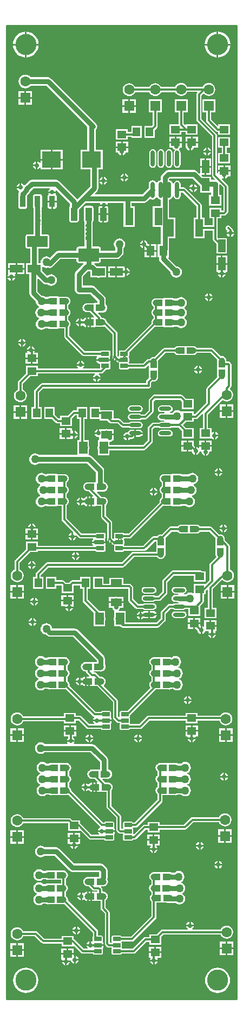
<source format=gtl>
G04 Layer_Physical_Order=1*
G04 Layer_Color=255*
%FSLAX25Y25*%
%MOIN*%
G70*
G01*
G75*
%ADD10R,0.05709X0.04724*%
%ADD11R,0.04724X0.05709*%
G04:AMPARAMS|DCode=12|XSize=25.59mil|YSize=47.24mil|CornerRadius=1.92mil|HoleSize=0mil|Usage=FLASHONLY|Rotation=90.000|XOffset=0mil|YOffset=0mil|HoleType=Round|Shape=RoundedRectangle|*
%AMROUNDEDRECTD12*
21,1,0.02559,0.04341,0,0,90.0*
21,1,0.02175,0.04724,0,0,90.0*
1,1,0.00384,0.02170,0.01088*
1,1,0.00384,0.02170,-0.01088*
1,1,0.00384,-0.02170,-0.01088*
1,1,0.00384,-0.02170,0.01088*
%
%ADD12ROUNDEDRECTD12*%
%ADD13C,0.03937*%
%ADD14R,0.03937X0.03937*%
%ADD15R,0.05315X0.07480*%
%ADD16R,0.07087X0.04528*%
%ADD17R,0.11614X0.10039*%
%ADD18R,0.04724X0.07874*%
%ADD19R,0.05118X0.06102*%
%ADD20R,0.07874X0.04724*%
%ADD21R,0.05034X0.10827*%
%ADD22R,0.03937X0.03937*%
%ADD23O,0.07480X0.02362*%
%ADD24O,0.02756X0.09842*%
G04:AMPARAMS|DCode=25|XSize=35.43mil|YSize=68.9mil|CornerRadius=1.95mil|HoleSize=0mil|Usage=FLASHONLY|Rotation=0.000|XOffset=0mil|YOffset=0mil|HoleType=Round|Shape=RoundedRectangle|*
%AMROUNDEDRECTD25*
21,1,0.03543,0.06500,0,0,0.0*
21,1,0.03154,0.06890,0,0,0.0*
1,1,0.00390,0.01577,-0.03250*
1,1,0.00390,-0.01577,-0.03250*
1,1,0.00390,-0.01577,0.03250*
1,1,0.00390,0.01577,0.03250*
%
%ADD25ROUNDEDRECTD25*%
G04:AMPARAMS|DCode=26|XSize=125.98mil|YSize=68.9mil|CornerRadius=2.07mil|HoleSize=0mil|Usage=FLASHONLY|Rotation=0.000|XOffset=0mil|YOffset=0mil|HoleType=Round|Shape=RoundedRectangle|*
%AMROUNDEDRECTD26*
21,1,0.12598,0.06476,0,0,0.0*
21,1,0.12185,0.06890,0,0,0.0*
1,1,0.00413,0.06093,-0.03238*
1,1,0.00413,-0.06093,-0.03238*
1,1,0.00413,-0.06093,0.03238*
1,1,0.00413,0.06093,0.03238*
%
%ADD26ROUNDEDRECTD26*%
G04:AMPARAMS|DCode=27|XSize=39.37mil|YSize=80.71mil|CornerRadius=1.97mil|HoleSize=0mil|Usage=FLASHONLY|Rotation=0.000|XOffset=0mil|YOffset=0mil|HoleType=Round|Shape=RoundedRectangle|*
%AMROUNDEDRECTD27*
21,1,0.03937,0.07677,0,0,0.0*
21,1,0.03543,0.08071,0,0,0.0*
1,1,0.00394,0.01772,-0.03839*
1,1,0.00394,-0.01772,-0.03839*
1,1,0.00394,-0.01772,0.03839*
1,1,0.00394,0.01772,0.03839*
%
%ADD27ROUNDEDRECTD27*%
G04:AMPARAMS|DCode=28|XSize=127.95mil|YSize=80.71mil|CornerRadius=2.02mil|HoleSize=0mil|Usage=FLASHONLY|Rotation=0.000|XOffset=0mil|YOffset=0mil|HoleType=Round|Shape=RoundedRectangle|*
%AMROUNDEDRECTD28*
21,1,0.12795,0.07667,0,0,0.0*
21,1,0.12392,0.08071,0,0,0.0*
1,1,0.00404,0.06196,-0.03834*
1,1,0.00404,-0.06196,-0.03834*
1,1,0.00404,-0.06196,0.03834*
1,1,0.00404,0.06196,0.03834*
%
%ADD28ROUNDEDRECTD28*%
%ADD29C,0.01400*%
%ADD30C,0.03000*%
%ADD31C,0.01000*%
%ADD32C,0.00591*%
%ADD33C,0.06299*%
%ADD34R,0.06299X0.06299*%
%ADD35C,0.13000*%
%ADD36C,0.02756*%
%ADD37C,0.05000*%
G36*
X141732Y-598000D02*
X0D01*
Y0D01*
X141732D01*
Y-598000D01*
D02*
G37*
%LPC*%
G36*
X125000Y-365575D02*
X121646D01*
Y-369209D01*
X121205Y-369445D01*
X120928Y-369260D01*
X120500Y-369175D01*
Y-371500D01*
Y-373825D01*
X120928Y-373740D01*
X121714Y-373214D01*
X122240Y-372428D01*
X122266Y-372299D01*
X124246D01*
X124482Y-372740D01*
X124260Y-373072D01*
X124175Y-373500D01*
X128825D01*
X128740Y-373072D01*
X128518Y-372740D01*
X128754Y-372299D01*
X129354D01*
Y-369437D01*
X125500D01*
Y-368937D01*
X125000D01*
Y-365575D01*
D02*
G37*
G36*
X115000Y-367937D02*
X111646D01*
Y-370799D01*
X115000D01*
Y-367937D01*
D02*
G37*
G36*
X15500Y-367000D02*
X13675D01*
X13760Y-367428D01*
X14286Y-368214D01*
X15072Y-368740D01*
X15500Y-368825D01*
Y-367000D01*
D02*
G37*
G36*
X129354Y-365575D02*
X126000D01*
Y-368437D01*
X129354D01*
Y-365575D01*
D02*
G37*
G36*
X18325Y-367000D02*
X16500D01*
Y-368825D01*
X16928Y-368740D01*
X17714Y-368214D01*
X18240Y-367428D01*
X18325Y-367000D01*
D02*
G37*
G36*
X24500Y-367220D02*
X23586Y-367340D01*
X22735Y-367693D01*
X22004Y-368254D01*
X21443Y-368985D01*
X21090Y-369836D01*
X20970Y-370750D01*
X21090Y-371664D01*
X21443Y-372515D01*
X22004Y-373246D01*
X22735Y-373807D01*
X23586Y-374160D01*
X24414Y-374269D01*
X24948Y-374802D01*
X25774Y-375355D01*
X26750Y-375549D01*
X40944D01*
X55451Y-390056D01*
Y-391032D01*
X53031D01*
Y-391231D01*
X48682D01*
X48500Y-391208D01*
X48318Y-391231D01*
X47732D01*
Y-391322D01*
X47104Y-391582D01*
X46525Y-392025D01*
X46082Y-392604D01*
X45803Y-393277D01*
X45708Y-394000D01*
X45803Y-394723D01*
X46082Y-395396D01*
X46525Y-395974D01*
X47104Y-396418D01*
X47732Y-396678D01*
Y-396768D01*
X48318D01*
X48500Y-396792D01*
X48971Y-397000D01*
X49087Y-397585D01*
X49419Y-398081D01*
X50907Y-399570D01*
X50715Y-400032D01*
X49193D01*
Y-403000D01*
Y-405969D01*
X50193D01*
Y-403000D01*
X51193D01*
Y-405969D01*
X53661D01*
Y-405768D01*
X55606D01*
X65471Y-415633D01*
Y-425063D01*
X65587Y-425648D01*
X65919Y-426144D01*
X67856Y-428082D01*
X68352Y-428413D01*
X68937Y-428529D01*
X69639D01*
X69839Y-428817D01*
X69907Y-428960D01*
X69702Y-429265D01*
X69626Y-429653D01*
Y-431828D01*
X69702Y-432215D01*
X69922Y-432543D01*
X70250Y-432762D01*
X70637Y-432839D01*
X74977D01*
X75364Y-432762D01*
X75692Y-432543D01*
X75875Y-432269D01*
X82260D01*
X82845Y-432153D01*
X83341Y-431822D01*
X88070Y-427092D01*
X110346D01*
Y-428725D01*
X117654D01*
Y-427092D01*
X131152D01*
X131152Y-427094D01*
X131550Y-428055D01*
X132183Y-428880D01*
X133008Y-429513D01*
X133969Y-429911D01*
X135000Y-430047D01*
X136031Y-429911D01*
X136992Y-429513D01*
X137817Y-428880D01*
X138450Y-428055D01*
X138848Y-427094D01*
X138984Y-426063D01*
X138848Y-425032D01*
X138450Y-424071D01*
X137817Y-423246D01*
X136992Y-422613D01*
X136031Y-422215D01*
X135000Y-422079D01*
X133969Y-422215D01*
X133008Y-422613D01*
X132183Y-423246D01*
X131579Y-424034D01*
X117654D01*
Y-422401D01*
X110346D01*
Y-424034D01*
X87437D01*
X86852Y-424150D01*
X86356Y-424481D01*
X81626Y-429211D01*
X75975D01*
X75776Y-428923D01*
X75708Y-428780D01*
X75912Y-428475D01*
X75989Y-428088D01*
Y-425912D01*
X75912Y-425525D01*
X75692Y-425197D01*
Y-425063D01*
X75912Y-424734D01*
X75989Y-424347D01*
Y-423926D01*
X92146Y-407768D01*
X95284D01*
Y-407969D01*
X100057D01*
X100252Y-407994D01*
X100447Y-407969D01*
X101221D01*
Y-407812D01*
X101749Y-407593D01*
X101806Y-407549D01*
X102573D01*
X103235Y-408057D01*
X104086Y-408410D01*
X105000Y-408530D01*
X105914Y-408410D01*
X106765Y-408057D01*
X107496Y-407496D01*
X108057Y-406765D01*
X108410Y-405914D01*
X108530Y-405000D01*
X108410Y-404086D01*
X108057Y-403235D01*
X107496Y-402504D01*
X106765Y-401943D01*
X106350Y-401771D01*
Y-401229D01*
X106765Y-401057D01*
X107496Y-400496D01*
X108057Y-399765D01*
X108410Y-398914D01*
X108530Y-398000D01*
X108410Y-397086D01*
X108057Y-396235D01*
X107496Y-395504D01*
X106765Y-394943D01*
X105914Y-394590D01*
X105816Y-394577D01*
X105749Y-394064D01*
X105765Y-394057D01*
X106496Y-393496D01*
X107057Y-392765D01*
X107410Y-391914D01*
X107530Y-391000D01*
X107410Y-390086D01*
X107057Y-389235D01*
X106496Y-388504D01*
X105765Y-387943D01*
X104914Y-387590D01*
X104000Y-387470D01*
X103086Y-387590D01*
X102235Y-387943D01*
X101672Y-388375D01*
X101221Y-388188D01*
Y-388032D01*
X100447D01*
X100252Y-388006D01*
X100057Y-388032D01*
X95284D01*
Y-388231D01*
X90933D01*
X90752Y-388208D01*
X90570Y-388231D01*
X89983D01*
Y-388322D01*
X89356Y-388582D01*
X88777Y-389025D01*
X88334Y-389604D01*
X88055Y-390277D01*
X87960Y-391000D01*
X88055Y-391723D01*
X88334Y-392396D01*
X88777Y-392974D01*
X89223Y-393316D01*
Y-395684D01*
X88777Y-396025D01*
X88334Y-396604D01*
X88055Y-397277D01*
X87960Y-398000D01*
X88055Y-398723D01*
X88334Y-399396D01*
X88777Y-399974D01*
X89223Y-400316D01*
Y-402684D01*
X88777Y-403025D01*
X88334Y-403604D01*
X88055Y-404277D01*
X87960Y-405000D01*
X88055Y-405723D01*
X88334Y-406396D01*
X88707Y-406882D01*
X74428Y-421161D01*
X70637D01*
X70250Y-421238D01*
X69922Y-421457D01*
X69702Y-421785D01*
X69626Y-422172D01*
Y-424347D01*
X69696Y-424705D01*
X69697Y-424744D01*
X69643Y-424836D01*
X69017Y-424917D01*
X68529Y-424430D01*
Y-415000D01*
X68413Y-414415D01*
X68081Y-413919D01*
X59941Y-405778D01*
X59985Y-405115D01*
X60167Y-404975D01*
X60611Y-404396D01*
X60890Y-403723D01*
X60985Y-403000D01*
X60890Y-402277D01*
X60611Y-401604D01*
X60167Y-401025D01*
X59589Y-400582D01*
X58961Y-400322D01*
Y-400232D01*
X58374D01*
X58193Y-400208D01*
X58012Y-400232D01*
X57587D01*
X55274Y-397919D01*
X54778Y-397587D01*
X54193Y-397471D01*
X53672D01*
X53670Y-397468D01*
X53938Y-396969D01*
X57805D01*
X58000Y-396994D01*
X58195Y-396969D01*
X58969D01*
Y-396812D01*
X59497Y-396593D01*
X60117Y-396117D01*
X60593Y-395497D01*
X60892Y-394775D01*
X60994Y-394000D01*
X60892Y-393225D01*
X60593Y-392503D01*
X60549Y-392446D01*
Y-389000D01*
X60355Y-388024D01*
X59802Y-387198D01*
X43802Y-371198D01*
X42976Y-370645D01*
X42000Y-370451D01*
X27991D01*
X27910Y-369836D01*
X27557Y-368985D01*
X26996Y-368254D01*
X26265Y-367693D01*
X25414Y-367340D01*
X24500Y-367220D01*
D02*
G37*
G36*
X48193Y-400032D02*
X47724D01*
Y-400188D01*
X47196Y-400407D01*
X46576Y-400883D01*
X46418Y-401088D01*
X45928Y-400760D01*
X45500Y-400675D01*
Y-403000D01*
Y-405325D01*
X45928Y-405240D01*
X46418Y-404912D01*
X46576Y-405117D01*
X47196Y-405593D01*
X47724Y-405812D01*
Y-405969D01*
X48193D01*
Y-403000D01*
Y-400032D01*
D02*
G37*
G36*
X126000Y-374500D02*
X124175D01*
X124260Y-374928D01*
X124786Y-375714D01*
X125572Y-376240D01*
X126000Y-376325D01*
Y-374500D01*
D02*
G37*
G36*
X119354Y-367937D02*
X116000D01*
Y-370799D01*
X116699D01*
X117619Y-371719D01*
X117760Y-372428D01*
X118286Y-373214D01*
X119072Y-373740D01*
X119500Y-373825D01*
Y-371500D01*
Y-368814D01*
X119354Y-368694D01*
Y-367937D01*
D02*
G37*
G36*
X128825Y-374500D02*
X127000D01*
Y-376325D01*
X127428Y-376240D01*
X128214Y-375714D01*
X128740Y-374928D01*
X128825Y-374500D01*
D02*
G37*
G36*
X108811Y-359980D02*
X103693D01*
X102920Y-360134D01*
X102265Y-360572D01*
X101827Y-361227D01*
X101673Y-362000D01*
X101827Y-362773D01*
X102265Y-363428D01*
X102920Y-363866D01*
X103693Y-364020D01*
X108811D01*
X109584Y-363866D01*
X110239Y-363428D01*
X110677Y-362773D01*
X110831Y-362000D01*
X110677Y-361227D01*
X110239Y-360572D01*
X109584Y-360134D01*
X108811Y-359980D01*
D02*
G37*
G36*
X92431Y-362500D02*
X88248D01*
Y-364224D01*
X90307D01*
X91158Y-364055D01*
X91880Y-363573D01*
X92362Y-362851D01*
X92431Y-362500D01*
D02*
G37*
G36*
X82000Y-360175D02*
X81572Y-360260D01*
X80786Y-360786D01*
X80260Y-361572D01*
X80175Y-362000D01*
X82000D01*
Y-360175D01*
D02*
G37*
G36*
X87248Y-359776D02*
X85189D01*
X84338Y-359945D01*
X83648Y-360407D01*
X83428Y-360260D01*
X83000Y-360175D01*
Y-362500D01*
Y-364825D01*
X83428Y-364740D01*
X84214Y-364214D01*
X84326Y-364047D01*
X84338Y-364055D01*
X85189Y-364224D01*
X87248D01*
Y-362000D01*
Y-359776D01*
D02*
G37*
G36*
X90307D02*
X88248D01*
Y-361500D01*
X92431D01*
X92362Y-361149D01*
X91880Y-360427D01*
X91158Y-359945D01*
X90307Y-359776D01*
D02*
G37*
G36*
X119354Y-364075D02*
X116000D01*
Y-366937D01*
X119354D01*
Y-364075D01*
D02*
G37*
G36*
X115000D02*
X111646D01*
Y-366937D01*
X115000D01*
Y-364075D01*
D02*
G37*
G36*
X15500Y-364175D02*
X15072Y-364260D01*
X14286Y-364786D01*
X13760Y-365572D01*
X13675Y-366000D01*
X15500D01*
Y-364175D01*
D02*
G37*
G36*
X82000Y-363000D02*
X80175D01*
X80260Y-363428D01*
X80786Y-364214D01*
X81572Y-364740D01*
X82000Y-364825D01*
Y-363000D01*
D02*
G37*
G36*
X16500Y-364175D02*
Y-366000D01*
X18325D01*
X18240Y-365572D01*
X17714Y-364786D01*
X16928Y-364260D01*
X16500Y-364175D01*
D02*
G37*
G36*
X134500Y-431913D02*
X130850D01*
Y-435563D01*
X134500D01*
Y-431913D01*
D02*
G37*
G36*
X6000D02*
X2350D01*
Y-435563D01*
X6000D01*
Y-431913D01*
D02*
G37*
G36*
X10650D02*
X7000D01*
Y-435563D01*
X10650D01*
Y-431913D01*
D02*
G37*
G36*
X38500Y-430075D02*
X35146D01*
Y-432937D01*
X38500D01*
Y-430075D01*
D02*
G37*
G36*
X139150Y-431913D02*
X135500D01*
Y-435563D01*
X139150D01*
Y-431913D01*
D02*
G37*
G36*
X51500Y-435675D02*
Y-437500D01*
X53325D01*
X53240Y-437072D01*
X52714Y-436286D01*
X51928Y-435760D01*
X51500Y-435675D01*
D02*
G37*
G36*
X50500D02*
X50072Y-435760D01*
X49286Y-436286D01*
X48760Y-437072D01*
X48675Y-437500D01*
X50500D01*
Y-435675D01*
D02*
G37*
G36*
X80500D02*
X80072Y-435760D01*
X79286Y-436286D01*
X78760Y-437072D01*
X78675Y-437500D01*
X80500D01*
Y-435675D01*
D02*
G37*
G36*
X117854Y-433937D02*
X114000D01*
X110146D01*
Y-436799D01*
X111387D01*
X111715Y-437299D01*
X111675Y-437500D01*
X116325D01*
X116285Y-437299D01*
X116613Y-436799D01*
X117854D01*
Y-433937D01*
D02*
G37*
G36*
X81500Y-435675D02*
Y-437500D01*
X83325D01*
X83240Y-437072D01*
X82714Y-436286D01*
X81928Y-435760D01*
X81500Y-435675D01*
D02*
G37*
G36*
X111000Y-412175D02*
X110572Y-412260D01*
X109786Y-412786D01*
X109260Y-413572D01*
X109175Y-414000D01*
X111000D01*
Y-412175D01*
D02*
G37*
G36*
X113825Y-415000D02*
X112000D01*
Y-416825D01*
X112428Y-416740D01*
X113214Y-416214D01*
X113740Y-415428D01*
X113825Y-415000D01*
D02*
G37*
G36*
X112000Y-412175D02*
Y-414000D01*
X113825D01*
X113740Y-413572D01*
X113214Y-412786D01*
X112428Y-412260D01*
X112000Y-412175D01*
D02*
G37*
G36*
X44500Y-400675D02*
X44072Y-400760D01*
X43286Y-401286D01*
X42760Y-402072D01*
X42675Y-402500D01*
X44500D01*
Y-400675D01*
D02*
G37*
G36*
Y-403500D02*
X42675D01*
X42760Y-403928D01*
X43286Y-404714D01*
X44072Y-405240D01*
X44500Y-405325D01*
Y-403500D01*
D02*
G37*
G36*
X117854Y-430075D02*
X114500D01*
Y-432937D01*
X117854D01*
Y-430075D01*
D02*
G37*
G36*
X113500D02*
X110146D01*
Y-432937D01*
X113500D01*
Y-430075D01*
D02*
G37*
G36*
X42854D02*
X39500D01*
Y-432937D01*
X42854D01*
Y-430075D01*
D02*
G37*
G36*
X111000Y-415000D02*
X109175D01*
X109260Y-415428D01*
X109786Y-416214D01*
X110572Y-416740D01*
X111000Y-416825D01*
Y-415000D01*
D02*
G37*
G36*
X21000Y-387470D02*
X20086Y-387590D01*
X19235Y-387943D01*
X18504Y-388504D01*
X17943Y-389235D01*
X17590Y-390086D01*
X17470Y-391000D01*
X17590Y-391914D01*
X17943Y-392765D01*
X18504Y-393496D01*
X19235Y-394057D01*
X19650Y-394229D01*
Y-394771D01*
X19235Y-394943D01*
X18504Y-395504D01*
X17943Y-396235D01*
X17590Y-397086D01*
X17470Y-398000D01*
X17590Y-398914D01*
X17943Y-399765D01*
X18504Y-400496D01*
X19235Y-401057D01*
X19650Y-401229D01*
Y-401771D01*
X19235Y-401943D01*
X18504Y-402504D01*
X17943Y-403235D01*
X17590Y-404086D01*
X17470Y-405000D01*
X17590Y-405914D01*
X17943Y-406765D01*
X18504Y-407496D01*
X19235Y-408057D01*
X20086Y-408410D01*
X21000Y-408530D01*
X21914Y-408410D01*
X22765Y-408057D01*
X23427Y-407549D01*
X24946D01*
X25003Y-407593D01*
X25532Y-407812D01*
Y-407969D01*
X26305D01*
X26500Y-407994D01*
X26695Y-407969D01*
X31468D01*
Y-407768D01*
X35818D01*
X36000Y-407792D01*
X36182Y-407768D01*
X36606D01*
X53178Y-424341D01*
X53675Y-424673D01*
X53773Y-424692D01*
X53879Y-425223D01*
X53786Y-425286D01*
X53260Y-426072D01*
X53175Y-426500D01*
X55500D01*
Y-427500D01*
X53175D01*
X53260Y-427928D01*
X53786Y-428714D01*
X53812Y-428732D01*
X53667Y-429211D01*
X50811D01*
X46081Y-424481D01*
X45585Y-424150D01*
X45000Y-424034D01*
X42654D01*
Y-422401D01*
X35346D01*
Y-424534D01*
X10142D01*
X9950Y-424071D01*
X9317Y-423246D01*
X8492Y-422613D01*
X7531Y-422215D01*
X6500Y-422079D01*
X5469Y-422215D01*
X4508Y-422613D01*
X3683Y-423246D01*
X3050Y-424071D01*
X2652Y-425032D01*
X2516Y-426063D01*
X2652Y-427094D01*
X3050Y-428055D01*
X3683Y-428880D01*
X4508Y-429513D01*
X5469Y-429911D01*
X6500Y-430047D01*
X7531Y-429911D01*
X8492Y-429513D01*
X9317Y-428880D01*
X9950Y-428055D01*
X10142Y-427592D01*
X35346D01*
Y-428725D01*
X42654D01*
Y-427092D01*
X44366D01*
X49096Y-431822D01*
X49592Y-432153D01*
X50177Y-432269D01*
X58125D01*
X58307Y-432543D01*
X58636Y-432762D01*
X59023Y-432839D01*
X63363D01*
X63750Y-432762D01*
X64078Y-432543D01*
X64298Y-432215D01*
X64375Y-431828D01*
Y-429653D01*
X64298Y-429265D01*
X64127Y-429011D01*
X64223Y-428947D01*
X64486Y-428553D01*
X64578Y-428088D01*
Y-427500D01*
X61193D01*
Y-426500D01*
X64578D01*
Y-425912D01*
X64486Y-425447D01*
X64223Y-425053D01*
X64127Y-424989D01*
X64298Y-424734D01*
X64375Y-424347D01*
Y-422172D01*
X64298Y-421785D01*
X64078Y-421457D01*
X63750Y-421238D01*
X63363Y-421161D01*
X59023D01*
X58636Y-421238D01*
X58307Y-421457D01*
X58125Y-421731D01*
X54893D01*
X38719Y-405556D01*
X38792Y-405000D01*
X38697Y-404277D01*
X38418Y-403604D01*
X37975Y-403025D01*
X37529Y-402684D01*
Y-400316D01*
X37975Y-399974D01*
X38418Y-399396D01*
X38697Y-398723D01*
X38792Y-398000D01*
X38697Y-397277D01*
X38418Y-396604D01*
X37975Y-396025D01*
X37529Y-395684D01*
Y-393316D01*
X37975Y-392974D01*
X38418Y-392396D01*
X38697Y-391723D01*
X38792Y-391000D01*
X38697Y-390277D01*
X38418Y-389604D01*
X37975Y-389025D01*
X37396Y-388582D01*
X36768Y-388322D01*
Y-388231D01*
X36182D01*
X36000Y-388208D01*
X35818Y-388231D01*
X31468D01*
Y-388032D01*
X26695D01*
X26500Y-388006D01*
X26305Y-388032D01*
X25532D01*
Y-388188D01*
X25003Y-388407D01*
X24946Y-388451D01*
X23427D01*
X22765Y-387943D01*
X21914Y-387590D01*
X21000Y-387470D01*
D02*
G37*
G36*
X38000Y-358000D02*
X36175D01*
X36260Y-358428D01*
X36786Y-359214D01*
X37572Y-359740D01*
X38000Y-359825D01*
Y-358000D01*
D02*
G37*
G36*
X44825Y-326500D02*
X43000D01*
Y-328325D01*
X43428Y-328240D01*
X44214Y-327714D01*
X44740Y-326928D01*
X44825Y-326500D01*
D02*
G37*
G36*
X42000D02*
X40175D01*
X40260Y-326928D01*
X40786Y-327714D01*
X41572Y-328240D01*
X42000Y-328325D01*
Y-326500D01*
D02*
G37*
G36*
Y-323675D02*
X41572Y-323760D01*
X40786Y-324286D01*
X40260Y-325072D01*
X40175Y-325500D01*
X42000D01*
Y-323675D01*
D02*
G37*
G36*
X21500Y-274970D02*
X20586Y-275090D01*
X19735Y-275443D01*
X19004Y-276004D01*
X18443Y-276735D01*
X18090Y-277586D01*
X17970Y-278500D01*
X18090Y-279414D01*
X18443Y-280265D01*
X19004Y-280996D01*
X19735Y-281557D01*
X20586Y-281910D01*
X20684Y-281923D01*
X20751Y-282436D01*
X20735Y-282443D01*
X20004Y-283004D01*
X19443Y-283735D01*
X19090Y-284586D01*
X18970Y-285500D01*
X19090Y-286414D01*
X19443Y-287265D01*
X20004Y-287996D01*
X20735Y-288557D01*
X20751Y-288564D01*
X20684Y-289077D01*
X20586Y-289090D01*
X19735Y-289443D01*
X19004Y-290004D01*
X18443Y-290735D01*
X18090Y-291586D01*
X17970Y-292500D01*
X18090Y-293414D01*
X18443Y-294265D01*
X19004Y-294996D01*
X19735Y-295557D01*
X20586Y-295910D01*
X21500Y-296030D01*
X22414Y-295910D01*
X23265Y-295557D01*
X23927Y-295049D01*
X24446D01*
X24503Y-295093D01*
X25032Y-295312D01*
Y-295468D01*
X25805D01*
X26000Y-295494D01*
X26195Y-295468D01*
X30968D01*
Y-295269D01*
X33971D01*
Y-303500D01*
X34087Y-304085D01*
X34419Y-304581D01*
X41003Y-311166D01*
X41000Y-311171D01*
Y-313500D01*
X43329D01*
X43334Y-313497D01*
X44678Y-314841D01*
X45175Y-315173D01*
X45760Y-315289D01*
X53167D01*
X53312Y-315768D01*
X53286Y-315786D01*
X52760Y-316572D01*
X52675Y-317000D01*
X55000D01*
Y-318000D01*
X52675D01*
X52760Y-318428D01*
X53286Y-319214D01*
X53312Y-319232D01*
X53167Y-319711D01*
X19154D01*
Y-317275D01*
X11846D01*
Y-321929D01*
X5419Y-328356D01*
X5087Y-328852D01*
X4971Y-329437D01*
Y-334359D01*
X4508Y-334550D01*
X3683Y-335183D01*
X3050Y-336008D01*
X2652Y-336969D01*
X2516Y-338000D01*
X2652Y-339031D01*
X3050Y-339992D01*
X3683Y-340817D01*
X4508Y-341450D01*
X5469Y-341848D01*
X6500Y-341984D01*
X7531Y-341848D01*
X8492Y-341450D01*
X9317Y-340817D01*
X9950Y-339992D01*
X10348Y-339031D01*
X10484Y-338000D01*
X10348Y-336969D01*
X9950Y-336008D01*
X9317Y-335183D01*
X8492Y-334550D01*
X8029Y-334359D01*
Y-330070D01*
X14501Y-323599D01*
X19154D01*
Y-322769D01*
X54625D01*
X54808Y-323043D01*
X55136Y-323262D01*
X55523Y-323339D01*
X59863D01*
X60250Y-323262D01*
X60578Y-323043D01*
X60798Y-322715D01*
X60874Y-322328D01*
Y-320153D01*
X60798Y-319765D01*
X60627Y-319511D01*
X60723Y-319447D01*
X60986Y-319053D01*
X61079Y-318588D01*
Y-318000D01*
X57693D01*
Y-317000D01*
X61079D01*
Y-316412D01*
X60986Y-315947D01*
X60723Y-315553D01*
X60627Y-315489D01*
X60798Y-315234D01*
X60874Y-314847D01*
Y-312672D01*
X60798Y-312285D01*
X60578Y-311957D01*
X60250Y-311738D01*
X59863Y-311661D01*
X55523D01*
X55136Y-311738D01*
X54808Y-311957D01*
X54625Y-312230D01*
X46393D01*
X37029Y-302867D01*
Y-294816D01*
X37475Y-294475D01*
X37918Y-293896D01*
X38197Y-293223D01*
X38292Y-292500D01*
X38197Y-291777D01*
X37918Y-291104D01*
X37475Y-290526D01*
X37029Y-290184D01*
Y-287816D01*
X37475Y-287474D01*
X37918Y-286896D01*
X38197Y-286223D01*
X38292Y-285500D01*
X38197Y-284777D01*
X37918Y-284104D01*
X37475Y-283525D01*
X37029Y-283184D01*
Y-280816D01*
X37475Y-280474D01*
X37918Y-279896D01*
X38197Y-279223D01*
X38292Y-278500D01*
X38197Y-277777D01*
X37918Y-277104D01*
X37475Y-276525D01*
X36896Y-276082D01*
X36268Y-275822D01*
Y-275731D01*
X35682D01*
X35500Y-275708D01*
X35318Y-275731D01*
X30968D01*
Y-275532D01*
X26195D01*
X26000Y-275506D01*
X25805Y-275532D01*
X25032D01*
Y-275688D01*
X24503Y-275907D01*
X24446Y-275951D01*
X23927D01*
X23265Y-275443D01*
X22414Y-275090D01*
X21500Y-274970D01*
D02*
G37*
G36*
X43000Y-323675D02*
Y-325500D01*
X44825D01*
X44740Y-325072D01*
X44214Y-324286D01*
X43428Y-323760D01*
X43000Y-323675D01*
D02*
G37*
G36*
X15000Y-332000D02*
X13175D01*
X13260Y-332428D01*
X13786Y-333214D01*
X14572Y-333740D01*
X15000Y-333825D01*
Y-332000D01*
D02*
G37*
G36*
X119500Y-334971D02*
X102500D01*
X101915Y-335087D01*
X101419Y-335419D01*
X96419Y-340419D01*
X96087Y-340915D01*
X95971Y-341500D01*
Y-347867D01*
X93366Y-350471D01*
X91584D01*
X91080Y-350134D01*
X90307Y-349980D01*
X85189D01*
X84416Y-350134D01*
X83761Y-350572D01*
X83323Y-351227D01*
X83169Y-352000D01*
X83323Y-352773D01*
X83761Y-353428D01*
X84416Y-353866D01*
X85189Y-354020D01*
X90307D01*
X91080Y-353866D01*
X91584Y-353529D01*
X94000D01*
X94585Y-353413D01*
X95081Y-353081D01*
X98581Y-349581D01*
X98913Y-349085D01*
X99029Y-348500D01*
Y-342133D01*
X103133Y-338029D01*
X115346D01*
Y-341725D01*
X122654D01*
Y-335401D01*
X120555D01*
X120085Y-335087D01*
X119500Y-334971D01*
D02*
G37*
G36*
X17825Y-332000D02*
X16000D01*
Y-333825D01*
X16428Y-333740D01*
X17214Y-333214D01*
X17740Y-332428D01*
X17825Y-332000D01*
D02*
G37*
G36*
X16000Y-329175D02*
Y-331000D01*
X17825D01*
X17740Y-330572D01*
X17214Y-329786D01*
X16428Y-329260D01*
X16000Y-329175D01*
D02*
G37*
G36*
X15000D02*
X14572Y-329260D01*
X13786Y-329786D01*
X13260Y-330572D01*
X13175Y-331000D01*
X15000D01*
Y-329175D01*
D02*
G37*
G36*
X133000Y-309500D02*
X131175D01*
X131260Y-309928D01*
X131786Y-310714D01*
X132572Y-311240D01*
X133000Y-311325D01*
Y-309500D01*
D02*
G37*
G36*
X18014Y-309000D02*
X12986D01*
X12821Y-309201D01*
X11646D01*
Y-312063D01*
X19354D01*
Y-309201D01*
X18179D01*
X18014Y-309000D01*
D02*
G37*
G36*
X135825Y-309500D02*
X134000D01*
Y-311325D01*
X134428Y-311240D01*
X135214Y-310714D01*
X135740Y-309928D01*
X135825Y-309500D01*
D02*
G37*
G36*
X134000Y-306675D02*
Y-308500D01*
X135825D01*
X135740Y-308072D01*
X135214Y-307286D01*
X134428Y-306760D01*
X134000Y-306675D01*
D02*
G37*
G36*
X133000D02*
X132572Y-306760D01*
X131786Y-307286D01*
X131260Y-308072D01*
X131175Y-308500D01*
X133000D01*
Y-306675D01*
D02*
G37*
G36*
X42825Y-314500D02*
X41000D01*
Y-316325D01*
X41428Y-316240D01*
X42214Y-315714D01*
X42740Y-314928D01*
X42825Y-314500D01*
D02*
G37*
G36*
X40000D02*
X38175D01*
X38260Y-314928D01*
X38786Y-315714D01*
X39572Y-316240D01*
X40000Y-316325D01*
Y-314500D01*
D02*
G37*
G36*
X15000Y-313063D02*
X11646D01*
Y-315925D01*
X15000D01*
Y-313063D01*
D02*
G37*
G36*
X40000Y-311675D02*
X39572Y-311760D01*
X38786Y-312286D01*
X38260Y-313072D01*
X38175Y-313500D01*
X40000D01*
Y-311675D01*
D02*
G37*
G36*
X19354Y-313063D02*
X16000D01*
Y-315925D01*
X19354D01*
Y-313063D01*
D02*
G37*
G36*
X16500Y-351675D02*
X16072Y-351760D01*
X15286Y-352286D01*
X14760Y-353072D01*
X14675Y-353500D01*
X16500D01*
Y-351675D01*
D02*
G37*
G36*
X67500Y-350908D02*
X66915Y-351024D01*
X66739Y-351142D01*
X62957D01*
Y-353906D01*
X67500D01*
X72043D01*
Y-351142D01*
X68261D01*
X68085Y-351024D01*
X67500Y-350908D01*
D02*
G37*
G36*
X17500Y-351675D02*
Y-353500D01*
X19325D01*
X19240Y-353072D01*
X18714Y-352286D01*
X17928Y-351760D01*
X17500Y-351675D01*
D02*
G37*
G36*
X41354Y-350012D02*
X38000D01*
Y-352874D01*
X41354D01*
Y-350012D01*
D02*
G37*
G36*
X37000D02*
X33646D01*
Y-352874D01*
X37000D01*
Y-350012D01*
D02*
G37*
G36*
X59599Y-338846D02*
X53275D01*
Y-346154D01*
X59599D01*
Y-346092D01*
X74929D01*
X74971Y-346133D01*
Y-353000D01*
X75087Y-353585D01*
X75419Y-354081D01*
X79419Y-358081D01*
X79915Y-358413D01*
X80500Y-358529D01*
X83912D01*
X84416Y-358866D01*
X85189Y-359020D01*
X90307D01*
X91080Y-358866D01*
X91735Y-358428D01*
X92173Y-357773D01*
X92327Y-357000D01*
X92173Y-356227D01*
X91735Y-355572D01*
X91080Y-355134D01*
X90307Y-354980D01*
X85189D01*
X84416Y-355134D01*
X83912Y-355471D01*
X81134D01*
X78029Y-352366D01*
Y-345500D01*
X77913Y-344915D01*
X77581Y-344419D01*
X76644Y-343482D01*
X76148Y-343150D01*
X75563Y-343034D01*
X71843D01*
Y-339531D01*
X63157D01*
Y-343034D01*
X59599D01*
Y-338846D01*
D02*
G37*
G36*
X40825Y-358000D02*
X39000D01*
Y-359825D01*
X39428Y-359740D01*
X40214Y-359214D01*
X40740Y-358428D01*
X40825Y-358000D01*
D02*
G37*
G36*
X41354Y-353874D02*
X33646D01*
Y-356736D01*
X35833D01*
X36050Y-357000D01*
X40950D01*
X41167Y-356736D01*
X41354D01*
Y-353874D01*
D02*
G37*
G36*
X19325Y-354500D02*
X17500D01*
Y-356325D01*
X17928Y-356240D01*
X18714Y-355714D01*
X19240Y-354928D01*
X19325Y-354500D01*
D02*
G37*
G36*
X16500D02*
X14675D01*
X14760Y-354928D01*
X15286Y-355714D01*
X16072Y-356240D01*
X16500Y-356325D01*
Y-354500D01*
D02*
G37*
G36*
X135500Y-343850D02*
X131850D01*
Y-347500D01*
X135500D01*
Y-343850D01*
D02*
G37*
G36*
X6000D02*
X2350D01*
Y-347500D01*
X6000D01*
Y-343850D01*
D02*
G37*
G36*
X10650D02*
X7000D01*
Y-347500D01*
X10650D01*
Y-343850D01*
D02*
G37*
G36*
X51725Y-338846D02*
X45401D01*
Y-340971D01*
X40500D01*
X39915Y-341087D01*
X39419Y-341419D01*
X38499Y-342338D01*
X36501D01*
X35581Y-341419D01*
X35085Y-341087D01*
X34500Y-340971D01*
X30536D01*
Y-338846D01*
X24212D01*
Y-346154D01*
X30536D01*
Y-344029D01*
X33846D01*
Y-348662D01*
X41154D01*
Y-344029D01*
X45401D01*
Y-346154D01*
X46971D01*
Y-353437D01*
X47087Y-354022D01*
X47419Y-354518D01*
X53743Y-360843D01*
Y-369040D01*
X60658D01*
Y-365561D01*
X60976Y-365085D01*
X61092Y-364500D01*
X60976Y-363915D01*
X60658Y-363439D01*
Y-359960D01*
X57186D01*
X50029Y-352803D01*
Y-346154D01*
X51725D01*
Y-338846D01*
D02*
G37*
G36*
X140150Y-343850D02*
X136500D01*
Y-347500D01*
X140150D01*
Y-343850D01*
D02*
G37*
G36*
X10650Y-348500D02*
X7000D01*
Y-352150D01*
X10650D01*
Y-348500D01*
D02*
G37*
G36*
X6000D02*
X2350D01*
Y-352150D01*
X6000D01*
Y-348500D01*
D02*
G37*
G36*
X135500D02*
X131850D01*
Y-352150D01*
X135500D01*
Y-348500D01*
D02*
G37*
G36*
X90307Y-344980D02*
X85189D01*
X84416Y-345134D01*
X83761Y-345572D01*
X83323Y-346227D01*
X83169Y-347000D01*
X83323Y-347773D01*
X83761Y-348428D01*
X84416Y-348866D01*
X85189Y-349020D01*
X90307D01*
X91080Y-348866D01*
X91735Y-348428D01*
X92173Y-347773D01*
X92327Y-347000D01*
X92173Y-346227D01*
X91735Y-345572D01*
X91080Y-345134D01*
X90307Y-344980D01*
D02*
G37*
G36*
X140150Y-348500D02*
X136500D01*
Y-352150D01*
X140150D01*
Y-348500D01*
D02*
G37*
G36*
X42854Y-433937D02*
X39000D01*
X35146D01*
Y-436799D01*
X37971D01*
Y-437662D01*
X37786Y-437786D01*
X37260Y-438572D01*
X37175Y-439000D01*
X41825D01*
X41740Y-438572D01*
X41214Y-437786D01*
X41029Y-437662D01*
Y-436799D01*
X42854D01*
Y-433937D01*
D02*
G37*
G36*
X43500Y-553675D02*
Y-555500D01*
X45325D01*
X45240Y-555072D01*
X44714Y-554286D01*
X43928Y-553760D01*
X43500Y-553675D01*
D02*
G37*
G36*
X42500D02*
X42072Y-553760D01*
X41286Y-554286D01*
X40760Y-555072D01*
X40675Y-555500D01*
X42500D01*
Y-553675D01*
D02*
G37*
G36*
X112500Y-550675D02*
X112072Y-550760D01*
X111286Y-551286D01*
X110760Y-552072D01*
X110675Y-552500D01*
X112500D01*
Y-550675D01*
D02*
G37*
G36*
X51500Y-532031D02*
X50500D01*
Y-535000D01*
Y-537968D01*
X51500D01*
Y-535000D01*
Y-532031D01*
D02*
G37*
G36*
X113500Y-550675D02*
Y-552500D01*
X115325D01*
X115240Y-552072D01*
X114714Y-551286D01*
X113928Y-550760D01*
X113500Y-550675D01*
D02*
G37*
G36*
X139650Y-562850D02*
X136000D01*
Y-566500D01*
X139650D01*
Y-562850D01*
D02*
G37*
G36*
X135000D02*
X131350D01*
Y-566500D01*
X135000D01*
Y-562850D01*
D02*
G37*
G36*
X51000Y-562675D02*
X50572Y-562760D01*
X49786Y-563286D01*
X49260Y-564072D01*
X49175Y-564500D01*
X51000D01*
Y-562675D01*
D02*
G37*
G36*
X45325Y-556500D02*
X43500D01*
Y-558325D01*
X43928Y-558240D01*
X44714Y-557714D01*
X45240Y-556928D01*
X45325Y-556500D01*
D02*
G37*
G36*
X42500D02*
X40675D01*
X40760Y-556928D01*
X41286Y-557714D01*
X42072Y-558240D01*
X42500Y-558325D01*
Y-556500D01*
D02*
G37*
G36*
X132725Y-516100D02*
X130900D01*
Y-517925D01*
X131328Y-517840D01*
X132114Y-517314D01*
X132640Y-516528D01*
X132725Y-516100D01*
D02*
G37*
G36*
X129900D02*
X128075D01*
X128160Y-516528D01*
X128686Y-517314D01*
X129472Y-517840D01*
X129900Y-517925D01*
Y-516100D01*
D02*
G37*
G36*
Y-513275D02*
X129472Y-513360D01*
X128686Y-513886D01*
X128160Y-514672D01*
X128075Y-515100D01*
X129900D01*
Y-513275D01*
D02*
G37*
G36*
X90000Y-506500D02*
X88175D01*
X88260Y-506928D01*
X88786Y-507714D01*
X89572Y-508240D01*
X90000Y-508325D01*
Y-506500D01*
D02*
G37*
G36*
X130900Y-513275D02*
Y-515100D01*
X132725D01*
X132640Y-514672D01*
X132114Y-513886D01*
X131328Y-513360D01*
X130900Y-513275D01*
D02*
G37*
G36*
X45500Y-532675D02*
X45072Y-532760D01*
X44286Y-533286D01*
X43760Y-534072D01*
X43675Y-534500D01*
X45500D01*
Y-532675D01*
D02*
G37*
G36*
Y-535500D02*
X43675D01*
X43760Y-535928D01*
X44286Y-536714D01*
X45072Y-537240D01*
X45500Y-537325D01*
Y-535500D01*
D02*
G37*
G36*
X49500Y-532031D02*
X49031D01*
Y-532188D01*
X48503Y-532407D01*
X47883Y-532883D01*
X47622Y-533223D01*
X46928Y-532760D01*
X46500Y-532675D01*
Y-535000D01*
Y-537325D01*
X46928Y-537240D01*
X47622Y-536776D01*
X47883Y-537117D01*
X48503Y-537593D01*
X49031Y-537812D01*
Y-537968D01*
X49500D01*
Y-535000D01*
Y-532031D01*
D02*
G37*
G36*
X21000Y-503970D02*
X20086Y-504090D01*
X19235Y-504443D01*
X18504Y-505004D01*
X17943Y-505735D01*
X17590Y-506586D01*
X17470Y-507500D01*
X17590Y-508414D01*
X17943Y-509265D01*
X18504Y-509996D01*
X19235Y-510557D01*
X20086Y-510910D01*
X21000Y-511030D01*
X21914Y-510910D01*
X22765Y-510557D01*
X23427Y-510049D01*
X29444D01*
X38698Y-519302D01*
X39524Y-519855D01*
X40500Y-520049D01*
X56944D01*
X57014Y-520119D01*
Y-522881D01*
X56864Y-523032D01*
X54532D01*
Y-523232D01*
X50182D01*
X50000Y-523208D01*
X49819Y-523232D01*
X49231D01*
Y-523322D01*
X48604Y-523582D01*
X48026Y-524025D01*
X47582Y-524604D01*
X47303Y-525277D01*
X47208Y-526000D01*
X47303Y-526723D01*
X47582Y-527396D01*
X48026Y-527975D01*
X48604Y-528418D01*
X49231Y-528678D01*
Y-528768D01*
X49819D01*
X50000Y-528792D01*
X50182Y-528768D01*
X50606D01*
X52919Y-531081D01*
X53415Y-531413D01*
X54000Y-531529D01*
X55971D01*
Y-532232D01*
X54969D01*
Y-532031D01*
X52500D01*
Y-535000D01*
Y-537968D01*
X54969D01*
Y-537769D01*
X57971D01*
Y-542500D01*
X58087Y-543085D01*
X58419Y-543581D01*
X60471Y-545634D01*
Y-564000D01*
X60587Y-564585D01*
X60919Y-565081D01*
X61919Y-566081D01*
X62415Y-566413D01*
X63000Y-566529D01*
X64639D01*
X64838Y-566817D01*
X64907Y-566960D01*
X64702Y-567266D01*
X64626Y-567653D01*
Y-569828D01*
X64702Y-570215D01*
X64922Y-570543D01*
X65250Y-570762D01*
X65637Y-570839D01*
X69977D01*
X70364Y-570762D01*
X70692Y-570543D01*
X70875Y-570269D01*
X78323D01*
X78908Y-570153D01*
X79404Y-569822D01*
X86133Y-563092D01*
X87846D01*
Y-564725D01*
X95154D01*
Y-560072D01*
X96697Y-558529D01*
X131859D01*
X132050Y-558992D01*
X132683Y-559817D01*
X133508Y-560450D01*
X134469Y-560848D01*
X135500Y-560984D01*
X136531Y-560848D01*
X137492Y-560450D01*
X138317Y-559817D01*
X138950Y-558992D01*
X139348Y-558031D01*
X139484Y-557000D01*
X139348Y-555969D01*
X138950Y-555008D01*
X138317Y-554183D01*
X137492Y-553550D01*
X136531Y-553152D01*
X135500Y-553016D01*
X134469Y-553152D01*
X133508Y-553550D01*
X132683Y-554183D01*
X132050Y-555008D01*
X131859Y-555471D01*
X114483D01*
X114331Y-554971D01*
X114714Y-554714D01*
X115240Y-553928D01*
X115325Y-553500D01*
X110675D01*
X110760Y-553928D01*
X111286Y-554714D01*
X111669Y-554971D01*
X111517Y-555471D01*
X96063D01*
X95478Y-555587D01*
X94982Y-555919D01*
X92499Y-558401D01*
X87846D01*
Y-560034D01*
X85500D01*
X84915Y-560150D01*
X84419Y-560482D01*
X77689Y-567211D01*
X70975D01*
X70776Y-566923D01*
X70708Y-566780D01*
X70912Y-566475D01*
X70989Y-566088D01*
Y-563912D01*
X70912Y-563525D01*
X70708Y-563220D01*
X70776Y-563077D01*
X70975Y-562789D01*
X77240D01*
X77825Y-562673D01*
X78322Y-562341D01*
X91833Y-548830D01*
X92165Y-548333D01*
X92281Y-547748D01*
Y-538768D01*
X95531D01*
Y-538969D01*
X98595D01*
X99000Y-539049D01*
X104072D01*
X104735Y-539557D01*
X105586Y-539910D01*
X106500Y-540030D01*
X107414Y-539910D01*
X108265Y-539557D01*
X108996Y-538996D01*
X109557Y-538265D01*
X109910Y-537414D01*
X110030Y-536500D01*
X109910Y-535586D01*
X109557Y-534735D01*
X108996Y-534004D01*
X108419Y-533561D01*
X108381Y-533351D01*
X108396Y-533085D01*
X108438Y-532973D01*
X109059Y-532496D01*
X109620Y-531765D01*
X109973Y-530914D01*
X110093Y-530000D01*
X109973Y-529086D01*
X109620Y-528235D01*
X109059Y-527504D01*
X108328Y-526943D01*
X107631Y-526654D01*
X107595Y-526138D01*
X107598Y-526127D01*
X107765Y-526057D01*
X108496Y-525496D01*
X109057Y-524765D01*
X109410Y-523914D01*
X109530Y-523000D01*
X109410Y-522086D01*
X109057Y-521235D01*
X108496Y-520504D01*
X107765Y-519943D01*
X106914Y-519590D01*
X106000Y-519470D01*
X105086Y-519590D01*
X104235Y-519943D01*
X103572Y-520451D01*
X101806D01*
X101749Y-520407D01*
X101221Y-520188D01*
Y-520031D01*
X100447D01*
X100252Y-520006D01*
X100057Y-520031D01*
X95284D01*
Y-520231D01*
X90933D01*
X90752Y-520208D01*
X90570Y-520231D01*
X89983D01*
Y-520322D01*
X89356Y-520582D01*
X88777Y-521026D01*
X88334Y-521604D01*
X88055Y-522277D01*
X87960Y-523000D01*
X88055Y-523723D01*
X88334Y-524396D01*
X88777Y-524974D01*
X89223Y-525316D01*
Y-527532D01*
X89104Y-527582D01*
X88525Y-528025D01*
X88082Y-528604D01*
X87803Y-529277D01*
X87708Y-530000D01*
X87803Y-530723D01*
X88082Y-531396D01*
X88525Y-531975D01*
X89104Y-532418D01*
X89223Y-532468D01*
Y-533874D01*
X89025Y-534025D01*
X88582Y-534604D01*
X88303Y-535277D01*
X88208Y-536000D01*
X88303Y-536723D01*
X88582Y-537396D01*
X89025Y-537975D01*
X89223Y-538126D01*
Y-547115D01*
X76607Y-559730D01*
X70875D01*
X70692Y-559457D01*
X70364Y-559238D01*
X69977Y-559161D01*
X65637D01*
X65250Y-559238D01*
X64922Y-559457D01*
X64702Y-559785D01*
X64626Y-560172D01*
Y-562347D01*
X64702Y-562735D01*
X64907Y-563040D01*
X64838Y-563182D01*
X64639Y-563471D01*
X63634D01*
X63529Y-563367D01*
Y-545000D01*
X63413Y-544415D01*
X63081Y-543919D01*
X61029Y-541866D01*
Y-537316D01*
X61475Y-536974D01*
X61918Y-536396D01*
X62197Y-535723D01*
X62292Y-535000D01*
X62197Y-534277D01*
X61918Y-533604D01*
X61475Y-533026D01*
X60896Y-532582D01*
X60268Y-532322D01*
Y-532232D01*
X59681D01*
X59500Y-532208D01*
X59029Y-531865D01*
Y-530870D01*
X58913Y-530285D01*
X58581Y-529789D01*
X58223Y-529430D01*
X58415Y-528968D01*
X59305D01*
X59500Y-528994D01*
X59695Y-528968D01*
X60469D01*
Y-528812D01*
X60997Y-528593D01*
X61617Y-528117D01*
X62093Y-527497D01*
X62392Y-526775D01*
X62494Y-526000D01*
X62392Y-525225D01*
X62093Y-524503D01*
X62019Y-524406D01*
X62112Y-523937D01*
Y-519063D01*
X61918Y-518087D01*
X61365Y-517261D01*
X59802Y-515698D01*
X58975Y-515145D01*
X58000Y-514951D01*
X41556D01*
X32302Y-505698D01*
X31475Y-505145D01*
X30500Y-504951D01*
X23427D01*
X22765Y-504443D01*
X21914Y-504090D01*
X21000Y-503970D01*
D02*
G37*
G36*
X20000Y-518470D02*
X19086Y-518590D01*
X18235Y-518943D01*
X17504Y-519504D01*
X16943Y-520235D01*
X16590Y-521086D01*
X16470Y-522000D01*
X16590Y-522914D01*
X16943Y-523765D01*
X17504Y-524496D01*
X18235Y-525057D01*
X19086Y-525410D01*
X20000Y-525530D01*
X20914Y-525410D01*
X21765Y-525057D01*
X22427Y-524549D01*
X23946D01*
X24003Y-524593D01*
X24532Y-524812D01*
Y-524968D01*
X25305D01*
X25500Y-524994D01*
X25695Y-524968D01*
X30468D01*
Y-524768D01*
X33471D01*
Y-527232D01*
X30468D01*
Y-527032D01*
X25695D01*
X25500Y-527006D01*
X25305Y-527032D01*
X24532D01*
Y-527188D01*
X24003Y-527407D01*
X23946Y-527451D01*
X22427D01*
X21765Y-526943D01*
X20914Y-526590D01*
X20000Y-526470D01*
X19086Y-526590D01*
X18235Y-526943D01*
X17504Y-527504D01*
X16943Y-528235D01*
X16590Y-529086D01*
X16470Y-530000D01*
X16590Y-530914D01*
X16943Y-531765D01*
X17504Y-532496D01*
X18235Y-533057D01*
X18651Y-533229D01*
Y-533771D01*
X18235Y-533943D01*
X17504Y-534504D01*
X16943Y-535235D01*
X16590Y-536086D01*
X16470Y-537000D01*
X16590Y-537914D01*
X16943Y-538765D01*
X17504Y-539496D01*
X18235Y-540057D01*
X19086Y-540410D01*
X20000Y-540530D01*
X20914Y-540410D01*
X21765Y-540057D01*
X22427Y-539549D01*
X23946D01*
X24003Y-539593D01*
X24532Y-539812D01*
Y-539968D01*
X25305D01*
X25500Y-539994D01*
X25695Y-539968D01*
X30468D01*
Y-539769D01*
X34819D01*
X35000Y-539792D01*
X35181Y-539769D01*
X35606D01*
X53193Y-557356D01*
Y-559628D01*
X53088Y-559785D01*
X53011Y-560172D01*
Y-562347D01*
X53057Y-562579D01*
X52648Y-562907D01*
X52428Y-562760D01*
X52000Y-562675D01*
Y-565000D01*
X51500D01*
Y-565500D01*
X49175D01*
X49260Y-565928D01*
X49786Y-566714D01*
X49812Y-566732D01*
X49667Y-567211D01*
X47437D01*
X41707Y-561482D01*
X41211Y-561150D01*
X41154Y-561139D01*
Y-559401D01*
X33846D01*
Y-561034D01*
X23133D01*
X19018Y-556919D01*
X18522Y-556587D01*
X17937Y-556471D01*
X10142D01*
X9950Y-556008D01*
X9317Y-555183D01*
X8492Y-554550D01*
X7531Y-554152D01*
X6500Y-554016D01*
X5469Y-554152D01*
X4508Y-554550D01*
X3683Y-555183D01*
X3050Y-556008D01*
X2652Y-556969D01*
X2516Y-558000D01*
X2652Y-559031D01*
X3050Y-559992D01*
X3683Y-560817D01*
X4508Y-561450D01*
X5469Y-561848D01*
X6500Y-561984D01*
X7531Y-561848D01*
X8492Y-561450D01*
X9317Y-560817D01*
X9950Y-559992D01*
X10142Y-559529D01*
X17303D01*
X21419Y-563644D01*
X21915Y-563976D01*
X22500Y-564092D01*
X33846D01*
Y-565725D01*
X41154D01*
Y-565725D01*
X41487Y-565587D01*
X45722Y-569822D01*
X46218Y-570153D01*
X46803Y-570269D01*
X53125D01*
X53307Y-570543D01*
X53636Y-570762D01*
X54023Y-570839D01*
X58363D01*
X58750Y-570762D01*
X59078Y-570543D01*
X59298Y-570215D01*
X59374Y-569828D01*
Y-567653D01*
X59298Y-567266D01*
X59127Y-567011D01*
X59223Y-566947D01*
X59486Y-566553D01*
X59579Y-566088D01*
Y-565500D01*
X56193D01*
Y-564500D01*
X59579D01*
Y-563912D01*
X59486Y-563447D01*
X59223Y-563053D01*
X59127Y-562989D01*
X59298Y-562735D01*
X59374Y-562347D01*
Y-560172D01*
X59298Y-559785D01*
X59078Y-559457D01*
X58750Y-559238D01*
X58363Y-559161D01*
X56252D01*
Y-556723D01*
X56136Y-556137D01*
X55804Y-555641D01*
X37719Y-537556D01*
X37792Y-537000D01*
X37697Y-536277D01*
X37418Y-535604D01*
X36974Y-535026D01*
X36529Y-534684D01*
Y-532316D01*
X36974Y-531975D01*
X37418Y-531396D01*
X37697Y-530723D01*
X37792Y-530000D01*
X37697Y-529277D01*
X37418Y-528604D01*
X36974Y-528025D01*
X36529Y-527684D01*
Y-524316D01*
X36974Y-523975D01*
X37418Y-523396D01*
X37697Y-522723D01*
X37792Y-522000D01*
X37697Y-521277D01*
X37418Y-520604D01*
X36974Y-520025D01*
X36396Y-519582D01*
X35768Y-519322D01*
Y-519232D01*
X35181D01*
X35000Y-519208D01*
X34819Y-519232D01*
X30468D01*
Y-519031D01*
X25695D01*
X25500Y-519006D01*
X25305Y-519031D01*
X24532D01*
Y-519188D01*
X24003Y-519407D01*
X23946Y-519451D01*
X22427D01*
X21765Y-518943D01*
X20914Y-518590D01*
X20000Y-518470D01*
D02*
G37*
G36*
X41354Y-570937D02*
X37500D01*
X33646D01*
Y-573799D01*
X33887D01*
X34215Y-574299D01*
X34175Y-574500D01*
X38825D01*
X38824Y-574495D01*
X39162Y-574031D01*
X39416Y-574009D01*
X39533Y-574064D01*
X39705Y-574928D01*
X40231Y-575714D01*
X41017Y-576240D01*
X41445Y-576325D01*
Y-574000D01*
Y-571373D01*
X41354Y-571299D01*
Y-570937D01*
D02*
G37*
G36*
X93077Y-575000D02*
X91252D01*
Y-576825D01*
X91680Y-576740D01*
X92466Y-576214D01*
X92992Y-575428D01*
X93077Y-575000D01*
D02*
G37*
G36*
X44270Y-574500D02*
X42445D01*
Y-576325D01*
X42873Y-576240D01*
X43659Y-575714D01*
X44185Y-574928D01*
X44270Y-574500D01*
D02*
G37*
G36*
X42445Y-571675D02*
Y-573500D01*
X44270D01*
X44185Y-573072D01*
X43659Y-572286D01*
X42873Y-571760D01*
X42445Y-571675D01*
D02*
G37*
G36*
X95354Y-569937D02*
X91500D01*
X87646D01*
Y-572799D01*
X88498D01*
X88734Y-573240D01*
X88512Y-573572D01*
X88427Y-574000D01*
X93077D01*
X92992Y-573572D01*
X92770Y-573240D01*
X93006Y-572799D01*
X95354D01*
Y-569937D01*
D02*
G37*
G36*
X129921Y-578877D02*
X128412Y-579026D01*
X126960Y-579466D01*
X125623Y-580181D01*
X124450Y-581143D01*
X123488Y-582316D01*
X122773Y-583653D01*
X122333Y-585105D01*
X122184Y-586614D01*
X122333Y-588124D01*
X122773Y-589575D01*
X123488Y-590913D01*
X124450Y-592085D01*
X125623Y-593048D01*
X126960Y-593762D01*
X128412Y-594203D01*
X129921Y-594351D01*
X131431Y-594203D01*
X132882Y-593762D01*
X134220Y-593048D01*
X135392Y-592085D01*
X136355Y-590913D01*
X137070Y-589575D01*
X137510Y-588124D01*
X137659Y-586614D01*
X137510Y-585105D01*
X137070Y-583653D01*
X136355Y-582316D01*
X135392Y-581143D01*
X134220Y-580181D01*
X132882Y-579466D01*
X131431Y-579026D01*
X129921Y-578877D01*
D02*
G37*
G36*
X11811D02*
X10302Y-579026D01*
X8850Y-579466D01*
X7512Y-580181D01*
X6340Y-581143D01*
X5378Y-582316D01*
X4663Y-583653D01*
X4222Y-585105D01*
X4074Y-586614D01*
X4222Y-588124D01*
X4663Y-589575D01*
X5378Y-590913D01*
X6340Y-592085D01*
X7512Y-593048D01*
X8850Y-593762D01*
X10302Y-594203D01*
X11811Y-594351D01*
X13320Y-594203D01*
X14772Y-593762D01*
X16110Y-593048D01*
X17282Y-592085D01*
X18244Y-590913D01*
X18959Y-589575D01*
X19400Y-588124D01*
X19548Y-586614D01*
X19400Y-585105D01*
X18959Y-583653D01*
X18244Y-582316D01*
X17282Y-581143D01*
X16110Y-580181D01*
X14772Y-579466D01*
X13320Y-579026D01*
X11811Y-578877D01*
D02*
G37*
G36*
X36000Y-575500D02*
X34175D01*
X34260Y-575928D01*
X34786Y-576714D01*
X35572Y-577240D01*
X36000Y-577325D01*
Y-575500D01*
D02*
G37*
G36*
X90252Y-575000D02*
X88427D01*
X88512Y-575428D01*
X89038Y-576214D01*
X89824Y-576740D01*
X90252Y-576825D01*
Y-575000D01*
D02*
G37*
G36*
X38825Y-575500D02*
X37000D01*
Y-577325D01*
X37428Y-577240D01*
X38214Y-576714D01*
X38740Y-575928D01*
X38825Y-575500D01*
D02*
G37*
G36*
X91000Y-566075D02*
X87646D01*
Y-568937D01*
X91000D01*
Y-566075D01*
D02*
G37*
G36*
X41354Y-567075D02*
X38000D01*
Y-569937D01*
X41354D01*
Y-567075D01*
D02*
G37*
G36*
X95354Y-566075D02*
X92000D01*
Y-568937D01*
X95354D01*
Y-566075D01*
D02*
G37*
G36*
X10650Y-563850D02*
X7000D01*
Y-567500D01*
X10650D01*
Y-563850D01*
D02*
G37*
G36*
X6000D02*
X2350D01*
Y-567500D01*
X6000D01*
Y-563850D01*
D02*
G37*
G36*
X10650Y-568500D02*
X7000D01*
Y-572150D01*
X10650D01*
Y-568500D01*
D02*
G37*
G36*
X6000D02*
X2350D01*
Y-572150D01*
X6000D01*
Y-568500D01*
D02*
G37*
G36*
X135000Y-567500D02*
X131350D01*
Y-571150D01*
X135000D01*
Y-567500D01*
D02*
G37*
G36*
X37000Y-567075D02*
X33646D01*
Y-569937D01*
X37000D01*
Y-567075D01*
D02*
G37*
G36*
X139650Y-567500D02*
X136000D01*
Y-571150D01*
X139650D01*
Y-567500D01*
D02*
G37*
G36*
X92825Y-506500D02*
X91000D01*
Y-508325D01*
X91428Y-508240D01*
X92214Y-507714D01*
X92740Y-506928D01*
X92825Y-506500D01*
D02*
G37*
G36*
X136325Y-462000D02*
X134500D01*
Y-463825D01*
X134928Y-463740D01*
X135714Y-463214D01*
X136240Y-462428D01*
X136325Y-462000D01*
D02*
G37*
G36*
X133500D02*
X131675D01*
X131760Y-462428D01*
X132286Y-463214D01*
X133072Y-463740D01*
X133500Y-463825D01*
Y-462000D01*
D02*
G37*
G36*
Y-459175D02*
X133072Y-459260D01*
X132286Y-459786D01*
X131760Y-460572D01*
X131675Y-461000D01*
X133500D01*
Y-459175D01*
D02*
G37*
G36*
X41825Y-440000D02*
X37175D01*
X37260Y-440428D01*
X37610Y-440951D01*
X37342Y-441451D01*
X23427D01*
X22765Y-440943D01*
X21914Y-440590D01*
X21000Y-440470D01*
X20086Y-440590D01*
X19235Y-440943D01*
X18504Y-441504D01*
X17943Y-442235D01*
X17590Y-443086D01*
X17470Y-444000D01*
X17590Y-444914D01*
X17943Y-445765D01*
X18504Y-446496D01*
X19235Y-447057D01*
X20086Y-447410D01*
X21000Y-447530D01*
X21914Y-447410D01*
X22765Y-447057D01*
X23427Y-446549D01*
X51637D01*
X57451Y-452363D01*
Y-457031D01*
X57032D01*
Y-457232D01*
X52681D01*
X52500Y-457208D01*
X52319Y-457232D01*
X51731D01*
Y-457322D01*
X51104Y-457582D01*
X50525Y-458026D01*
X50082Y-458604D01*
X49803Y-459277D01*
X49708Y-460000D01*
X49803Y-460723D01*
X50082Y-461396D01*
X50525Y-461974D01*
X51104Y-462418D01*
X51731Y-462678D01*
Y-462769D01*
X52319D01*
X52500Y-462792D01*
X52681Y-462769D01*
X54106D01*
X55907Y-464570D01*
X55715Y-465031D01*
X55500D01*
Y-468000D01*
Y-470968D01*
X57968D01*
Y-470768D01*
X61471D01*
Y-479980D01*
X61587Y-480566D01*
X61919Y-481062D01*
X67471Y-486614D01*
Y-493980D01*
X67587Y-494566D01*
X67919Y-495062D01*
X68938Y-496081D01*
X69434Y-496413D01*
X70020Y-496529D01*
X71639D01*
X71838Y-496817D01*
X71907Y-496960D01*
X71702Y-497265D01*
X71626Y-497652D01*
Y-499828D01*
X71702Y-500215D01*
X71922Y-500543D01*
X72250Y-500762D01*
X72637Y-500839D01*
X76977D01*
X77364Y-500762D01*
X77693Y-500543D01*
X77875Y-500270D01*
X78760D01*
X79345Y-500153D01*
X79841Y-499822D01*
X85571Y-494092D01*
X86846D01*
Y-495725D01*
X94154D01*
Y-494092D01*
X109937D01*
X110522Y-493976D01*
X111019Y-493644D01*
X115134Y-489529D01*
X130859D01*
X131050Y-489992D01*
X131683Y-490817D01*
X132508Y-491450D01*
X133469Y-491848D01*
X134500Y-491984D01*
X135531Y-491848D01*
X136492Y-491450D01*
X137317Y-490817D01*
X137950Y-489992D01*
X138348Y-489031D01*
X138484Y-488000D01*
X138348Y-486969D01*
X137950Y-486008D01*
X137317Y-485183D01*
X136492Y-484550D01*
X135531Y-484152D01*
X134500Y-484016D01*
X133469Y-484152D01*
X132508Y-484550D01*
X131683Y-485183D01*
X131050Y-486008D01*
X130859Y-486471D01*
X114500D01*
X113915Y-486587D01*
X113419Y-486919D01*
X109303Y-491034D01*
X94154D01*
Y-489401D01*
X86846D01*
Y-491034D01*
X84937D01*
X84352Y-491150D01*
X83856Y-491481D01*
X78582Y-496755D01*
X77977Y-496653D01*
X77899Y-496493D01*
X77912Y-496475D01*
X77989Y-496088D01*
Y-493912D01*
X77912Y-493525D01*
X77708Y-493220D01*
X77776Y-493077D01*
X77975Y-492789D01*
X79488D01*
X80073Y-492673D01*
X80570Y-492341D01*
X95581Y-477329D01*
X95913Y-476833D01*
X96029Y-476248D01*
Y-472768D01*
X99032D01*
Y-472968D01*
X103805D01*
X104000Y-472994D01*
X104195Y-472968D01*
X104969D01*
Y-472812D01*
X105497Y-472593D01*
X105554Y-472549D01*
X107572D01*
X108235Y-473057D01*
X109086Y-473410D01*
X110000Y-473530D01*
X110914Y-473410D01*
X111765Y-473057D01*
X112496Y-472496D01*
X113057Y-471765D01*
X113410Y-470914D01*
X113530Y-470000D01*
X113410Y-469086D01*
X113057Y-468235D01*
X112496Y-467504D01*
X111765Y-466943D01*
X111349Y-466771D01*
Y-466229D01*
X111765Y-466057D01*
X112496Y-465496D01*
X113057Y-464765D01*
X113410Y-463914D01*
X113530Y-463000D01*
X113410Y-462086D01*
X113057Y-461235D01*
X112496Y-460504D01*
X111765Y-459943D01*
X111349Y-459771D01*
Y-459229D01*
X111765Y-459057D01*
X112496Y-458496D01*
X113057Y-457765D01*
X113410Y-456914D01*
X113530Y-456000D01*
X113410Y-455086D01*
X113057Y-454235D01*
X112496Y-453504D01*
X111765Y-452943D01*
X110914Y-452590D01*
X110000Y-452470D01*
X109086Y-452590D01*
X108235Y-452943D01*
X107572Y-453451D01*
X105554D01*
X105497Y-453407D01*
X104969Y-453188D01*
Y-453031D01*
X104195D01*
X104000Y-453006D01*
X103805Y-453031D01*
X99032D01*
Y-453231D01*
X94682D01*
X94500Y-453208D01*
X94318Y-453231D01*
X93731D01*
Y-453322D01*
X93104Y-453582D01*
X92526Y-454026D01*
X92082Y-454604D01*
X91803Y-455277D01*
X91708Y-456000D01*
X91803Y-456723D01*
X92082Y-457396D01*
X92526Y-457974D01*
X92971Y-458316D01*
Y-460684D01*
X92526Y-461025D01*
X92082Y-461604D01*
X91803Y-462277D01*
X91708Y-463000D01*
X91803Y-463723D01*
X92082Y-464396D01*
X92526Y-464974D01*
X92971Y-465316D01*
Y-467684D01*
X92526Y-468025D01*
X92082Y-468604D01*
X91803Y-469277D01*
X91708Y-470000D01*
X91803Y-470723D01*
X92082Y-471396D01*
X92526Y-471975D01*
X92971Y-472316D01*
Y-475615D01*
X78855Y-489731D01*
X77875D01*
X77693Y-489457D01*
X77364Y-489238D01*
X76977Y-489161D01*
X72637D01*
X72250Y-489238D01*
X71922Y-489457D01*
X71702Y-489785D01*
X71626Y-490172D01*
Y-492347D01*
X71702Y-492734D01*
X71907Y-493040D01*
X71838Y-493183D01*
X71639Y-493471D01*
X70653D01*
X70529Y-493347D01*
Y-485980D01*
X70413Y-485395D01*
X70081Y-484899D01*
X64529Y-479347D01*
Y-469903D01*
X64918Y-469396D01*
X65197Y-468723D01*
X65292Y-468000D01*
X65197Y-467277D01*
X64918Y-466604D01*
X64474Y-466025D01*
X63896Y-465582D01*
X63269Y-465322D01*
Y-465232D01*
X62682D01*
X62500Y-465208D01*
X62318Y-465232D01*
X60894D01*
X59093Y-463430D01*
X59285Y-462968D01*
X61805D01*
X62000Y-462994D01*
X62195Y-462968D01*
X62968D01*
Y-462812D01*
X63497Y-462593D01*
X64117Y-462117D01*
X64593Y-461497D01*
X64892Y-460775D01*
X64994Y-460000D01*
X64892Y-459225D01*
X64593Y-458503D01*
X64117Y-457883D01*
X63497Y-457407D01*
X62968Y-457188D01*
Y-457031D01*
X62549D01*
Y-451307D01*
X62355Y-450332D01*
X61802Y-449505D01*
X54495Y-442198D01*
X53668Y-441645D01*
X52693Y-441451D01*
X41658D01*
X41390Y-440951D01*
X41740Y-440428D01*
X41825Y-440000D01*
D02*
G37*
G36*
X134500Y-459175D02*
Y-461000D01*
X136325D01*
X136240Y-460572D01*
X135714Y-459786D01*
X134928Y-459260D01*
X134500Y-459175D01*
D02*
G37*
G36*
X54500Y-465031D02*
X53500D01*
Y-468000D01*
Y-470968D01*
X54500D01*
Y-468000D01*
Y-465031D01*
D02*
G37*
G36*
X22000Y-452470D02*
X21086Y-452590D01*
X20235Y-452943D01*
X19504Y-453504D01*
X18943Y-454235D01*
X18590Y-455086D01*
X18470Y-456000D01*
X18590Y-456914D01*
X18943Y-457765D01*
X19504Y-458496D01*
X20235Y-459057D01*
X20651Y-459229D01*
Y-459771D01*
X20235Y-459943D01*
X19504Y-460504D01*
X18943Y-461235D01*
X18590Y-462086D01*
X18470Y-463000D01*
X18590Y-463914D01*
X18943Y-464765D01*
X19504Y-465496D01*
X20235Y-466057D01*
X20651Y-466229D01*
Y-466771D01*
X20235Y-466943D01*
X19504Y-467504D01*
X18943Y-468235D01*
X18590Y-469086D01*
X18470Y-470000D01*
X18590Y-470914D01*
X18943Y-471765D01*
X19504Y-472496D01*
X20235Y-473057D01*
X21086Y-473410D01*
X22000Y-473530D01*
X22914Y-473410D01*
X23765Y-473057D01*
X24428Y-472549D01*
X25946D01*
X26003Y-472593D01*
X26531Y-472812D01*
Y-472968D01*
X27305D01*
X27500Y-472994D01*
X27695Y-472968D01*
X32469D01*
Y-472768D01*
X36819D01*
X37000Y-472792D01*
X37181Y-472768D01*
X37769D01*
Y-472768D01*
X38221Y-472884D01*
X57585Y-492248D01*
X57578Y-492529D01*
X57561Y-492634D01*
X57489Y-492816D01*
X56786Y-493286D01*
X56260Y-494072D01*
X56175Y-494500D01*
X58500D01*
Y-495500D01*
X56175D01*
X56260Y-495928D01*
X56786Y-496714D01*
X56812Y-496732D01*
X56667Y-497211D01*
X52374D01*
X45644Y-490482D01*
X45154Y-490154D01*
Y-488401D01*
X40501D01*
X39535Y-487435D01*
X39039Y-487103D01*
X38453Y-486987D01*
X10142D01*
X9950Y-486524D01*
X9317Y-485699D01*
X8492Y-485066D01*
X7531Y-484668D01*
X6500Y-484533D01*
X5469Y-484668D01*
X4508Y-485066D01*
X3683Y-485699D01*
X3050Y-486524D01*
X2652Y-487485D01*
X2516Y-488516D01*
X2652Y-489547D01*
X3050Y-490508D01*
X3683Y-491333D01*
X4508Y-491966D01*
X5469Y-492364D01*
X6500Y-492500D01*
X7531Y-492364D01*
X8492Y-491966D01*
X9317Y-491333D01*
X9950Y-490508D01*
X10142Y-490046D01*
X37820D01*
X37846Y-490071D01*
Y-494725D01*
X45154D01*
Y-494725D01*
X45443Y-494606D01*
X50659Y-499822D01*
X51155Y-500153D01*
X51740Y-500270D01*
X60125D01*
X60308Y-500543D01*
X60636Y-500762D01*
X61023Y-500839D01*
X65363D01*
X65750Y-500762D01*
X66078Y-500543D01*
X66298Y-500215D01*
X66374Y-499828D01*
Y-497652D01*
X66298Y-497265D01*
X66127Y-497011D01*
X66223Y-496947D01*
X66486Y-496553D01*
X66579Y-496088D01*
Y-495500D01*
X63193D01*
Y-494500D01*
X66579D01*
Y-493912D01*
X66486Y-493447D01*
X66223Y-493053D01*
X66127Y-492989D01*
X66298Y-492734D01*
X66374Y-492347D01*
Y-490172D01*
X66298Y-489785D01*
X66078Y-489457D01*
X65750Y-489238D01*
X65363Y-489161D01*
X61023D01*
X60636Y-489238D01*
X60308Y-489457D01*
X60125Y-489731D01*
X59393D01*
X39777Y-470114D01*
X39792Y-470000D01*
X39697Y-469277D01*
X39418Y-468604D01*
X38974Y-468025D01*
X38529Y-467684D01*
Y-465316D01*
X38974Y-464974D01*
X39418Y-464396D01*
X39697Y-463723D01*
X39792Y-463000D01*
X39697Y-462277D01*
X39418Y-461604D01*
X38974Y-461025D01*
X38529Y-460684D01*
Y-458316D01*
X38974Y-457974D01*
X39418Y-457396D01*
X39697Y-456723D01*
X39792Y-456000D01*
X39697Y-455277D01*
X39418Y-454604D01*
X38974Y-454026D01*
X38396Y-453582D01*
X37769Y-453322D01*
Y-453231D01*
X37181D01*
X37000Y-453208D01*
X36819Y-453231D01*
X32469D01*
Y-453031D01*
X27695D01*
X27500Y-453006D01*
X27305Y-453031D01*
X26531D01*
Y-453188D01*
X26003Y-453407D01*
X25946Y-453451D01*
X24428D01*
X23765Y-452943D01*
X22914Y-452590D01*
X22000Y-452470D01*
D02*
G37*
G36*
X48000Y-468500D02*
X46175D01*
X46260Y-468928D01*
X46786Y-469714D01*
X47572Y-470240D01*
X48000Y-470325D01*
Y-468500D01*
D02*
G37*
G36*
X52500Y-465031D02*
X52031D01*
Y-465188D01*
X51503Y-465407D01*
X50883Y-465883D01*
X50703Y-466117D01*
X50214Y-466286D01*
X49428Y-465760D01*
X49000Y-465675D01*
Y-468000D01*
Y-470325D01*
X49428Y-470240D01*
X50214Y-469714D01*
X50703Y-469883D01*
X50883Y-470117D01*
X51503Y-470593D01*
X52031Y-470812D01*
Y-470968D01*
X52500D01*
Y-468000D01*
Y-465031D01*
D02*
G37*
G36*
X48000Y-465675D02*
X47572Y-465760D01*
X46786Y-466286D01*
X46260Y-467072D01*
X46175Y-467500D01*
X48000D01*
Y-465675D01*
D02*
G37*
G36*
X6000Y-436563D02*
X2350D01*
Y-440213D01*
X6000D01*
Y-436563D01*
D02*
G37*
G36*
X116325Y-438500D02*
X114500D01*
Y-440325D01*
X114928Y-440240D01*
X115714Y-439714D01*
X116240Y-438928D01*
X116325Y-438500D01*
D02*
G37*
G36*
X10650Y-436563D02*
X7000D01*
Y-440213D01*
X10650D01*
Y-436563D01*
D02*
G37*
G36*
X139150D02*
X135500D01*
Y-440213D01*
X139150D01*
Y-436563D01*
D02*
G37*
G36*
X134500D02*
X130850D01*
Y-440213D01*
X134500D01*
Y-436563D01*
D02*
G37*
G36*
X53325Y-438500D02*
X51500D01*
Y-440325D01*
X51928Y-440240D01*
X52714Y-439714D01*
X53240Y-438928D01*
X53325Y-438500D01*
D02*
G37*
G36*
X50500D02*
X48675D01*
X48760Y-438928D01*
X49286Y-439714D01*
X50072Y-440240D01*
X50500Y-440325D01*
Y-438500D01*
D02*
G37*
G36*
X80500D02*
X78675D01*
X78760Y-438928D01*
X79286Y-439714D01*
X80072Y-440240D01*
X80500Y-440325D01*
Y-438500D01*
D02*
G37*
G36*
X113500D02*
X111675D01*
X111760Y-438928D01*
X112286Y-439714D01*
X113072Y-440240D01*
X113500Y-440325D01*
Y-438500D01*
D02*
G37*
G36*
X83325D02*
X81500D01*
Y-440325D01*
X81928Y-440240D01*
X82714Y-439714D01*
X83240Y-438928D01*
X83325Y-438500D01*
D02*
G37*
G36*
X119500Y-501675D02*
Y-503500D01*
X121325D01*
X121240Y-503072D01*
X120714Y-502286D01*
X119928Y-501760D01*
X119500Y-501675D01*
D02*
G37*
G36*
X118500D02*
X118072Y-501760D01*
X117286Y-502286D01*
X116760Y-503072D01*
X116675Y-503500D01*
X118500D01*
Y-501675D01*
D02*
G37*
G36*
X45354Y-499937D02*
X41500D01*
X37646D01*
Y-502799D01*
X38821D01*
X38986Y-503000D01*
X44014D01*
X44179Y-502799D01*
X45354D01*
Y-499937D01*
D02*
G37*
G36*
X10650Y-499016D02*
X7000D01*
Y-502666D01*
X10650D01*
Y-499016D01*
D02*
G37*
G36*
X6000D02*
X2350D01*
Y-502666D01*
X6000D01*
Y-499016D01*
D02*
G37*
G36*
X121325Y-504500D02*
X119500D01*
Y-506325D01*
X119928Y-506240D01*
X120714Y-505714D01*
X121240Y-504928D01*
X121325Y-504500D01*
D02*
G37*
G36*
X118500D02*
X116675D01*
X116760Y-504928D01*
X117286Y-505714D01*
X118072Y-506240D01*
X118500Y-506325D01*
Y-504500D01*
D02*
G37*
G36*
X41000Y-504000D02*
X39175D01*
X39260Y-504428D01*
X39786Y-505214D01*
X40572Y-505740D01*
X41000Y-505825D01*
Y-504000D01*
D02*
G37*
G36*
X94354Y-500937D02*
X90500D01*
X86646D01*
Y-503799D01*
X88613D01*
X88761Y-504215D01*
X88776Y-504299D01*
X88260Y-505072D01*
X88175Y-505500D01*
X92825D01*
X92740Y-505072D01*
X92224Y-504299D01*
X92239Y-504215D01*
X92387Y-503799D01*
X94354D01*
Y-500937D01*
D02*
G37*
G36*
X43825Y-504000D02*
X42000D01*
Y-505825D01*
X42428Y-505740D01*
X43214Y-505214D01*
X43740Y-504428D01*
X43825Y-504000D01*
D02*
G37*
G36*
X6000Y-494367D02*
X2350D01*
Y-498016D01*
X6000D01*
Y-494367D01*
D02*
G37*
G36*
X45354Y-496075D02*
X42000D01*
Y-498937D01*
X45354D01*
Y-496075D01*
D02*
G37*
G36*
X10650Y-494367D02*
X7000D01*
Y-498016D01*
X10650D01*
Y-494367D01*
D02*
G37*
G36*
X138650Y-493850D02*
X135000D01*
Y-497500D01*
X138650D01*
Y-493850D01*
D02*
G37*
G36*
X134000D02*
X130350D01*
Y-497500D01*
X134000D01*
Y-493850D01*
D02*
G37*
G36*
X138650Y-498500D02*
X135000D01*
Y-502150D01*
X138650D01*
Y-498500D01*
D02*
G37*
G36*
X134000D02*
X130350D01*
Y-502150D01*
X134000D01*
Y-498500D01*
D02*
G37*
G36*
X90000Y-497075D02*
X86646D01*
Y-499937D01*
X90000D01*
Y-497075D01*
D02*
G37*
G36*
X41000Y-496075D02*
X37646D01*
Y-498937D01*
X41000D01*
Y-496075D01*
D02*
G37*
G36*
X94354Y-497075D02*
X91000D01*
Y-499937D01*
X94354D01*
Y-497075D01*
D02*
G37*
G36*
X15000Y-306175D02*
X14572Y-306260D01*
X13786Y-306786D01*
X13260Y-307572D01*
X13175Y-308000D01*
X15000D01*
Y-306175D01*
D02*
G37*
G36*
X59000Y-93175D02*
X58572Y-93260D01*
X57786Y-93786D01*
X57260Y-94572D01*
X57175Y-95000D01*
X59000D01*
Y-93175D01*
D02*
G37*
G36*
X74825Y-94000D02*
X73000D01*
Y-95825D01*
X73428Y-95740D01*
X74214Y-95214D01*
X74740Y-94428D01*
X74825Y-94000D01*
D02*
G37*
G36*
X72000Y-91175D02*
X71572Y-91260D01*
X70786Y-91786D01*
X70260Y-92572D01*
X70175Y-93000D01*
X72000D01*
Y-91175D01*
D02*
G37*
G36*
X60000Y-93175D02*
Y-95000D01*
X61825D01*
X61740Y-94572D01*
X61214Y-93786D01*
X60428Y-93260D01*
X60000Y-93175D01*
D02*
G37*
G36*
X72000Y-94000D02*
X70175D01*
X70260Y-94428D01*
X70786Y-95214D01*
X71572Y-95740D01*
X72000Y-95825D01*
Y-94000D01*
D02*
G37*
G36*
X8000Y-97175D02*
X7572Y-97260D01*
X6786Y-97786D01*
X6260Y-98572D01*
X6175Y-99000D01*
X8000D01*
Y-97175D01*
D02*
G37*
G36*
X30380Y-103000D02*
X25730D01*
X25815Y-103428D01*
X26037Y-103760D01*
X26012Y-103821D01*
X25617Y-104085D01*
X25353Y-104481D01*
X25260Y-104947D01*
Y-107697D01*
X30850D01*
Y-104947D01*
X30757Y-104481D01*
X30493Y-104085D01*
X30098Y-103821D01*
X30073Y-103760D01*
X30295Y-103428D01*
X30380Y-103000D01*
D02*
G37*
G36*
X61825Y-96000D02*
X60000D01*
Y-97825D01*
X60428Y-97740D01*
X61214Y-97214D01*
X61740Y-96428D01*
X61825Y-96000D01*
D02*
G37*
G36*
X59000D02*
X57175D01*
X57260Y-96428D01*
X57786Y-97214D01*
X58572Y-97740D01*
X59000Y-97825D01*
Y-96000D01*
D02*
G37*
G36*
X73000Y-91175D02*
Y-93000D01*
X74825D01*
X74740Y-92572D01*
X74214Y-91786D01*
X73428Y-91260D01*
X73000Y-91175D01*
D02*
G37*
G36*
X95000Y-76090D02*
X94150Y-76259D01*
X93430Y-76741D01*
X92948Y-77461D01*
X92779Y-78311D01*
Y-85398D01*
X92948Y-86247D01*
X93430Y-86968D01*
X94150Y-87449D01*
X95000Y-87618D01*
X95850Y-87449D01*
X96570Y-86968D01*
X97052Y-86247D01*
X97221Y-85398D01*
Y-78311D01*
X97052Y-77461D01*
X96570Y-76741D01*
X95850Y-76259D01*
X95000Y-76090D01*
D02*
G37*
G36*
X90000D02*
X89150Y-76259D01*
X88430Y-76741D01*
X87948Y-77461D01*
X87779Y-78311D01*
Y-85398D01*
X87948Y-86247D01*
X88430Y-86968D01*
X89150Y-87449D01*
X90000Y-87618D01*
X90850Y-87449D01*
X91570Y-86968D01*
X92052Y-86247D01*
X92221Y-85398D01*
Y-78311D01*
X92052Y-77461D01*
X91570Y-76741D01*
X90850Y-76259D01*
X90000Y-76090D01*
D02*
G37*
G36*
X107854Y-72374D02*
X104000D01*
X100146D01*
Y-75236D01*
X102234D01*
X102260Y-75365D01*
X102786Y-76151D01*
X103430Y-76582D01*
Y-76741D01*
X102948Y-77461D01*
X102779Y-78311D01*
Y-85398D01*
X102948Y-86247D01*
X103430Y-86968D01*
X104150Y-87449D01*
X105000Y-87618D01*
X105850Y-87449D01*
X106570Y-86968D01*
X107052Y-86247D01*
X107221Y-85398D01*
Y-78311D01*
X107052Y-77461D01*
X106570Y-76741D01*
X106367Y-76605D01*
X106330Y-75979D01*
X106740Y-75365D01*
X106766Y-75236D01*
X107854D01*
Y-72374D01*
D02*
G37*
G36*
X100000Y-76090D02*
X99150Y-76259D01*
X98430Y-76741D01*
X97948Y-77461D01*
X97779Y-78311D01*
Y-85398D01*
X97948Y-86247D01*
X98430Y-86968D01*
X99150Y-87449D01*
X100000Y-87618D01*
X100850Y-87449D01*
X101570Y-86968D01*
X102052Y-86247D01*
X102221Y-85398D01*
Y-78311D01*
X102052Y-77461D01*
X101570Y-76741D01*
X100850Y-76259D01*
X100000Y-76090D01*
D02*
G37*
G36*
X18000Y-86500D02*
X16175D01*
X16260Y-86928D01*
X16786Y-87714D01*
X17572Y-88240D01*
X18000Y-88325D01*
Y-86500D01*
D02*
G37*
G36*
X133500Y-86012D02*
X130146D01*
Y-88874D01*
X133500D01*
Y-86012D01*
D02*
G37*
G36*
X125862Y-87409D02*
X123000D01*
Y-91847D01*
X125862D01*
Y-87409D01*
D02*
G37*
G36*
X34504Y-83000D02*
X28197D01*
Y-88520D01*
X34504D01*
Y-83000D01*
D02*
G37*
G36*
X137854Y-86012D02*
X134500D01*
Y-88874D01*
X137854D01*
Y-86012D01*
D02*
G37*
G36*
X30850Y-108697D02*
X28555D01*
Y-112665D01*
X29632D01*
X30098Y-112572D01*
X30493Y-112308D01*
X30757Y-111913D01*
X30850Y-111447D01*
Y-108697D01*
D02*
G37*
G36*
X88063Y-139000D02*
X85004D01*
Y-142551D01*
X88063D01*
Y-139000D01*
D02*
G37*
G36*
X135862Y-141563D02*
X133000D01*
Y-146000D01*
X135862D01*
Y-141563D01*
D02*
G37*
G36*
X85000Y-132175D02*
Y-134500D01*
Y-137242D01*
X85004Y-137246D01*
Y-138000D01*
X88063D01*
Y-134449D01*
X86914D01*
X86740Y-133572D01*
X86214Y-132786D01*
X85428Y-132260D01*
X85000Y-132175D01*
D02*
G37*
G36*
X92122Y-139000D02*
X89063D01*
Y-142551D01*
X92122D01*
Y-139000D01*
D02*
G37*
G36*
X132000Y-141563D02*
X129138D01*
Y-146000D01*
X132000D01*
Y-141563D01*
D02*
G37*
G36*
X74000Y-149175D02*
Y-151000D01*
X75825D01*
X75740Y-150572D01*
X75214Y-149786D01*
X74428Y-149260D01*
X74000Y-149175D01*
D02*
G37*
G36*
X67000Y-148138D02*
X62563D01*
Y-151000D01*
X67000D01*
Y-148138D01*
D02*
G37*
G36*
X10937Y-146138D02*
X6500D01*
Y-149000D01*
X10937D01*
Y-146138D01*
D02*
G37*
G36*
X5500D02*
X1063D01*
Y-149000D01*
X5500D01*
Y-146138D01*
D02*
G37*
G36*
X92122Y-134449D02*
X89063D01*
Y-138000D01*
X92122D01*
Y-134449D01*
D02*
G37*
G36*
X62547Y-116500D02*
X60055D01*
Y-121059D01*
X61327D01*
X61794Y-120966D01*
X62190Y-120702D01*
X62454Y-120306D01*
X62547Y-119839D01*
Y-116500D01*
D02*
G37*
G36*
X59055D02*
X56563D01*
Y-119839D01*
X56656Y-120306D01*
X56921Y-120702D01*
X57316Y-120966D01*
X57784Y-121059D01*
X59055D01*
Y-116500D01*
D02*
G37*
G36*
X27555Y-108697D02*
X25260D01*
Y-111447D01*
X25353Y-111913D01*
X25617Y-112308D01*
X26012Y-112572D01*
X26478Y-112665D01*
X27555D01*
Y-108697D01*
D02*
G37*
G36*
X62325Y-111000D02*
X57487D01*
X57316Y-111034D01*
X56921Y-111299D01*
X56656Y-111694D01*
X56563Y-112161D01*
Y-115500D01*
X62547D01*
Y-112161D01*
X62454Y-111694D01*
X62248Y-111386D01*
X62325Y-111000D01*
D02*
G37*
G36*
X136437Y-122971D02*
X135852Y-123087D01*
X135356Y-123419D01*
X135024Y-123915D01*
X134908Y-124500D01*
X135024Y-125085D01*
X135356Y-125581D01*
X135930Y-126156D01*
X135555Y-126716D01*
X135470Y-127144D01*
X140120D01*
X140035Y-126716D01*
X139510Y-125929D01*
X139313Y-125798D01*
X139208Y-125273D01*
X138877Y-124777D01*
X137519Y-123419D01*
X137022Y-123087D01*
X136437Y-122971D01*
D02*
G37*
G36*
X84000Y-132175D02*
X83572Y-132260D01*
X82786Y-132786D01*
X82260Y-133572D01*
X82175Y-134000D01*
X84000D01*
Y-132175D01*
D02*
G37*
G36*
Y-135000D02*
X82175D01*
X82260Y-135428D01*
X82786Y-136214D01*
X83572Y-136740D01*
X84000Y-136825D01*
Y-135000D01*
D02*
G37*
G36*
X140120Y-128144D02*
X138295D01*
Y-129969D01*
X138723Y-129884D01*
X139510Y-129358D01*
X140035Y-128571D01*
X140120Y-128144D01*
D02*
G37*
G36*
X137295D02*
X135470D01*
X135555Y-128571D01*
X136081Y-129358D01*
X136867Y-129884D01*
X137295Y-129969D01*
Y-128144D01*
D02*
G37*
G36*
X122000Y-81972D02*
X119138D01*
Y-86409D01*
X122000D01*
Y-81972D01*
D02*
G37*
G36*
X11000Y-45000D02*
X7350D01*
Y-48650D01*
X11000D01*
Y-45000D01*
D02*
G37*
G36*
X79650Y-45350D02*
X76000D01*
Y-49000D01*
X79650D01*
Y-45350D01*
D02*
G37*
G36*
X11000Y-40350D02*
X7350D01*
Y-44000D01*
X11000D01*
Y-40350D01*
D02*
G37*
G36*
X15650Y-45000D02*
X12000D01*
Y-48650D01*
X15650D01*
Y-45000D01*
D02*
G37*
G36*
X75000Y-45350D02*
X71350D01*
Y-49000D01*
X75000D01*
Y-45350D01*
D02*
G37*
G36*
X83225Y-61846D02*
X76901D01*
Y-65471D01*
X74654D01*
Y-63838D01*
X67346D01*
Y-70162D01*
X74654D01*
Y-68529D01*
X76901D01*
Y-69154D01*
X83225D01*
Y-61846D01*
D02*
G37*
G36*
X128450Y-45421D02*
X120550D01*
Y-53320D01*
X122971D01*
Y-58500D01*
X123087Y-59085D01*
X123419Y-59581D01*
X128981Y-65144D01*
X129478Y-65476D01*
X130063Y-65592D01*
X130346D01*
Y-67225D01*
X137654D01*
Y-60901D01*
X130346D01*
Y-61529D01*
X129884Y-61721D01*
X126029Y-57867D01*
Y-53320D01*
X128450D01*
Y-45421D01*
D02*
G37*
G36*
X79650Y-50000D02*
X76000D01*
Y-53650D01*
X79650D01*
Y-50000D01*
D02*
G37*
G36*
X75000D02*
X71350D01*
Y-53650D01*
X75000D01*
Y-50000D01*
D02*
G37*
G36*
X15650Y-40350D02*
X12000D01*
Y-44000D01*
X15650D01*
Y-40350D01*
D02*
G37*
G36*
X12311Y-3922D02*
Y-11311D01*
X19700D01*
X19597Y-10262D01*
X19145Y-8773D01*
X18411Y-7401D01*
X17424Y-6198D01*
X16221Y-5211D01*
X14849Y-4477D01*
X13360Y-4025D01*
X12311Y-3922D01*
D02*
G37*
G36*
X11311D02*
X10262Y-4025D01*
X8773Y-4477D01*
X7401Y-5211D01*
X6198Y-6198D01*
X5211Y-7401D01*
X4477Y-8773D01*
X4025Y-10262D01*
X3922Y-11311D01*
X11311D01*
Y-3922D01*
D02*
G37*
G36*
X130421D02*
Y-11311D01*
X137810D01*
X137707Y-10262D01*
X137255Y-8773D01*
X136522Y-7401D01*
X135534Y-6198D01*
X134332Y-5211D01*
X132959Y-4477D01*
X131470Y-4025D01*
X130421Y-3922D01*
D02*
G37*
G36*
X129421D02*
X128373Y-4025D01*
X126883Y-4477D01*
X125511Y-5211D01*
X124308Y-6198D01*
X123321Y-7401D01*
X122587Y-8773D01*
X122136Y-10262D01*
X122032Y-11311D01*
X129421D01*
Y-3922D01*
D02*
G37*
G36*
X137810Y-12311D02*
X130421D01*
Y-19700D01*
X131470Y-19597D01*
X132959Y-19145D01*
X134332Y-18411D01*
X135534Y-17424D01*
X136522Y-16221D01*
X137255Y-14849D01*
X137707Y-13360D01*
X137810Y-12311D01*
D02*
G37*
G36*
X11311D02*
X3922D01*
X4025Y-13360D01*
X4477Y-14849D01*
X5211Y-16221D01*
X6198Y-17424D01*
X7401Y-18411D01*
X8773Y-19145D01*
X10262Y-19597D01*
X11311Y-19700D01*
Y-12311D01*
D02*
G37*
G36*
X11500Y-30315D02*
X10417Y-30457D01*
X9407Y-30875D01*
X8540Y-31541D01*
X7875Y-32407D01*
X7457Y-33417D01*
X7315Y-34500D01*
X7457Y-35583D01*
X7875Y-36593D01*
X8540Y-37459D01*
X9407Y-38125D01*
X10417Y-38543D01*
X11500Y-38685D01*
X12583Y-38543D01*
X13593Y-38125D01*
X14459Y-37459D01*
X14775Y-37049D01*
X24444D01*
X49754Y-62359D01*
Y-76480D01*
X45496D01*
Y-88520D01*
X51451D01*
Y-98944D01*
X45698Y-104698D01*
X43743Y-106652D01*
X43232Y-106628D01*
X32302Y-95698D01*
X31475Y-95145D01*
X30500Y-94951D01*
X15500D01*
X14525Y-95145D01*
X13698Y-95698D01*
X11134Y-98261D01*
X10490Y-98198D01*
X10214Y-97786D01*
X9428Y-97260D01*
X9000Y-97175D01*
Y-99500D01*
X8500D01*
Y-100000D01*
X6175D01*
X6260Y-100428D01*
X6786Y-101214D01*
X7475Y-101675D01*
X7733Y-102188D01*
X7590Y-102402D01*
X7396Y-103378D01*
Y-104251D01*
X7243Y-104481D01*
X7150Y-104947D01*
Y-111447D01*
X7243Y-111913D01*
X7507Y-112308D01*
X7902Y-112572D01*
X8368Y-112665D01*
X11522D01*
X11988Y-112572D01*
X12383Y-112308D01*
X12647Y-111913D01*
X12740Y-111447D01*
Y-104947D01*
X12647Y-104481D01*
X12632Y-104457D01*
X14180Y-102909D01*
X14733Y-102082D01*
X14785Y-101820D01*
X16556Y-100049D01*
X26543D01*
X26695Y-100549D01*
X26341Y-100786D01*
X25815Y-101572D01*
X25730Y-102000D01*
X30380D01*
X30304Y-101616D01*
X30326Y-101587D01*
X30870Y-101475D01*
X38896Y-109501D01*
Y-111241D01*
X38810Y-111299D01*
X38546Y-111694D01*
X38453Y-112161D01*
Y-119839D01*
X38546Y-120306D01*
X38810Y-120702D01*
X39206Y-120966D01*
X39673Y-121059D01*
X43216D01*
X43683Y-120966D01*
X44079Y-120702D01*
X44344Y-120306D01*
X44437Y-119839D01*
Y-113168D01*
X48556Y-109049D01*
X57579D01*
X57815Y-109490D01*
X57760Y-109572D01*
X57675Y-110000D01*
X62325D01*
X62240Y-109572D01*
X62185Y-109490D01*
X62421Y-109049D01*
X71951D01*
Y-116500D01*
X71983Y-116661D01*
Y-123913D01*
X79017D01*
Y-111087D01*
X77049D01*
Y-109049D01*
X84646D01*
X85621Y-108855D01*
X86448Y-108302D01*
X88323Y-106428D01*
X89072Y-106929D01*
X90000Y-107114D01*
X90928Y-106929D01*
X91714Y-106403D01*
X92240Y-105617D01*
X92245Y-105591D01*
X92755D01*
X92760Y-105617D01*
X93286Y-106403D01*
X94072Y-106929D01*
X94951Y-107104D01*
Y-111087D01*
X90093D01*
Y-123913D01*
X94951D01*
Y-134449D01*
X92878D01*
Y-142551D01*
X93888D01*
Y-143437D01*
X94082Y-144413D01*
X94635Y-145239D01*
X100981Y-151586D01*
X101090Y-152414D01*
X101443Y-153265D01*
X102004Y-153996D01*
X102735Y-154557D01*
X103586Y-154910D01*
X104500Y-155030D01*
X105414Y-154910D01*
X106265Y-154557D01*
X106996Y-153996D01*
X107557Y-153265D01*
X107910Y-152414D01*
X108030Y-151500D01*
X107910Y-150586D01*
X107557Y-149735D01*
X106996Y-149004D01*
X106265Y-148443D01*
X105414Y-148090D01*
X104586Y-147981D01*
X99618Y-143013D01*
X99809Y-142551D01*
X99996D01*
Y-137703D01*
X100049Y-137437D01*
Y-130913D01*
X104017D01*
Y-118087D01*
X100049D01*
Y-107104D01*
X100928Y-106929D01*
X101714Y-106403D01*
X102240Y-105617D01*
X102347Y-105078D01*
X102857Y-105078D01*
X102948Y-105539D01*
X103430Y-106259D01*
X104150Y-106741D01*
X105000Y-106910D01*
X105850Y-106741D01*
X106570Y-106259D01*
X107052Y-105539D01*
X107221Y-104689D01*
Y-102675D01*
X108512D01*
X117081Y-111244D01*
Y-118287D01*
X115293D01*
Y-130713D01*
X121927D01*
Y-126029D01*
X127034D01*
Y-131539D01*
X127150Y-132125D01*
X127481Y-132621D01*
X129338Y-134477D01*
Y-140213D01*
X135662D01*
Y-130739D01*
X130092D01*
Y-124500D01*
Y-118599D01*
X132217D01*
Y-116966D01*
X134063D01*
X134648Y-116850D01*
X135144Y-116518D01*
X136081Y-115581D01*
X136413Y-115085D01*
X136529Y-114500D01*
Y-99000D01*
X136413Y-98415D01*
X136081Y-97919D01*
X132488Y-94325D01*
X132806Y-93937D01*
X133072Y-94114D01*
X133500Y-94199D01*
Y-91874D01*
X134500D01*
Y-94199D01*
X134928Y-94114D01*
X135714Y-93588D01*
X136240Y-92802D01*
X136253Y-92736D01*
X137854D01*
Y-89874D01*
X134000D01*
Y-89374D01*
D01*
Y-89874D01*
X130146D01*
Y-90858D01*
X129646Y-91123D01*
X129529Y-91044D01*
Y-67500D01*
X129413Y-66915D01*
X129081Y-66419D01*
X120029Y-57367D01*
Y-43134D01*
X121108Y-42055D01*
X121607Y-42088D01*
X121683Y-42187D01*
X122508Y-42820D01*
X123469Y-43218D01*
X124500Y-43354D01*
X125531Y-43218D01*
X126492Y-42820D01*
X127317Y-42187D01*
X127950Y-41362D01*
X128348Y-40401D01*
X128484Y-39370D01*
X128348Y-38339D01*
X127950Y-37378D01*
X127317Y-36553D01*
X126492Y-35920D01*
X125531Y-35522D01*
X124500Y-35386D01*
X123469Y-35522D01*
X122508Y-35920D01*
X121683Y-36553D01*
X121050Y-37378D01*
X120859Y-37841D01*
X111142D01*
X110950Y-37378D01*
X110317Y-36553D01*
X109492Y-35920D01*
X108531Y-35522D01*
X107500Y-35386D01*
X106469Y-35522D01*
X105508Y-35920D01*
X104683Y-36553D01*
X104050Y-37378D01*
X103805Y-37971D01*
X95142D01*
X94950Y-37508D01*
X94317Y-36683D01*
X93492Y-36050D01*
X92531Y-35652D01*
X91500Y-35516D01*
X90469Y-35652D01*
X89508Y-36050D01*
X88683Y-36683D01*
X88050Y-37508D01*
X87858Y-37971D01*
X79141D01*
X78950Y-37508D01*
X78317Y-36683D01*
X77492Y-36050D01*
X76531Y-35652D01*
X75500Y-35516D01*
X74469Y-35652D01*
X73508Y-36050D01*
X72683Y-36683D01*
X72050Y-37508D01*
X71652Y-38469D01*
X71516Y-39500D01*
X71652Y-40531D01*
X72050Y-41492D01*
X72683Y-42317D01*
X73508Y-42950D01*
X74469Y-43348D01*
X75500Y-43484D01*
X76531Y-43348D01*
X77492Y-42950D01*
X78317Y-42317D01*
X78950Y-41492D01*
X79141Y-41029D01*
X87858D01*
X88050Y-41492D01*
X88683Y-42317D01*
X89508Y-42950D01*
X90469Y-43348D01*
X91500Y-43484D01*
X92531Y-43348D01*
X93492Y-42950D01*
X94317Y-42317D01*
X94950Y-41492D01*
X95142Y-41029D01*
X103912D01*
X104050Y-41362D01*
X104683Y-42187D01*
X105508Y-42820D01*
X106469Y-43218D01*
X107500Y-43354D01*
X108531Y-43218D01*
X109492Y-42820D01*
X110317Y-42187D01*
X110950Y-41362D01*
X111142Y-40900D01*
X117284D01*
X117476Y-41361D01*
X117419Y-41419D01*
X117087Y-41915D01*
X116971Y-42500D01*
Y-58000D01*
X117087Y-58585D01*
X117419Y-59081D01*
X126471Y-68133D01*
Y-92000D01*
X126587Y-92585D01*
X126919Y-93081D01*
X128288Y-94451D01*
X128081Y-94951D01*
X125862D01*
Y-92996D01*
X120601D01*
X119913Y-92308D01*
X120105Y-91847D01*
X122000D01*
Y-87409D01*
X119138D01*
Y-90880D01*
X118676Y-91071D01*
X117302Y-89698D01*
X116475Y-89145D01*
X115500Y-88951D01*
X99500D01*
X98524Y-89145D01*
X97698Y-89698D01*
X95698Y-91698D01*
X95145Y-92524D01*
X94951Y-93500D01*
Y-95188D01*
X94072Y-95362D01*
X93286Y-95888D01*
X92760Y-96675D01*
X92755Y-96700D01*
X92245D01*
X92240Y-96675D01*
X91714Y-95888D01*
X90928Y-95362D01*
X90000Y-95178D01*
X89072Y-95362D01*
X88286Y-95888D01*
X87760Y-96675D01*
X87576Y-97602D01*
Y-99965D01*
X83590Y-103951D01*
X54307D01*
X54116Y-103489D01*
X55802Y-101802D01*
X56355Y-100976D01*
X56549Y-100000D01*
Y-88520D01*
X59110D01*
Y-76480D01*
X54852D01*
Y-64275D01*
X55106Y-64106D01*
X55658Y-63279D01*
X55852Y-62303D01*
X55658Y-61328D01*
X55106Y-60501D01*
X54106Y-59501D01*
X27302Y-32698D01*
X26476Y-32145D01*
X25500Y-31951D01*
X14775D01*
X14459Y-31541D01*
X13593Y-30875D01*
X12583Y-30457D01*
X11500Y-30315D01*
D02*
G37*
G36*
X129421Y-12311D02*
X122032D01*
X122136Y-13360D01*
X122587Y-14849D01*
X123321Y-16221D01*
X124308Y-17424D01*
X125511Y-18411D01*
X126883Y-19145D01*
X128373Y-19597D01*
X129421Y-19700D01*
Y-12311D01*
D02*
G37*
G36*
X19700D02*
X12311D01*
Y-19700D01*
X13360Y-19597D01*
X14849Y-19145D01*
X16221Y-18411D01*
X17424Y-17424D01*
X18411Y-16221D01*
X19145Y-14849D01*
X19597Y-13360D01*
X19700Y-12311D01*
D02*
G37*
G36*
X111450Y-45421D02*
X103550D01*
Y-53320D01*
X105971D01*
Y-60838D01*
X100346D01*
Y-67162D01*
X107654D01*
Y-65529D01*
X110246D01*
X110346Y-65549D01*
Y-67225D01*
X117654D01*
Y-60901D01*
X110346D01*
Y-61029D01*
X109884Y-61221D01*
X109029Y-60366D01*
Y-53320D01*
X111450D01*
Y-45421D01*
D02*
G37*
G36*
X74854Y-75374D02*
X71000D01*
X67146D01*
Y-78236D01*
X68722D01*
X68760Y-78428D01*
X69286Y-79214D01*
X70072Y-79740D01*
X70500Y-79825D01*
Y-77500D01*
X71500D01*
Y-79825D01*
X71928Y-79740D01*
X72714Y-79214D01*
X73240Y-78428D01*
X73278Y-78236D01*
X74854D01*
Y-75374D01*
D02*
G37*
G36*
X34504Y-76480D02*
X28197D01*
Y-82000D01*
X34504D01*
Y-76480D01*
D02*
G37*
G36*
X125825Y-78000D02*
X124000D01*
Y-79825D01*
X124428Y-79740D01*
X125214Y-79214D01*
X125740Y-78428D01*
X125825Y-78000D01*
D02*
G37*
G36*
X123000D02*
X121175D01*
X121260Y-78428D01*
X121786Y-79214D01*
X122572Y-79740D01*
X123000Y-79825D01*
Y-78000D01*
D02*
G37*
G36*
X27197Y-76480D02*
X20890D01*
Y-82000D01*
X27197D01*
Y-76480D01*
D02*
G37*
G36*
X18000Y-83675D02*
X17572Y-83760D01*
X16786Y-84286D01*
X16260Y-85072D01*
X16175Y-85500D01*
X18000D01*
Y-83675D01*
D02*
G37*
G36*
X125862Y-81972D02*
X123000D01*
Y-86409D01*
X125862D01*
Y-81972D01*
D02*
G37*
G36*
X27197Y-83000D02*
X20890D01*
Y-84396D01*
X20390Y-84548D01*
X20214Y-84286D01*
X19428Y-83760D01*
X19000Y-83675D01*
Y-86000D01*
Y-88325D01*
X19428Y-88240D01*
X20214Y-87714D01*
X20390Y-87452D01*
X20890Y-87604D01*
Y-88520D01*
X27197D01*
Y-83000D01*
D02*
G37*
G36*
X137654Y-68775D02*
X130346D01*
Y-75099D01*
X132471D01*
Y-78338D01*
X130346D01*
Y-84662D01*
X137654D01*
Y-78338D01*
X135529D01*
Y-75099D01*
X137654D01*
Y-68775D01*
D02*
G37*
G36*
X123000Y-75175D02*
X122572Y-75260D01*
X121786Y-75786D01*
X121260Y-76572D01*
X121175Y-77000D01*
X123000D01*
Y-75175D01*
D02*
G37*
G36*
X103500Y-68512D02*
X100146D01*
Y-71374D01*
X103500D01*
Y-68512D01*
D02*
G37*
G36*
X117854Y-68575D02*
X114500D01*
Y-71437D01*
X117854D01*
Y-68575D01*
D02*
G37*
G36*
X95450Y-45550D02*
X87550D01*
Y-53450D01*
X89971D01*
Y-61304D01*
X89429Y-61846D01*
X84775D01*
Y-69154D01*
X91099D01*
Y-64501D01*
X92581Y-63018D01*
X92913Y-62522D01*
X93029Y-61937D01*
Y-53450D01*
X95450D01*
Y-45550D01*
D02*
G37*
G36*
X107854Y-68512D02*
X104500D01*
Y-71374D01*
X107854D01*
Y-68512D01*
D02*
G37*
G36*
X113500Y-68575D02*
X110146D01*
Y-71437D01*
X113500D01*
Y-68575D01*
D02*
G37*
G36*
X117854Y-72437D02*
X114000D01*
X110146D01*
Y-75299D01*
X110747D01*
X110760Y-75365D01*
X111286Y-76151D01*
X112072Y-76677D01*
X112500Y-76762D01*
Y-74437D01*
X113500D01*
Y-76762D01*
X113928Y-76677D01*
X114714Y-76151D01*
X115240Y-75365D01*
X115253Y-75299D01*
X117854D01*
Y-72437D01*
D02*
G37*
G36*
X124000Y-75175D02*
Y-77000D01*
X125825D01*
X125740Y-76572D01*
X125214Y-75786D01*
X124428Y-75260D01*
X124000Y-75175D01*
D02*
G37*
G36*
X74854Y-71512D02*
X71500D01*
Y-74374D01*
X74854D01*
Y-71512D01*
D02*
G37*
G36*
X70500D02*
X67146D01*
Y-74374D01*
X70500D01*
Y-71512D01*
D02*
G37*
G36*
X135862Y-147000D02*
X132500D01*
X129138D01*
Y-151437D01*
X129795D01*
X130187Y-151937D01*
X130175Y-152000D01*
X134825D01*
X134813Y-151937D01*
X135205Y-151437D01*
X135862D01*
Y-147000D01*
D02*
G37*
G36*
X41945Y-249175D02*
Y-251000D01*
X43770D01*
X43685Y-250572D01*
X43159Y-249786D01*
X42373Y-249260D01*
X41945Y-249175D01*
D02*
G37*
G36*
X128500Y-249675D02*
Y-251500D01*
X130325D01*
X130240Y-251072D01*
X129714Y-250286D01*
X128928Y-249760D01*
X128500Y-249675D01*
D02*
G37*
G36*
X36000Y-247575D02*
X32646D01*
Y-250437D01*
X36000D01*
Y-247575D01*
D02*
G37*
G36*
X81807Y-248339D02*
X79748D01*
Y-250063D01*
X83931D01*
X83862Y-249712D01*
X83380Y-248991D01*
X82658Y-248508D01*
X81807Y-248339D01*
D02*
G37*
G36*
X78748D02*
X76689D01*
X75838Y-248508D01*
X75116Y-248991D01*
X74634Y-249712D01*
X74552Y-250124D01*
X74307Y-250076D01*
X73379Y-250260D01*
X72593Y-250786D01*
X72067Y-251572D01*
X71982Y-252000D01*
X74307D01*
Y-252500D01*
X74807D01*
Y-254825D01*
X75235Y-254740D01*
X76021Y-254214D01*
X76145Y-254029D01*
X77311D01*
X77896Y-253913D01*
X78392Y-253581D01*
X78748Y-253226D01*
Y-250563D01*
Y-248339D01*
D02*
G37*
G36*
X40354Y-247575D02*
X37000D01*
Y-250937D01*
Y-254299D01*
X40354D01*
Y-254187D01*
X40854Y-253807D01*
X40945Y-253825D01*
Y-251500D01*
Y-249175D01*
X40854Y-249193D01*
X40354Y-248813D01*
Y-247575D01*
D02*
G37*
G36*
X36000Y-251437D02*
X32646D01*
Y-254299D01*
X36000D01*
Y-251437D01*
D02*
G37*
G36*
X43770Y-252000D02*
X41945D01*
Y-253825D01*
X42373Y-253740D01*
X43159Y-253214D01*
X43685Y-252428D01*
X43770Y-252000D01*
D02*
G37*
G36*
X100311Y-248543D02*
X95193D01*
X94420Y-248697D01*
X93765Y-249135D01*
X93327Y-249790D01*
X93173Y-250563D01*
X93327Y-251336D01*
X93765Y-251991D01*
X94420Y-252429D01*
X95193Y-252583D01*
X100311D01*
X101084Y-252429D01*
X101739Y-251991D01*
X102177Y-251336D01*
X102331Y-250563D01*
X102177Y-249790D01*
X101739Y-249135D01*
X101084Y-248697D01*
X100311Y-248543D01*
D02*
G37*
G36*
X83931Y-251063D02*
X79748D01*
Y-252787D01*
X81807D01*
X82658Y-252618D01*
X83380Y-252135D01*
X83862Y-251414D01*
X83931Y-251063D01*
D02*
G37*
G36*
X56000Y-248175D02*
X55572Y-248260D01*
X54786Y-248786D01*
X54260Y-249572D01*
X54175Y-250000D01*
X56000D01*
Y-248175D01*
D02*
G37*
G36*
X81807Y-233543D02*
X76689D01*
X75916Y-233697D01*
X75261Y-234135D01*
X74823Y-234790D01*
X74669Y-235563D01*
X74823Y-236336D01*
X75261Y-236991D01*
X75916Y-237429D01*
X76689Y-237583D01*
X81807D01*
X82580Y-237429D01*
X83235Y-236991D01*
X83673Y-236336D01*
X83827Y-235563D01*
X83673Y-234790D01*
X83235Y-234135D01*
X82580Y-233697D01*
X81807Y-233543D01*
D02*
G37*
G36*
X139650Y-237500D02*
X136000D01*
Y-241150D01*
X139650D01*
Y-237500D01*
D02*
G37*
G36*
X8000Y-233350D02*
X4350D01*
Y-237000D01*
X8000D01*
Y-233350D01*
D02*
G37*
G36*
X135000Y-232850D02*
X131350D01*
Y-236500D01*
X135000D01*
Y-232850D01*
D02*
G37*
G36*
X12650Y-233350D02*
X9000D01*
Y-237000D01*
X12650D01*
Y-233350D01*
D02*
G37*
G36*
X8000Y-238000D02*
X4350D01*
Y-241650D01*
X8000D01*
Y-238000D01*
D02*
G37*
G36*
X57599Y-234346D02*
X51275D01*
Y-241654D01*
X57157D01*
Y-242658D01*
X61932D01*
X63419Y-244144D01*
X63915Y-244476D01*
X64500Y-244592D01*
X68429D01*
X70482Y-246644D01*
X70978Y-246976D01*
X71563Y-247092D01*
X75412D01*
X75916Y-247429D01*
X76689Y-247583D01*
X81807D01*
X82580Y-247429D01*
X83235Y-246991D01*
X83673Y-246336D01*
X83827Y-245563D01*
X83673Y-244790D01*
X83235Y-244135D01*
X82580Y-243697D01*
X81807Y-243543D01*
X76689D01*
X75916Y-243697D01*
X75412Y-244034D01*
X72197D01*
X70144Y-241982D01*
X69648Y-241650D01*
X69063Y-241534D01*
X65843D01*
Y-236531D01*
X59739D01*
X59437Y-236471D01*
X57599D01*
Y-234346D01*
D02*
G37*
G36*
X12650Y-238000D02*
X9000D01*
Y-241650D01*
X12650D01*
Y-238000D01*
D02*
G37*
G36*
X135000Y-237500D02*
X131350D01*
Y-241150D01*
X135000D01*
Y-237500D01*
D02*
G37*
G36*
X49725Y-234346D02*
X43401D01*
Y-236471D01*
X41563D01*
X40978Y-236587D01*
X40481Y-236919D01*
X37499Y-239901D01*
X32846D01*
Y-241534D01*
X32070D01*
X29536Y-238999D01*
Y-234346D01*
X23212D01*
Y-241654D01*
X27865D01*
X30356Y-244144D01*
X30852Y-244476D01*
X31437Y-244592D01*
X32846D01*
Y-246225D01*
X40154D01*
Y-241571D01*
X42197Y-239529D01*
X43401D01*
Y-241654D01*
X45034D01*
Y-254960D01*
X43743D01*
Y-263951D01*
X19928D01*
X19265Y-263443D01*
X18414Y-263090D01*
X17500Y-262970D01*
X16586Y-263090D01*
X15735Y-263443D01*
X15004Y-264004D01*
X14443Y-264735D01*
X14090Y-265586D01*
X13970Y-266500D01*
X14090Y-267414D01*
X14443Y-268265D01*
X15004Y-268996D01*
X15735Y-269557D01*
X16586Y-269910D01*
X17500Y-270030D01*
X18414Y-269910D01*
X19265Y-269557D01*
X19928Y-269049D01*
X49444D01*
X54888Y-274493D01*
Y-280532D01*
X54469D01*
Y-280732D01*
X50118D01*
X49937Y-280708D01*
X49755Y-280732D01*
X49169D01*
Y-280822D01*
X48541Y-281082D01*
X47962Y-281525D01*
X47519Y-282104D01*
X47240Y-282777D01*
X47145Y-283500D01*
X47240Y-284223D01*
X47519Y-284896D01*
X47962Y-285474D01*
X48541Y-285918D01*
X49169Y-286178D01*
Y-286268D01*
X49755D01*
X49937Y-286292D01*
X50118Y-286268D01*
X50689D01*
X50856Y-286518D01*
X53407Y-289070D01*
X53215Y-289531D01*
X52500D01*
Y-292500D01*
Y-295468D01*
X54969D01*
Y-295269D01*
X58163D01*
Y-301693D01*
X58280Y-302278D01*
X58612Y-302774D01*
X61971Y-306134D01*
Y-315500D01*
X62087Y-316085D01*
X62419Y-316581D01*
X64419Y-318581D01*
X64915Y-318913D01*
X65500Y-319029D01*
X66139D01*
X66338Y-319317D01*
X66407Y-319460D01*
X66202Y-319765D01*
X66126Y-320153D01*
Y-322328D01*
X66202Y-322715D01*
X66422Y-323043D01*
X66750Y-323262D01*
X67137Y-323339D01*
X71477D01*
X71864Y-323262D01*
X72193Y-323043D01*
X72375Y-322769D01*
X84760D01*
X85345Y-322653D01*
X85841Y-322322D01*
X91133Y-317029D01*
X92232D01*
Y-320269D01*
Y-323471D01*
X78000D01*
X77415Y-323587D01*
X76919Y-323919D01*
X70867Y-329971D01*
X25126D01*
X24541Y-330087D01*
X24045Y-330419D01*
X18419Y-336045D01*
X18087Y-336541D01*
X17971Y-337126D01*
Y-338846D01*
X16338D01*
Y-346154D01*
X22662D01*
Y-338846D01*
X21029D01*
Y-337759D01*
X25760Y-333029D01*
X71500D01*
X72085Y-332913D01*
X72581Y-332581D01*
X78633Y-326529D01*
X92684D01*
X93025Y-326975D01*
X93604Y-327418D01*
X94277Y-327697D01*
X95000Y-327792D01*
X95723Y-327697D01*
X96396Y-327418D01*
X96974Y-326975D01*
X97418Y-326396D01*
X97678Y-325768D01*
X97768D01*
Y-325182D01*
X97792Y-325000D01*
X97768Y-324818D01*
Y-320269D01*
Y-315682D01*
X97792Y-315500D01*
X97768Y-315318D01*
Y-314894D01*
X101634Y-311029D01*
X105184D01*
X105526Y-311474D01*
X106104Y-311918D01*
X106731Y-312178D01*
Y-312268D01*
X107318D01*
X107500Y-312292D01*
X107682Y-312268D01*
X116818D01*
X117000Y-312292D01*
X117182Y-312268D01*
X117769D01*
Y-312178D01*
X118396Y-311918D01*
X118974Y-311474D01*
X119316Y-311029D01*
X124866D01*
X128732Y-314894D01*
Y-315318D01*
X128708Y-315500D01*
X128732Y-315682D01*
Y-320269D01*
Y-324818D01*
X128708Y-325000D01*
X128732Y-325182D01*
Y-325768D01*
X128822D01*
X129082Y-326396D01*
X129238Y-326599D01*
X125419Y-330419D01*
X125087Y-330915D01*
X124971Y-331500D01*
Y-340866D01*
X122562Y-343275D01*
X115346D01*
Y-348823D01*
X114897Y-349044D01*
X114765Y-348943D01*
X113914Y-348590D01*
X113000Y-348470D01*
X112086Y-348590D01*
X111235Y-348943D01*
X110573Y-349451D01*
X109207D01*
X109157Y-348951D01*
X109584Y-348866D01*
X110239Y-348428D01*
X110677Y-347773D01*
X110831Y-347000D01*
X110677Y-346227D01*
X110239Y-345572D01*
X109584Y-345134D01*
X108811Y-344980D01*
X103693D01*
X102920Y-345134D01*
X102265Y-345572D01*
X101827Y-346227D01*
X101673Y-347000D01*
X101827Y-347773D01*
X102265Y-348428D01*
X102920Y-348866D01*
X103693Y-349020D01*
X105856D01*
X105906Y-349520D01*
X105277Y-349645D01*
X105080Y-349776D01*
X103693D01*
X102842Y-349945D01*
X102120Y-350428D01*
X101638Y-351149D01*
X101469Y-352000D01*
X101638Y-352851D01*
X102120Y-353573D01*
X102842Y-354055D01*
X103693Y-354224D01*
X105080D01*
X105277Y-354355D01*
X105906Y-354480D01*
X105856Y-354980D01*
X103693D01*
X102920Y-355134D01*
X102416Y-355471D01*
X100252D01*
X99667Y-355587D01*
X99171Y-355919D01*
X95356Y-359734D01*
X95024Y-360230D01*
X94908Y-360815D01*
Y-364429D01*
X92366Y-366971D01*
X73257D01*
Y-359960D01*
X68999D01*
X68847Y-359460D01*
X69214Y-359214D01*
X69740Y-358428D01*
X69891Y-357669D01*
X72043D01*
Y-354906D01*
X67500D01*
X62957D01*
Y-357669D01*
X65109D01*
X65260Y-358428D01*
X65786Y-359214D01*
X66225Y-359508D01*
X66342Y-359960D01*
X66342Y-360142D01*
Y-363439D01*
X66024Y-363915D01*
X65908Y-364500D01*
X66024Y-365085D01*
X66342Y-365561D01*
Y-369040D01*
X69814D01*
X70356Y-369581D01*
X70852Y-369913D01*
X71437Y-370029D01*
X93000D01*
X93585Y-369913D01*
X94081Y-369581D01*
X97518Y-366144D01*
X97850Y-365648D01*
X97966Y-365063D01*
Y-361449D01*
X100885Y-358529D01*
X102416D01*
X102920Y-358866D01*
X103693Y-359020D01*
X108811D01*
X109584Y-358866D01*
X110088Y-358529D01*
X111846D01*
Y-362725D01*
X119154D01*
Y-356883D01*
X121081Y-354956D01*
X121413Y-354459D01*
X121529Y-353874D01*
Y-349599D01*
X122654D01*
Y-347509D01*
X123509Y-346654D01*
X123971Y-346846D01*
Y-357901D01*
X121846D01*
Y-364225D01*
X129154D01*
Y-357901D01*
X127029D01*
Y-346245D01*
X132600Y-340674D01*
X133099Y-340707D01*
X133183Y-340817D01*
X134008Y-341450D01*
X134969Y-341848D01*
X136000Y-341984D01*
X137031Y-341848D01*
X137992Y-341450D01*
X138817Y-340817D01*
X139450Y-339992D01*
X139848Y-339031D01*
X139984Y-338000D01*
X139848Y-336969D01*
X139450Y-336008D01*
X138817Y-335183D01*
X137992Y-334550D01*
X137529Y-334359D01*
Y-320000D01*
X137413Y-319415D01*
X137081Y-318919D01*
X134268Y-316106D01*
Y-315682D01*
X134292Y-315500D01*
X134268Y-315318D01*
Y-314732D01*
X134178D01*
X133918Y-314104D01*
X133475Y-313526D01*
X132896Y-313082D01*
X132223Y-312803D01*
X131500Y-312708D01*
X130944Y-312781D01*
X126581Y-308419D01*
X126085Y-308087D01*
X125500Y-307971D01*
X119316D01*
X118974Y-307525D01*
X118396Y-307082D01*
X117769Y-306822D01*
Y-306732D01*
X117182D01*
X117000Y-306708D01*
X116818Y-306732D01*
X107682D01*
X107500Y-306708D01*
X107318Y-306732D01*
X106731D01*
Y-306822D01*
X106104Y-307082D01*
X105526Y-307525D01*
X105184Y-307971D01*
X101000D01*
X100415Y-308087D01*
X99919Y-308419D01*
X95556Y-312781D01*
X95000Y-312708D01*
X94277Y-312803D01*
X93604Y-313082D01*
X93025Y-313526D01*
X92684Y-313971D01*
X90500D01*
X89915Y-314087D01*
X89419Y-314419D01*
X84126Y-319711D01*
X72475D01*
X72276Y-319423D01*
X72208Y-319280D01*
X72412Y-318975D01*
X72489Y-318588D01*
Y-316412D01*
X72412Y-316025D01*
X72208Y-315720D01*
X72276Y-315577D01*
X72475Y-315289D01*
X75740D01*
X76325Y-315173D01*
X76822Y-314841D01*
X96394Y-295269D01*
X96819D01*
X97000Y-295292D01*
X97181Y-295269D01*
X101532D01*
Y-295468D01*
X106305D01*
X106500Y-295494D01*
X106695Y-295468D01*
X107468D01*
Y-295312D01*
X107997Y-295093D01*
X108054Y-295049D01*
X110073D01*
X110735Y-295557D01*
X111586Y-295910D01*
X112500Y-296030D01*
X113414Y-295910D01*
X114265Y-295557D01*
X114996Y-294996D01*
X115557Y-294265D01*
X115910Y-293414D01*
X116030Y-292500D01*
X115910Y-291586D01*
X115557Y-290735D01*
X114996Y-290004D01*
X114265Y-289443D01*
X114249Y-289436D01*
X114316Y-288923D01*
X114414Y-288910D01*
X115265Y-288557D01*
X115996Y-287996D01*
X116557Y-287265D01*
X116910Y-286414D01*
X117030Y-285500D01*
X116910Y-284586D01*
X116557Y-283735D01*
X115996Y-283004D01*
X115265Y-282443D01*
X115249Y-282436D01*
X115316Y-281923D01*
X115414Y-281910D01*
X116265Y-281557D01*
X116996Y-280996D01*
X117557Y-280265D01*
X117910Y-279414D01*
X118030Y-278500D01*
X117910Y-277586D01*
X117557Y-276735D01*
X116996Y-276004D01*
X116265Y-275443D01*
X115414Y-275090D01*
X114500Y-274970D01*
X113586Y-275090D01*
X112735Y-275443D01*
X112073Y-275951D01*
X108054D01*
X107997Y-275907D01*
X107468Y-275688D01*
Y-275532D01*
X106695D01*
X106500Y-275506D01*
X106305Y-275532D01*
X101532D01*
Y-275731D01*
X97181D01*
X97000Y-275708D01*
X96819Y-275731D01*
X96232D01*
Y-275822D01*
X95604Y-276082D01*
X95025Y-276525D01*
X94582Y-277104D01*
X94303Y-277777D01*
X94208Y-278500D01*
X94303Y-279223D01*
X94582Y-279896D01*
X95025Y-280474D01*
X95471Y-280816D01*
Y-283184D01*
X95025Y-283525D01*
X94582Y-284104D01*
X94303Y-284777D01*
X94208Y-285500D01*
X94303Y-286223D01*
X94582Y-286896D01*
X95025Y-287474D01*
X95471Y-287816D01*
Y-290184D01*
X95025Y-290526D01*
X94582Y-291104D01*
X94303Y-291777D01*
X94208Y-292500D01*
X94281Y-293056D01*
X75107Y-312230D01*
X72375D01*
X72193Y-311957D01*
X71864Y-311738D01*
X71477Y-311661D01*
X67137D01*
X66750Y-311738D01*
X66422Y-311957D01*
X66202Y-312285D01*
X66126Y-312672D01*
Y-314847D01*
X66193Y-315188D01*
X66176Y-315272D01*
X66162Y-315292D01*
X65513Y-315350D01*
X65029Y-314866D01*
Y-305500D01*
X64913Y-304915D01*
X64581Y-304419D01*
X61222Y-301059D01*
Y-294668D01*
X61475Y-294475D01*
X61918Y-293896D01*
X62197Y-293223D01*
X62292Y-292500D01*
X62197Y-291777D01*
X61918Y-291104D01*
X61475Y-290526D01*
X60896Y-290082D01*
X60268Y-289822D01*
Y-289732D01*
X59681D01*
X59500Y-289708D01*
X59319Y-289732D01*
X58394D01*
X55593Y-286930D01*
X55785Y-286469D01*
X59242D01*
X59437Y-286494D01*
X59632Y-286469D01*
X60405D01*
Y-286312D01*
X60934Y-286093D01*
X61554Y-285617D01*
X62030Y-284997D01*
X62329Y-284275D01*
X62431Y-283500D01*
X62329Y-282725D01*
X62030Y-282003D01*
X61554Y-281383D01*
X60934Y-280907D01*
X60405Y-280688D01*
Y-280532D01*
X59986D01*
Y-273437D01*
X59792Y-272462D01*
X59239Y-271635D01*
X52302Y-264698D01*
X51476Y-264145D01*
X50658Y-263983D01*
Y-260561D01*
X50976Y-260085D01*
X51092Y-259500D01*
X50976Y-258915D01*
X50658Y-258439D01*
Y-254960D01*
X48092D01*
Y-241654D01*
X49725D01*
Y-234346D01*
D02*
G37*
G36*
X92825Y-287000D02*
X91000D01*
Y-288825D01*
X91428Y-288740D01*
X92214Y-288214D01*
X92740Y-287428D01*
X92825Y-287000D01*
D02*
G37*
G36*
X90000D02*
X88175D01*
X88260Y-287428D01*
X88786Y-288214D01*
X89572Y-288740D01*
X90000Y-288825D01*
Y-287000D01*
D02*
G37*
G36*
Y-284175D02*
X89572Y-284260D01*
X88786Y-284786D01*
X88260Y-285572D01*
X88175Y-286000D01*
X90000D01*
Y-284175D01*
D02*
G37*
G36*
X130000Y-275000D02*
X128175D01*
X128260Y-275428D01*
X128786Y-276214D01*
X129572Y-276740D01*
X130000Y-276825D01*
Y-275000D01*
D02*
G37*
G36*
X91000Y-284175D02*
Y-286000D01*
X92825D01*
X92740Y-285572D01*
X92214Y-284786D01*
X91428Y-284260D01*
X91000Y-284175D01*
D02*
G37*
G36*
X51500Y-289531D02*
X50500D01*
Y-292500D01*
Y-295468D01*
X51500D01*
Y-292500D01*
Y-289531D01*
D02*
G37*
G36*
X16000Y-306175D02*
Y-308000D01*
X17825D01*
X17740Y-307572D01*
X17214Y-306786D01*
X16428Y-306260D01*
X16000Y-306175D01*
D02*
G37*
G36*
X45000Y-293000D02*
X43175D01*
X43260Y-293428D01*
X43786Y-294214D01*
X44572Y-294740D01*
X45000Y-294825D01*
Y-293000D01*
D02*
G37*
G36*
X49500Y-289531D02*
X49031D01*
Y-289688D01*
X48503Y-289907D01*
X47883Y-290383D01*
X47703Y-290617D01*
X47214Y-290786D01*
X46428Y-290260D01*
X46000Y-290175D01*
Y-292500D01*
Y-294825D01*
X46428Y-294740D01*
X47214Y-294214D01*
X47703Y-294383D01*
X47883Y-294617D01*
X48503Y-295093D01*
X49031Y-295312D01*
Y-295468D01*
X49500D01*
Y-292500D01*
Y-289531D01*
D02*
G37*
G36*
X45000Y-290175D02*
X44572Y-290260D01*
X43786Y-290786D01*
X43260Y-291572D01*
X43175Y-292000D01*
X45000D01*
Y-290175D01*
D02*
G37*
G36*
X132825Y-275000D02*
X131000D01*
Y-276825D01*
X131428Y-276740D01*
X132214Y-276214D01*
X132740Y-275428D01*
X132825Y-275000D01*
D02*
G37*
G36*
X122000Y-255075D02*
X118646D01*
Y-257937D01*
X122000D01*
Y-255075D01*
D02*
G37*
G36*
X111000D02*
X107646D01*
Y-257937D01*
X111000D01*
Y-255075D01*
D02*
G37*
G36*
X126354D02*
X123000D01*
Y-257937D01*
X126354D01*
Y-255075D01*
D02*
G37*
G36*
X130325Y-252500D02*
X128500D01*
Y-254325D01*
X128928Y-254240D01*
X129714Y-253714D01*
X130240Y-252928D01*
X130325Y-252500D01*
D02*
G37*
G36*
X73807Y-253000D02*
X71982D01*
X72067Y-253428D01*
X72593Y-254214D01*
X73379Y-254740D01*
X73807Y-254825D01*
Y-253000D01*
D02*
G37*
G36*
X131000Y-272175D02*
Y-274000D01*
X132825D01*
X132740Y-273572D01*
X132214Y-272786D01*
X131428Y-272260D01*
X131000Y-272175D01*
D02*
G37*
G36*
X130000D02*
X129572Y-272260D01*
X128786Y-272786D01*
X128260Y-273572D01*
X128175Y-274000D01*
X130000D01*
Y-272175D01*
D02*
G37*
G36*
X115354Y-255075D02*
X112000D01*
Y-258437D01*
Y-261799D01*
X114135D01*
X114260Y-262428D01*
X114786Y-263214D01*
X115572Y-263740D01*
X116000Y-263825D01*
Y-261500D01*
Y-258837D01*
X115354Y-258191D01*
Y-255075D01*
D02*
G37*
G36*
X126354Y-258937D02*
X122500D01*
X118646D01*
Y-259599D01*
X118146Y-259740D01*
X117428Y-259260D01*
X117000Y-259175D01*
Y-261500D01*
Y-263825D01*
X117428Y-263740D01*
X118214Y-263214D01*
X118740Y-262428D01*
X118865Y-261799D01*
X119911D01*
X120076Y-262000D01*
X120260Y-262928D01*
X120786Y-263714D01*
X121572Y-264240D01*
X122000Y-264325D01*
Y-262000D01*
X123000D01*
Y-264325D01*
X123428Y-264240D01*
X124214Y-263714D01*
X124740Y-262928D01*
X124925Y-262000D01*
X125089Y-261799D01*
X126354D01*
Y-258937D01*
D02*
G37*
G36*
X111000Y-258937D02*
X107646D01*
Y-261799D01*
X111000D01*
Y-258937D01*
D02*
G37*
G36*
X124000Y-167500D02*
X122175D01*
X122260Y-167928D01*
X122786Y-168714D01*
X123572Y-169240D01*
X124000Y-169325D01*
Y-167500D01*
D02*
G37*
G36*
X49000Y-179532D02*
X48531D01*
Y-179688D01*
X48003Y-179907D01*
X47383Y-180383D01*
X47237Y-180573D01*
X46777Y-180786D01*
X45991Y-180260D01*
X45563Y-180175D01*
Y-182500D01*
Y-184825D01*
X45991Y-184740D01*
X46777Y-184214D01*
X47237Y-184427D01*
X47383Y-184617D01*
X48003Y-185093D01*
X48531Y-185312D01*
Y-185468D01*
X49000D01*
Y-182500D01*
Y-179532D01*
D02*
G37*
G36*
X126825Y-167500D02*
X125000D01*
Y-169325D01*
X125428Y-169240D01*
X126214Y-168714D01*
X126740Y-167928D01*
X126825Y-167500D01*
D02*
G37*
G36*
X125000Y-164675D02*
Y-166500D01*
X126825D01*
X126740Y-166072D01*
X126214Y-165286D01*
X125428Y-164760D01*
X125000Y-164675D01*
D02*
G37*
G36*
X124000D02*
X123572Y-164760D01*
X122786Y-165286D01*
X122260Y-166072D01*
X122175Y-166500D01*
X124000D01*
Y-164675D01*
D02*
G37*
G36*
X10000Y-192675D02*
Y-194500D01*
X11825D01*
X11740Y-194072D01*
X11214Y-193286D01*
X10428Y-192760D01*
X10000Y-192675D01*
D02*
G37*
G36*
X9000D02*
X8572Y-192760D01*
X7786Y-193286D01*
X7260Y-194072D01*
X7175Y-194500D01*
X9000D01*
Y-192675D01*
D02*
G37*
G36*
X51000Y-179532D02*
X50000D01*
Y-182500D01*
Y-185468D01*
X51000D01*
Y-182500D01*
Y-179532D01*
D02*
G37*
G36*
X44563Y-180175D02*
X44135Y-180260D01*
X43349Y-180786D01*
X42823Y-181572D01*
X42738Y-182000D01*
X44563D01*
Y-180175D01*
D02*
G37*
G36*
Y-183000D02*
X42738D01*
X42823Y-183428D01*
X43349Y-184214D01*
X44135Y-184740D01*
X44563Y-184825D01*
Y-183000D01*
D02*
G37*
G36*
X72437Y-148138D02*
X68000D01*
Y-151500D01*
Y-154862D01*
X72437D01*
Y-154205D01*
X72937Y-153813D01*
X73000Y-153825D01*
Y-151500D01*
Y-149175D01*
X72937Y-149187D01*
X72437Y-148795D01*
Y-148138D01*
D02*
G37*
G36*
X134825Y-153000D02*
X133000D01*
Y-154825D01*
X133428Y-154740D01*
X134214Y-154214D01*
X134740Y-153428D01*
X134825Y-153000D01*
D02*
G37*
G36*
X75825Y-152000D02*
X74000D01*
Y-153825D01*
X74428Y-153740D01*
X75214Y-153214D01*
X75740Y-152428D01*
X75825Y-152000D01*
D02*
G37*
G36*
X5500Y-150000D02*
X1063D01*
Y-152862D01*
X1063D01*
X1139Y-153005D01*
X760Y-153572D01*
X675Y-154000D01*
X5325D01*
X5240Y-153572D01*
X5060Y-153303D01*
X5296Y-152862D01*
X5500D01*
Y-150000D01*
D02*
G37*
G36*
X10937D02*
X6500D01*
Y-152862D01*
X10937D01*
Y-150000D01*
D02*
G37*
G36*
X5325Y-155000D02*
X3500D01*
Y-156825D01*
X3928Y-156740D01*
X4714Y-156214D01*
X5240Y-155428D01*
X5325Y-155000D01*
D02*
G37*
G36*
X2500D02*
X675D01*
X760Y-155428D01*
X1286Y-156214D01*
X2072Y-156740D01*
X2500Y-156825D01*
Y-155000D01*
D02*
G37*
G36*
X20577Y-103729D02*
X17423D01*
X16957Y-103821D01*
X16562Y-104085D01*
X16298Y-104481D01*
X16205Y-104947D01*
Y-111447D01*
X16298Y-111913D01*
X16451Y-112143D01*
Y-128335D01*
X12908D01*
X12437Y-128428D01*
X12037Y-128695D01*
X11771Y-129094D01*
X11677Y-129565D01*
Y-136041D01*
X11771Y-136512D01*
X12037Y-136911D01*
X12437Y-137178D01*
X12908Y-137272D01*
X14475D01*
Y-146138D01*
X12087D01*
Y-152862D01*
X13951D01*
Y-164500D01*
X14145Y-165475D01*
X14698Y-166302D01*
X17981Y-169586D01*
X18090Y-170414D01*
X18443Y-171265D01*
X19004Y-171996D01*
X19735Y-172557D01*
X19999Y-172667D01*
Y-173208D01*
X19432Y-173443D01*
X18701Y-174004D01*
X18140Y-174735D01*
X17787Y-175586D01*
X17667Y-176500D01*
X17787Y-177414D01*
X18140Y-178265D01*
X18701Y-178996D01*
X19432Y-179557D01*
X19999Y-179792D01*
Y-180333D01*
X19735Y-180443D01*
X19004Y-181004D01*
X18443Y-181735D01*
X18090Y-182586D01*
X17970Y-183500D01*
X18090Y-184414D01*
X18443Y-185265D01*
X19004Y-185996D01*
X19735Y-186557D01*
X20586Y-186910D01*
X21500Y-187030D01*
X22414Y-186910D01*
X23265Y-186557D01*
X23927Y-186049D01*
X25446D01*
X25503Y-186093D01*
X26032Y-186312D01*
Y-186469D01*
X26805D01*
X27000Y-186494D01*
X27195Y-186469D01*
X31969D01*
Y-186268D01*
X35471D01*
Y-191000D01*
X35587Y-191585D01*
X35919Y-192081D01*
X46678Y-202841D01*
X47175Y-203173D01*
X47760Y-203289D01*
X55604D01*
X55749Y-203768D01*
X55723Y-203786D01*
X55197Y-204572D01*
X55112Y-205000D01*
X57437D01*
Y-206000D01*
X55112D01*
X55197Y-206428D01*
X55723Y-207214D01*
X56509Y-207740D01*
X57062Y-207850D01*
X57467Y-208123D01*
X57511Y-208410D01*
Y-210328D01*
X57527Y-210408D01*
X57164Y-210904D01*
X57156Y-210908D01*
X47077D01*
X46925Y-210408D01*
X47214Y-210214D01*
X47740Y-209428D01*
X47825Y-209000D01*
X43175D01*
X43260Y-209428D01*
X43786Y-210214D01*
X44075Y-210408D01*
X43923Y-210908D01*
X19154D01*
Y-209275D01*
X11846D01*
Y-213929D01*
X7419Y-218356D01*
X7087Y-218852D01*
X6971Y-219437D01*
Y-223858D01*
X6508Y-224050D01*
X5683Y-224683D01*
X5050Y-225508D01*
X4652Y-226469D01*
X4516Y-227500D01*
X4652Y-228531D01*
X5050Y-229492D01*
X5683Y-230317D01*
X6508Y-230950D01*
X7469Y-231348D01*
X8500Y-231484D01*
X9531Y-231348D01*
X10492Y-230950D01*
X11317Y-230317D01*
X11950Y-229492D01*
X12348Y-228531D01*
X12484Y-227500D01*
X12348Y-226469D01*
X11950Y-225508D01*
X11317Y-224683D01*
X10492Y-224050D01*
X10029Y-223858D01*
Y-220071D01*
X14501Y-215599D01*
X19154D01*
Y-213966D01*
X54112D01*
X54263Y-214466D01*
X53786Y-214786D01*
X53260Y-215572D01*
X53175Y-216000D01*
X57825D01*
X57740Y-215572D01*
X57214Y-214786D01*
X56737Y-214466D01*
X56888Y-213966D01*
X58284D01*
X58869Y-213850D01*
X59365Y-213518D01*
X61544Y-211339D01*
X62863D01*
X63250Y-211262D01*
X63578Y-211043D01*
X63798Y-210715D01*
X63875Y-210328D01*
Y-208153D01*
X63798Y-207766D01*
X63627Y-207511D01*
X63722Y-207447D01*
X63986Y-207053D01*
X64078Y-206588D01*
Y-206000D01*
X60693D01*
Y-205000D01*
X64078D01*
Y-204412D01*
X63986Y-203947D01*
X63722Y-203553D01*
X63627Y-203489D01*
X63798Y-203235D01*
X63875Y-202847D01*
Y-200672D01*
X63798Y-200285D01*
X63578Y-199957D01*
X63250Y-199738D01*
X62863Y-199661D01*
X58523D01*
X58136Y-199738D01*
X57807Y-199957D01*
X57625Y-200230D01*
X48393D01*
X38529Y-190366D01*
Y-185403D01*
X38918Y-184896D01*
X39197Y-184223D01*
X39292Y-183500D01*
X39197Y-182777D01*
X38918Y-182104D01*
X38475Y-181526D01*
X38029Y-181184D01*
Y-178816D01*
X38475Y-178474D01*
X38918Y-177896D01*
X39197Y-177223D01*
X39292Y-176500D01*
X39197Y-175777D01*
X38918Y-175104D01*
X38475Y-174525D01*
X38029Y-174184D01*
Y-171816D01*
X38475Y-171475D01*
X38918Y-170896D01*
X39197Y-170223D01*
X39292Y-169500D01*
X39197Y-168777D01*
X38918Y-168104D01*
X38475Y-167525D01*
X37896Y-167082D01*
X37268Y-166822D01*
Y-166732D01*
X36682D01*
X36500Y-166708D01*
X36318Y-166732D01*
X31969D01*
Y-166532D01*
X27195D01*
X27000Y-166506D01*
X26805Y-166532D01*
X26032D01*
Y-166688D01*
X25503Y-166907D01*
X25446Y-166951D01*
X23927D01*
X23265Y-166443D01*
X22414Y-166090D01*
X21586Y-165981D01*
X19049Y-163444D01*
Y-155783D01*
X19511Y-155592D01*
X22198Y-158279D01*
X23024Y-158831D01*
X24000Y-159025D01*
X25049D01*
X25711Y-159534D01*
X26563Y-159886D01*
X27476Y-160007D01*
X28390Y-159886D01*
X29241Y-159534D01*
X29973Y-158973D01*
X30534Y-158241D01*
X30886Y-157390D01*
X31007Y-156476D01*
X30886Y-155563D01*
X30534Y-154711D01*
X29973Y-153980D01*
X29241Y-153419D01*
X28390Y-153067D01*
X27476Y-152946D01*
X26563Y-153067D01*
X25711Y-153419D01*
X25053Y-153924D01*
X21961Y-150832D01*
Y-148593D01*
X22461Y-148347D01*
X22735Y-148557D01*
X23586Y-148910D01*
X24500Y-149030D01*
X25414Y-148910D01*
X25539Y-148858D01*
X26500Y-149049D01*
X27476Y-148855D01*
X28302Y-148302D01*
X33056Y-143549D01*
X43079D01*
Y-144834D01*
X43172Y-145303D01*
X43438Y-145700D01*
X43835Y-145966D01*
X44304Y-146059D01*
X47183D01*
X47374Y-146521D01*
X42698Y-151198D01*
X42145Y-152024D01*
X41951Y-153000D01*
Y-162500D01*
X42145Y-163476D01*
X42698Y-164302D01*
X43525Y-164855D01*
X44500Y-165049D01*
X51637D01*
X55951Y-169363D01*
Y-170531D01*
X54031D01*
Y-170731D01*
X49681D01*
X49500Y-170708D01*
X49319Y-170731D01*
X48731D01*
Y-170822D01*
X48104Y-171082D01*
X47526Y-171526D01*
X47082Y-172104D01*
X46803Y-172777D01*
X46708Y-173500D01*
X46803Y-174223D01*
X47082Y-174896D01*
X47526Y-175475D01*
X48104Y-175918D01*
X48731Y-176178D01*
Y-176268D01*
X49319D01*
X49500Y-176292D01*
X49681Y-176268D01*
X51264D01*
X53246Y-178250D01*
X53349Y-178319D01*
X54062Y-179032D01*
X53854Y-179532D01*
X52000D01*
Y-182500D01*
Y-185468D01*
X54469D01*
Y-185268D01*
X58819D01*
X59000Y-185292D01*
X59181Y-185268D01*
X59768D01*
Y-185178D01*
X60297Y-184959D01*
X65221Y-189883D01*
Y-203750D01*
X65337Y-204335D01*
X65669Y-204831D01*
X67419Y-206581D01*
X67915Y-206913D01*
X68500Y-207029D01*
X69139D01*
X69339Y-207317D01*
X69407Y-207460D01*
X69202Y-207766D01*
X69125Y-208153D01*
Y-210328D01*
X69202Y-210715D01*
X69422Y-211043D01*
X69750Y-211262D01*
X70137Y-211339D01*
X74477D01*
X74864Y-211262D01*
X75192Y-211043D01*
X75375Y-210770D01*
X84760D01*
X85345Y-210653D01*
X85841Y-210322D01*
X87270Y-208893D01*
X87731Y-209085D01*
Y-211268D01*
Y-215819D01*
X87708Y-216000D01*
X87731Y-216181D01*
Y-216606D01*
X86419Y-217919D01*
X86087Y-218415D01*
X85971Y-219000D01*
Y-219971D01*
X22000D01*
X21415Y-220087D01*
X20919Y-220419D01*
X17419Y-223919D01*
X17087Y-224415D01*
X16971Y-225000D01*
Y-234346D01*
X15338D01*
Y-241654D01*
X21662D01*
Y-234346D01*
X20029D01*
Y-225634D01*
X22634Y-223029D01*
X87500D01*
X88085Y-222913D01*
X88581Y-222581D01*
X88913Y-222085D01*
X89029Y-221500D01*
Y-219634D01*
X89944Y-218719D01*
X90500Y-218792D01*
X91223Y-218697D01*
X91896Y-218418D01*
X92475Y-217974D01*
X92918Y-217396D01*
X93178Y-216769D01*
X93269D01*
Y-216181D01*
X93292Y-216000D01*
X93269Y-215819D01*
Y-211268D01*
Y-206681D01*
X93292Y-206500D01*
X93269Y-206318D01*
Y-205894D01*
X97874Y-201289D01*
X103184D01*
X103525Y-201734D01*
X104104Y-202178D01*
X104732Y-202438D01*
Y-202528D01*
X105318D01*
X105500Y-202552D01*
X105682Y-202528D01*
X114819D01*
X115000Y-202552D01*
X115182Y-202528D01*
X115769D01*
Y-202438D01*
X116396Y-202178D01*
X116974Y-201734D01*
X117316Y-201289D01*
X125626D01*
X129732Y-205394D01*
Y-205819D01*
X129708Y-206000D01*
X129732Y-206182D01*
Y-210769D01*
Y-215318D01*
X129708Y-215500D01*
X129732Y-215682D01*
Y-216106D01*
X123450Y-222387D01*
X123118Y-222883D01*
X123002Y-223468D01*
Y-231835D01*
X115929Y-238908D01*
X115154D01*
Y-237275D01*
X107846D01*
Y-237275D01*
X107346Y-237388D01*
X106765Y-236943D01*
X105914Y-236590D01*
X105000Y-236470D01*
X104086Y-236590D01*
X103235Y-236943D01*
X102504Y-237504D01*
X102112Y-238014D01*
X100707D01*
X100657Y-237514D01*
X101084Y-237429D01*
X101739Y-236991D01*
X102177Y-236336D01*
X102331Y-235563D01*
X102177Y-234790D01*
X101739Y-234135D01*
X101084Y-233697D01*
X100311Y-233543D01*
X95193D01*
X94420Y-233697D01*
X93765Y-234135D01*
X93327Y-234790D01*
X93173Y-235563D01*
X93327Y-236336D01*
X93765Y-236991D01*
X94420Y-237429D01*
X95193Y-237583D01*
X97356D01*
X97406Y-238083D01*
X96776Y-238208D01*
X96580Y-238339D01*
X95193D01*
X94342Y-238508D01*
X93620Y-238990D01*
X93138Y-239712D01*
X92969Y-240563D01*
X93138Y-241414D01*
X93620Y-242136D01*
X94342Y-242618D01*
X95193Y-242787D01*
X96580D01*
X96776Y-242918D01*
X97406Y-243043D01*
X97356Y-243543D01*
X95193D01*
X94420Y-243697D01*
X93916Y-244034D01*
X90500D01*
X89915Y-244150D01*
X89419Y-244482D01*
X87419Y-246482D01*
X87087Y-246978D01*
X86971Y-247563D01*
Y-254867D01*
X83867Y-257971D01*
X63257D01*
Y-256124D01*
X63500Y-255925D01*
X64428Y-255740D01*
X65214Y-255214D01*
X65579Y-254669D01*
X66043D01*
Y-251905D01*
X61500D01*
Y-250905D01*
X66043D01*
Y-248142D01*
X62261D01*
X62085Y-248024D01*
X61500Y-247908D01*
X60915Y-248024D01*
X60739Y-248142D01*
X57000D01*
Y-250500D01*
X56500D01*
Y-251000D01*
X54175D01*
X54260Y-251428D01*
X54786Y-252214D01*
X55572Y-252740D01*
X56500Y-252924D01*
X56570Y-252911D01*
X56957Y-253228D01*
Y-254669D01*
X56577Y-254960D01*
X56342D01*
Y-258439D01*
X56024Y-258915D01*
X55908Y-259500D01*
X56024Y-260085D01*
X56342Y-260561D01*
Y-264040D01*
X63257D01*
Y-261029D01*
X84500D01*
X85085Y-260913D01*
X85581Y-260581D01*
X89581Y-256581D01*
X89913Y-256085D01*
X90029Y-255500D01*
Y-248197D01*
X91133Y-247092D01*
X93916D01*
X94420Y-247429D01*
X95193Y-247583D01*
X100311D01*
X101084Y-247429D01*
X101588Y-247092D01*
X105867D01*
X107846Y-249072D01*
Y-253725D01*
X115154D01*
Y-247401D01*
X110501D01*
X108600Y-245500D01*
X110501Y-243599D01*
X115154D01*
Y-241966D01*
X116563D01*
X117148Y-241850D01*
X117644Y-241518D01*
X120471Y-238692D01*
X120971Y-238899D01*
Y-247401D01*
X118846D01*
Y-253725D01*
X126154D01*
X126154Y-253725D01*
X126578Y-253910D01*
X127072Y-254240D01*
X127500Y-254325D01*
Y-252000D01*
Y-249675D01*
X127072Y-249760D01*
X126654Y-250039D01*
X126154Y-249772D01*
Y-247401D01*
X124029D01*
Y-239134D01*
X133058Y-230105D01*
X133508Y-230450D01*
X134469Y-230848D01*
X135500Y-230984D01*
X136531Y-230848D01*
X137492Y-230450D01*
X138317Y-229817D01*
X138950Y-228992D01*
X139348Y-228031D01*
X139484Y-227000D01*
X139348Y-225969D01*
X138950Y-225008D01*
X138317Y-224183D01*
X137678Y-223692D01*
X137570Y-223093D01*
X138081Y-222581D01*
X138413Y-222085D01*
X138529Y-221500D01*
Y-208500D01*
X138413Y-207915D01*
X138081Y-207419D01*
X137581Y-206919D01*
X137085Y-206587D01*
X136500Y-206471D01*
X135635D01*
X135292Y-206000D01*
X135268Y-205819D01*
Y-205231D01*
X135178D01*
X134918Y-204604D01*
X134475Y-204026D01*
X133896Y-203582D01*
X133223Y-203303D01*
X132500Y-203208D01*
X131944Y-203281D01*
X127341Y-198678D01*
X126845Y-198347D01*
X126260Y-198230D01*
X117316D01*
X116974Y-197785D01*
X116396Y-197342D01*
X115769Y-197082D01*
Y-196991D01*
X115182D01*
X115000Y-196967D01*
X114819Y-196991D01*
X105682D01*
X105500Y-196967D01*
X105318Y-196991D01*
X104732D01*
Y-197082D01*
X104104Y-197342D01*
X103525Y-197785D01*
X103184Y-198230D01*
X97240D01*
X96655Y-198347D01*
X96159Y-198678D01*
X91056Y-203781D01*
X90500Y-203708D01*
X89777Y-203803D01*
X89104Y-204082D01*
X88525Y-204525D01*
X88169Y-204990D01*
X87480D01*
X86895Y-205107D01*
X86399Y-205438D01*
X84126Y-207711D01*
X75475D01*
X75276Y-207423D01*
X75208Y-207280D01*
X75412Y-206975D01*
X75489Y-206588D01*
Y-204412D01*
X75412Y-204025D01*
X75192Y-203697D01*
Y-203563D01*
X75412Y-203235D01*
X75489Y-202847D01*
Y-201174D01*
X91394Y-185268D01*
X91818D01*
X92000Y-185292D01*
X92181Y-185268D01*
X96531D01*
Y-185468D01*
X101305D01*
X101500Y-185494D01*
X101695Y-185468D01*
X102469D01*
Y-185312D01*
X102997Y-185093D01*
X103054Y-185049D01*
X105072D01*
X105735Y-185557D01*
X106586Y-185910D01*
X107500Y-186030D01*
X108414Y-185910D01*
X109265Y-185557D01*
X109996Y-184996D01*
X110557Y-184265D01*
X110910Y-183414D01*
X111030Y-182500D01*
X110910Y-181586D01*
X110557Y-180735D01*
X109996Y-180004D01*
X109666Y-179750D01*
Y-179250D01*
X109996Y-178996D01*
X110557Y-178265D01*
X110910Y-177414D01*
X111030Y-176500D01*
X110910Y-175586D01*
X110557Y-174735D01*
X109996Y-174004D01*
X109666Y-173750D01*
Y-173250D01*
X109996Y-172996D01*
X110557Y-172265D01*
X110910Y-171414D01*
X111030Y-170500D01*
X110910Y-169586D01*
X110557Y-168735D01*
X109996Y-168004D01*
X109265Y-167443D01*
X108414Y-167090D01*
X107500Y-166970D01*
X106586Y-167090D01*
X105735Y-167443D01*
X105072Y-167951D01*
X103054D01*
X102997Y-167907D01*
X102469Y-167688D01*
Y-167532D01*
X101695D01*
X101500Y-167506D01*
X101305Y-167532D01*
X96531D01*
Y-167731D01*
X92181D01*
X92000Y-167708D01*
X91818Y-167731D01*
X91232D01*
Y-167822D01*
X90604Y-168082D01*
X90026Y-168526D01*
X89582Y-169104D01*
X89303Y-169777D01*
X89208Y-170500D01*
X89303Y-171223D01*
X89582Y-171896D01*
X90026Y-172475D01*
X90471Y-172816D01*
Y-174184D01*
X90026Y-174525D01*
X89582Y-175104D01*
X89303Y-175777D01*
X89208Y-176500D01*
X89303Y-177223D01*
X89582Y-177896D01*
X90026Y-178474D01*
X90471Y-178816D01*
Y-180184D01*
X90026Y-180526D01*
X89582Y-181104D01*
X89303Y-181777D01*
X89208Y-182500D01*
X89281Y-183056D01*
X72676Y-199661D01*
X70137D01*
X69750Y-199738D01*
X69422Y-199957D01*
X69202Y-200285D01*
X69125Y-200672D01*
Y-202847D01*
X69193Y-203187D01*
X69176Y-203272D01*
X69162Y-203292D01*
X68513Y-203350D01*
X68279Y-203116D01*
Y-189250D01*
X68163Y-188665D01*
X67831Y-188169D01*
X61736Y-182073D01*
X61697Y-181777D01*
X61418Y-181104D01*
X60975Y-180526D01*
X60396Y-180082D01*
X59768Y-179822D01*
Y-179732D01*
X59181D01*
X59000Y-179708D01*
X58819Y-179732D01*
X58514D01*
X58413Y-179222D01*
X58081Y-178726D01*
X56286Y-176930D01*
X56478Y-176469D01*
X58805D01*
X59000Y-176494D01*
X59195Y-176469D01*
X59969D01*
Y-176312D01*
X60497Y-176093D01*
X61117Y-175617D01*
X61593Y-174997D01*
X61892Y-174275D01*
X61994Y-173500D01*
X61892Y-172725D01*
X61593Y-172003D01*
X61117Y-171383D01*
X61049Y-171330D01*
Y-168307D01*
X60855Y-167332D01*
X60302Y-166505D01*
X54495Y-160698D01*
X53668Y-160145D01*
X52693Y-159951D01*
X47049D01*
Y-154056D01*
X50056Y-151049D01*
X51444D01*
X51539Y-151144D01*
Y-154862D01*
X55561D01*
X56500Y-155049D01*
X57439Y-154862D01*
X61413D01*
Y-148138D01*
X55743D01*
X54302Y-146698D01*
X54095Y-146559D01*
X54247Y-146059D01*
X56696D01*
X57165Y-145966D01*
X57562Y-145700D01*
X57828Y-145303D01*
X57921Y-144834D01*
Y-143549D01*
X68000D01*
X68976Y-143355D01*
X69802Y-142802D01*
X71322Y-141283D01*
X71875Y-140456D01*
X72069Y-139480D01*
Y-136927D01*
X72577Y-136265D01*
X72930Y-135414D01*
X73050Y-134500D01*
X72930Y-133586D01*
X72577Y-132735D01*
X72016Y-132004D01*
X71285Y-131443D01*
X70433Y-131090D01*
X69520Y-130970D01*
X68606Y-131090D01*
X67755Y-131443D01*
X67023Y-132004D01*
X66462Y-132735D01*
X66110Y-133586D01*
X65990Y-134500D01*
X66110Y-135414D01*
X66462Y-136265D01*
X66971Y-136927D01*
Y-138425D01*
X66944Y-138451D01*
X57921D01*
Y-137166D01*
X57828Y-136697D01*
X57562Y-136300D01*
X57165Y-136034D01*
X56696Y-135941D01*
X53049D01*
Y-120759D01*
X53135Y-120702D01*
X53399Y-120306D01*
X53492Y-119839D01*
Y-112161D01*
X53399Y-111694D01*
X53135Y-111299D01*
X52739Y-111034D01*
X52272Y-110941D01*
X48728D01*
X48261Y-111034D01*
X47866Y-111299D01*
X47601Y-111694D01*
X47508Y-112161D01*
Y-119839D01*
X47601Y-120306D01*
X47866Y-120702D01*
X47951Y-120759D01*
Y-135941D01*
X44304D01*
X43835Y-136034D01*
X43438Y-136300D01*
X43172Y-136697D01*
X43079Y-137166D01*
Y-138451D01*
X32000D01*
X31025Y-138645D01*
X30198Y-139198D01*
X26654Y-142741D01*
X26265Y-142443D01*
X25414Y-142090D01*
X24500Y-141970D01*
X23586Y-142090D01*
X22735Y-142443D01*
X22004Y-143004D01*
X21443Y-143735D01*
X21090Y-144586D01*
X20970Y-145500D01*
X21004Y-145762D01*
X20675Y-146138D01*
X19573D01*
Y-137272D01*
X25093D01*
X25563Y-137178D01*
X25962Y-136911D01*
X26229Y-136512D01*
X26323Y-136041D01*
Y-129565D01*
X26229Y-129094D01*
X25962Y-128695D01*
X25563Y-128428D01*
X25093Y-128335D01*
X21549D01*
Y-112143D01*
X21702Y-111913D01*
X21795Y-111447D01*
Y-104947D01*
X21702Y-104481D01*
X21438Y-104085D01*
X21043Y-103821D01*
X20577Y-103729D01*
D02*
G37*
G36*
X132000Y-153000D02*
X130175D01*
X130260Y-153428D01*
X130786Y-154214D01*
X131572Y-154740D01*
X132000Y-154825D01*
Y-153000D01*
D02*
G37*
G36*
X67000Y-152000D02*
X62563D01*
Y-154862D01*
X67000D01*
Y-152000D01*
D02*
G37*
G36*
X11825Y-195500D02*
X10000D01*
Y-197325D01*
X10428Y-197240D01*
X11214Y-196714D01*
X11740Y-195928D01*
X11825Y-195500D01*
D02*
G37*
G36*
X117500Y-209175D02*
X117072Y-209260D01*
X116286Y-209786D01*
X115760Y-210572D01*
X115675Y-211000D01*
X117500D01*
Y-209175D01*
D02*
G37*
G36*
X120325Y-212000D02*
X118500D01*
Y-213825D01*
X118928Y-213740D01*
X119714Y-213214D01*
X120240Y-212428D01*
X120325Y-212000D01*
D02*
G37*
G36*
X118500Y-209175D02*
Y-211000D01*
X120325D01*
X120240Y-210572D01*
X119714Y-209786D01*
X118928Y-209260D01*
X118500Y-209175D01*
D02*
G37*
G36*
X46000Y-206175D02*
Y-208000D01*
X47825D01*
X47740Y-207572D01*
X47214Y-206786D01*
X46428Y-206260D01*
X46000Y-206175D01*
D02*
G37*
G36*
X45000D02*
X44572Y-206260D01*
X43786Y-206786D01*
X43260Y-207572D01*
X43175Y-208000D01*
X45000D01*
Y-206175D01*
D02*
G37*
G36*
X107437Y-226971D02*
X91000D01*
X90415Y-227087D01*
X89919Y-227419D01*
X87919Y-229419D01*
X87587Y-229915D01*
X87471Y-230500D01*
Y-236430D01*
X84866Y-239034D01*
X83084D01*
X82580Y-238697D01*
X81807Y-238543D01*
X76689D01*
X75916Y-238697D01*
X75261Y-239135D01*
X74823Y-239790D01*
X74669Y-240563D01*
X74823Y-241336D01*
X75261Y-241991D01*
X75916Y-242429D01*
X76689Y-242583D01*
X81807D01*
X82580Y-242429D01*
X83084Y-242092D01*
X85500D01*
X86085Y-241976D01*
X86581Y-241644D01*
X90081Y-238144D01*
X90413Y-237648D01*
X90529Y-237063D01*
Y-231134D01*
X91633Y-230029D01*
X106804D01*
X107846Y-231071D01*
Y-235725D01*
X115154D01*
Y-229401D01*
X110501D01*
X108519Y-227419D01*
X108022Y-227087D01*
X107437Y-226971D01*
D02*
G37*
G36*
X139650Y-232850D02*
X136000D01*
Y-236500D01*
X139650D01*
Y-232850D01*
D02*
G37*
G36*
X55000Y-217000D02*
X53175D01*
X53260Y-217428D01*
X53786Y-218214D01*
X54572Y-218740D01*
X55000Y-218825D01*
Y-217000D01*
D02*
G37*
G36*
X117500Y-212000D02*
X115675D01*
X115760Y-212428D01*
X116286Y-213214D01*
X117072Y-213740D01*
X117500Y-213825D01*
Y-212000D01*
D02*
G37*
G36*
X57825Y-217000D02*
X56000D01*
Y-218825D01*
X56428Y-218740D01*
X57214Y-218214D01*
X57740Y-217428D01*
X57825Y-217000D01*
D02*
G37*
G36*
X15000Y-205063D02*
X11646D01*
Y-207925D01*
X15000D01*
Y-205063D01*
D02*
G37*
G36*
X15500Y-197175D02*
Y-199000D01*
X17325D01*
X17240Y-198572D01*
X16714Y-197786D01*
X15928Y-197260D01*
X15500Y-197175D01*
D02*
G37*
G36*
X9000Y-195500D02*
X7175D01*
X7260Y-195928D01*
X7786Y-196714D01*
X8572Y-197240D01*
X9000Y-197325D01*
Y-195500D01*
D02*
G37*
G36*
X14500Y-197175D02*
X14072Y-197260D01*
X13286Y-197786D01*
X12760Y-198572D01*
X12675Y-199000D01*
X14500D01*
Y-197175D01*
D02*
G37*
G36*
X19354Y-205063D02*
X16000D01*
Y-207925D01*
X19354D01*
Y-205063D01*
D02*
G37*
G36*
X17325Y-200000D02*
X12675D01*
X12760Y-200428D01*
X12982Y-200760D01*
X12746Y-201201D01*
X11646D01*
Y-204063D01*
X19354D01*
Y-201201D01*
X17176D01*
X17058Y-200701D01*
X17240Y-200428D01*
X17325Y-200000D01*
D02*
G37*
%LPD*%
G36*
X119138Y-98743D02*
Y-102870D01*
X125862D01*
X125951Y-103333D01*
Y-104201D01*
X124709D01*
Y-110925D01*
X132417D01*
Y-104201D01*
X131049D01*
Y-97919D01*
X131549Y-97712D01*
X133471Y-99634D01*
Y-113866D01*
X133430Y-113908D01*
X132217D01*
Y-112275D01*
X124909D01*
Y-118599D01*
X127034D01*
Y-122971D01*
X121927D01*
Y-118287D01*
X120140D01*
Y-110610D01*
X120023Y-110025D01*
X119692Y-109529D01*
X110227Y-100064D01*
X109731Y-99733D01*
X109146Y-99616D01*
X107221D01*
Y-97602D01*
X107052Y-96753D01*
X106570Y-96032D01*
X105850Y-95551D01*
X105000Y-95382D01*
X104150Y-95551D01*
X103430Y-96032D01*
X102948Y-96753D01*
X102857Y-97213D01*
X102347Y-97213D01*
X102240Y-96675D01*
X101714Y-95888D01*
X100928Y-95362D01*
X100049Y-95188D01*
Y-94556D01*
X100556Y-94049D01*
X114444D01*
X119138Y-98743D01*
D02*
G37*
%LPC*%
G36*
X117325Y-100500D02*
X115500D01*
Y-102325D01*
X115928Y-102240D01*
X116714Y-101714D01*
X117240Y-100928D01*
X117325Y-100500D01*
D02*
G37*
G36*
X114500D02*
X112675D01*
X112760Y-100928D01*
X113286Y-101714D01*
X114072Y-102240D01*
X114500Y-102325D01*
Y-100500D01*
D02*
G37*
G36*
X115500Y-97675D02*
Y-99500D01*
X117325D01*
X117240Y-99072D01*
X116714Y-98286D01*
X115928Y-97760D01*
X115500Y-97675D01*
D02*
G37*
G36*
X114500D02*
X114072Y-97760D01*
X113286Y-98286D01*
X112760Y-99072D01*
X112675Y-99500D01*
X114500D01*
Y-97675D01*
D02*
G37*
%LPD*%
D10*
X134000Y-71937D02*
D03*
Y-64063D02*
D03*
X104000Y-71874D02*
D03*
Y-64000D02*
D03*
X114000Y-71937D02*
D03*
Y-64063D02*
D03*
X71000Y-74874D02*
D03*
Y-67000D02*
D03*
X91500Y-569437D02*
D03*
Y-561563D02*
D03*
X37500Y-570437D02*
D03*
Y-562563D02*
D03*
X39000Y-433437D02*
D03*
Y-425563D02*
D03*
X41500Y-499437D02*
D03*
Y-491563D02*
D03*
X114000Y-433437D02*
D03*
Y-425563D02*
D03*
X90500Y-500437D02*
D03*
Y-492563D02*
D03*
X15500Y-212437D02*
D03*
Y-204563D02*
D03*
X122500Y-250563D02*
D03*
Y-258437D02*
D03*
X111500Y-240437D02*
D03*
Y-232563D02*
D03*
Y-258437D02*
D03*
Y-250563D02*
D03*
X36500Y-250937D02*
D03*
Y-243063D02*
D03*
X128563Y-107563D02*
D03*
Y-115437D02*
D03*
X134000Y-81500D02*
D03*
Y-89374D02*
D03*
X15500Y-320437D02*
D03*
Y-312563D02*
D03*
X125500Y-361063D02*
D03*
Y-368937D02*
D03*
X119000Y-346437D02*
D03*
Y-338563D02*
D03*
X115500Y-367437D02*
D03*
Y-359563D02*
D03*
X37500Y-353374D02*
D03*
Y-345500D02*
D03*
D11*
X80063Y-65500D02*
D03*
X87937D02*
D03*
X18500Y-238000D02*
D03*
X26374D02*
D03*
X46563D02*
D03*
X54437D02*
D03*
X19500Y-342500D02*
D03*
X27374D02*
D03*
X48563D02*
D03*
X56437D02*
D03*
D12*
X56193Y-561260D02*
D03*
Y-565000D02*
D03*
Y-568740D02*
D03*
X67807D02*
D03*
Y-565000D02*
D03*
Y-561260D02*
D03*
X61193Y-423260D02*
D03*
Y-427000D02*
D03*
Y-430740D02*
D03*
X72807D02*
D03*
Y-427000D02*
D03*
Y-423260D02*
D03*
X72307Y-201760D02*
D03*
Y-205500D02*
D03*
Y-209240D02*
D03*
X60693D02*
D03*
Y-205500D02*
D03*
Y-201760D02*
D03*
X69307Y-313760D02*
D03*
Y-317500D02*
D03*
Y-321240D02*
D03*
X57693D02*
D03*
Y-317500D02*
D03*
Y-313760D02*
D03*
X63193Y-491260D02*
D03*
Y-495000D02*
D03*
Y-498740D02*
D03*
X74807D02*
D03*
Y-495000D02*
D03*
Y-491260D02*
D03*
D13*
X50000Y-526000D02*
D03*
X59500D02*
D03*
X50000Y-535000D02*
D03*
X59500D02*
D03*
X100252Y-523000D02*
D03*
X90752D02*
D03*
X90500Y-530000D02*
D03*
X100000D02*
D03*
X100500Y-536000D02*
D03*
X91000D02*
D03*
X25500Y-522000D02*
D03*
X35000D02*
D03*
Y-530000D02*
D03*
X25500D02*
D03*
Y-537000D02*
D03*
X35000D02*
D03*
X26500Y-405000D02*
D03*
X36000D02*
D03*
X27500Y-470000D02*
D03*
X37000D02*
D03*
X36000Y-398000D02*
D03*
X26500D02*
D03*
X37000Y-463000D02*
D03*
X27500D02*
D03*
X26500Y-391000D02*
D03*
X36000D02*
D03*
X27500Y-456000D02*
D03*
X37000D02*
D03*
X100252Y-405000D02*
D03*
X90752D02*
D03*
X104000Y-470000D02*
D03*
X94500D02*
D03*
X90752Y-398000D02*
D03*
X100252D02*
D03*
X94500Y-463000D02*
D03*
X104000D02*
D03*
X100252Y-391000D02*
D03*
X90752D02*
D03*
X104000Y-456000D02*
D03*
X94500D02*
D03*
X48693Y-403000D02*
D03*
X58193D02*
D03*
X53000Y-468000D02*
D03*
X62500D02*
D03*
X48500Y-394000D02*
D03*
X58000D02*
D03*
X52500Y-460000D02*
D03*
X62000D02*
D03*
X59000Y-182500D02*
D03*
X49500D02*
D03*
X59000Y-173500D02*
D03*
X49500D02*
D03*
X36500Y-183500D02*
D03*
X27000D02*
D03*
Y-176500D02*
D03*
X36500D02*
D03*
Y-169500D02*
D03*
X27000D02*
D03*
X92000Y-182500D02*
D03*
X101500D02*
D03*
Y-176500D02*
D03*
X92000D02*
D03*
Y-170500D02*
D03*
X101500D02*
D03*
X90500Y-216000D02*
D03*
Y-206500D02*
D03*
X132500Y-215500D02*
D03*
Y-206000D02*
D03*
X115000Y-199760D02*
D03*
X105500D02*
D03*
X59500Y-292500D02*
D03*
X50000D02*
D03*
X59437Y-283500D02*
D03*
X49937D02*
D03*
X35500Y-292500D02*
D03*
X26000D02*
D03*
Y-285500D02*
D03*
X35500D02*
D03*
Y-278500D02*
D03*
X26000D02*
D03*
X97000Y-292500D02*
D03*
X106500D02*
D03*
Y-285500D02*
D03*
X97000D02*
D03*
Y-278500D02*
D03*
X106500D02*
D03*
X95000Y-325000D02*
D03*
Y-315500D02*
D03*
X131500Y-325000D02*
D03*
Y-315500D02*
D03*
X117000Y-309500D02*
D03*
X107500D02*
D03*
D14*
X52000Y-526000D02*
D03*
X57500D02*
D03*
X52000Y-535000D02*
D03*
X57500D02*
D03*
X98252Y-523000D02*
D03*
X92752D02*
D03*
X92500Y-530000D02*
D03*
X98000D02*
D03*
X98500Y-536000D02*
D03*
X93000D02*
D03*
X27500Y-522000D02*
D03*
X33000D02*
D03*
Y-530000D02*
D03*
X27500D02*
D03*
Y-537000D02*
D03*
X33000D02*
D03*
X28500Y-405000D02*
D03*
X34000D02*
D03*
X29500Y-470000D02*
D03*
X35000D02*
D03*
X34000Y-398000D02*
D03*
X28500D02*
D03*
X35000Y-463000D02*
D03*
X29500D02*
D03*
X28500Y-391000D02*
D03*
X34000D02*
D03*
X29500Y-456000D02*
D03*
X35000D02*
D03*
X98252Y-405000D02*
D03*
X92752D02*
D03*
X102000Y-470000D02*
D03*
X96500D02*
D03*
X92752Y-398000D02*
D03*
X98252D02*
D03*
X96500Y-463000D02*
D03*
X102000D02*
D03*
X98252Y-391000D02*
D03*
X92752D02*
D03*
X102000Y-456000D02*
D03*
X96500D02*
D03*
X50693Y-403000D02*
D03*
X56193D02*
D03*
X55000Y-468000D02*
D03*
X60500D02*
D03*
X50500Y-394000D02*
D03*
X56000D02*
D03*
X54500Y-460000D02*
D03*
X60000D02*
D03*
X57000Y-182500D02*
D03*
X51500D02*
D03*
X57000Y-173500D02*
D03*
X51500D02*
D03*
X34500Y-183500D02*
D03*
X29000D02*
D03*
Y-176500D02*
D03*
X34500D02*
D03*
Y-169500D02*
D03*
X29000D02*
D03*
X94000Y-182500D02*
D03*
X99500D02*
D03*
Y-176500D02*
D03*
X94000D02*
D03*
Y-170500D02*
D03*
X99500D02*
D03*
X113000Y-199760D02*
D03*
X107500D02*
D03*
X57500Y-292500D02*
D03*
X52000D02*
D03*
X57437Y-283500D02*
D03*
X51937D02*
D03*
X33500Y-292500D02*
D03*
X28000D02*
D03*
Y-285500D02*
D03*
X33500D02*
D03*
Y-278500D02*
D03*
X28000D02*
D03*
X99000Y-292500D02*
D03*
X104500D02*
D03*
Y-285500D02*
D03*
X99000D02*
D03*
Y-278500D02*
D03*
X104500D02*
D03*
X115000Y-309500D02*
D03*
X109500D02*
D03*
D15*
X59799Y-259500D02*
D03*
X47201D02*
D03*
X69799Y-364500D02*
D03*
X57201D02*
D03*
D16*
X61500Y-239595D02*
D03*
Y-251406D02*
D03*
X67500Y-342595D02*
D03*
Y-354405D02*
D03*
D17*
X52303Y-82500D02*
D03*
X27697D02*
D03*
D18*
X132500Y-135476D02*
D03*
Y-146500D02*
D03*
X122500Y-97933D02*
D03*
Y-86910D02*
D03*
D19*
X88563Y-138500D02*
D03*
X96437D02*
D03*
D20*
X17024Y-149500D02*
D03*
X6000D02*
D03*
X56476Y-151500D02*
D03*
X67500D02*
D03*
D21*
X93610Y-117500D02*
D03*
X75500D02*
D03*
X118610Y-124500D02*
D03*
X100500D02*
D03*
D22*
X90500Y-214000D02*
D03*
Y-208500D02*
D03*
X132500Y-213500D02*
D03*
Y-208000D02*
D03*
X95000Y-323000D02*
D03*
Y-317500D02*
D03*
X131500Y-323000D02*
D03*
Y-317500D02*
D03*
D23*
X79248Y-235563D02*
D03*
Y-240563D02*
D03*
Y-245563D02*
D03*
Y-250563D02*
D03*
X97752Y-235563D02*
D03*
Y-240563D02*
D03*
Y-245563D02*
D03*
Y-250563D02*
D03*
X87748Y-347000D02*
D03*
Y-352000D02*
D03*
Y-357000D02*
D03*
Y-362000D02*
D03*
X106252Y-347000D02*
D03*
Y-352000D02*
D03*
Y-357000D02*
D03*
Y-362000D02*
D03*
D24*
X105000Y-81854D02*
D03*
X100000D02*
D03*
X95000D02*
D03*
X90000D02*
D03*
X105000Y-101146D02*
D03*
X100000D02*
D03*
X95000D02*
D03*
X90000D02*
D03*
D25*
X28055Y-108197D02*
D03*
X19000D02*
D03*
X9945D02*
D03*
D26*
X19000Y-132803D02*
D03*
D27*
X59555Y-116000D02*
D03*
X50500D02*
D03*
X41445D02*
D03*
D28*
X50500Y-141000D02*
D03*
D29*
X118500Y-58000D02*
X128000Y-67500D01*
X107500Y-39370D02*
X121630D01*
X128563Y-115437D02*
X134063D01*
X135000Y-114500D01*
Y-99000D01*
X128000Y-92000D02*
X135000Y-99000D01*
X128000Y-92000D02*
Y-67500D01*
X118500Y-58000D02*
Y-42500D01*
X121630Y-39370D01*
X124500D01*
X107370Y-39500D02*
X107500Y-39370D01*
X91500Y-39500D02*
X107370D01*
X75500D02*
X91500D01*
X134000Y-81500D02*
Y-71937D01*
X124500Y-58500D02*
Y-49370D01*
Y-58500D02*
X130063Y-64063D01*
X134000D01*
X104000Y-64000D02*
X110500D01*
X110563Y-64063D01*
X107500Y-61000D02*
X110500Y-64000D01*
X107500Y-61000D02*
Y-49370D01*
X110563Y-64063D02*
X114000D01*
X91500Y-61937D02*
Y-49500D01*
X87937Y-65500D02*
X91500Y-61937D01*
X78563Y-67000D02*
X80063Y-65500D01*
X71000Y-67000D02*
X78563D01*
X105000Y-101146D02*
X109146D01*
X132500Y-208000D02*
X136500D01*
X37000Y-469500D02*
Y-463000D01*
Y-456000D01*
Y-469500D02*
X58760Y-491260D01*
X59693Y-301693D02*
Y-292500D01*
X51937Y-285437D02*
Y-283500D01*
X57500Y-292500D02*
Y-291000D01*
X58500Y-344563D02*
X75563D01*
X36000Y-405000D02*
Y-398000D01*
Y-391000D01*
X58284Y-212437D02*
X61480Y-209240D01*
X102500Y-336500D02*
X119500D01*
X35000Y-530000D02*
Y-522000D01*
Y-537000D02*
Y-530000D01*
X106252Y-357000D02*
X116874D01*
X67437Y-364500D02*
X71437Y-368500D01*
X59437Y-238000D02*
X64500Y-243063D01*
X131500Y-315500D02*
X136000Y-320000D01*
X48500Y-353437D02*
X59563Y-364500D01*
X90752Y-547748D02*
Y-523000D01*
X46563Y-256500D02*
X49563Y-259500D01*
X59500Y-535000D02*
Y-534870D01*
Y-542500D02*
Y-535000D01*
X50000Y-526000D02*
X54000Y-530000D01*
X57500Y-535000D02*
Y-530870D01*
X54500Y-461000D02*
Y-460000D01*
Y-461000D02*
X61500Y-468000D01*
X90500Y-315500D02*
X95000D01*
X57000Y-182500D02*
Y-179807D01*
X51500Y-174341D02*
Y-173500D01*
X56000Y-404000D02*
X67000Y-415000D01*
X50500Y-397000D02*
Y-394000D01*
X54193Y-399000D02*
X58193Y-403000D01*
X78000Y-325000D02*
X95000D01*
X36500Y-176500D02*
Y-169500D01*
X35107Y-183022D02*
X35159Y-182869D01*
X36500Y-183500D02*
Y-176500D01*
X37000Y-191000D02*
Y-183500D01*
X35054Y-183176D02*
X35107Y-183022D01*
X35000Y-183500D02*
X35041Y-183257D01*
X97000Y-285500D02*
Y-278500D01*
Y-292500D02*
Y-285500D01*
X94500Y-463000D02*
Y-456000D01*
Y-470000D02*
Y-463000D01*
Y-476248D02*
Y-470000D01*
X92000Y-176500D02*
Y-170500D01*
Y-182500D02*
Y-176500D01*
X90752Y-398000D02*
Y-391000D01*
Y-403000D02*
X92752Y-405000D01*
X90752Y-403000D02*
Y-398000D01*
X74492Y-423260D02*
X92752Y-405000D01*
X35500Y-292500D02*
Y-285500D01*
Y-303500D02*
Y-292500D01*
Y-285500D02*
Y-278500D01*
X38453Y-488516D02*
X41500Y-491563D01*
X6500Y-488516D02*
X38453D01*
X114500Y-488000D02*
X134500D01*
X109937Y-492563D02*
X114500Y-488000D01*
X90500Y-492563D02*
X109937D01*
X91500Y-561563D02*
X96063Y-557000D01*
X135500D01*
X22500Y-562563D02*
X37500D01*
X17937Y-558000D02*
X22500Y-562563D01*
X6500Y-558000D02*
X17937D01*
X126500Y-374000D02*
Y-369937D01*
X125500Y-368937D02*
X126500Y-369937D01*
X72020Y-423260D02*
X72807D01*
X61193D02*
X61980D01*
X74807Y-491260D02*
X79488D01*
X58760D02*
X63193D01*
X70020Y-495000D02*
X74020D01*
X69000Y-493980D02*
X70020Y-495000D01*
X69000Y-493980D02*
Y-485980D01*
X63000Y-479980D02*
X69000Y-485980D01*
X79488Y-491260D02*
X94500Y-476248D01*
X72307Y-201760D02*
X72740D01*
X60000Y-182500D02*
X66750Y-189250D01*
Y-203750D02*
Y-189250D01*
Y-203750D02*
X68500Y-205500D01*
X72307Y-209240D02*
X84760D01*
X87480Y-206520D01*
X97752Y-245563D02*
X106374D01*
X106500D01*
X111500Y-250563D01*
Y-240437D02*
X116563D01*
X79248Y-240563D02*
X85500D01*
X71563Y-245563D02*
X79248D01*
X54437Y-238000D02*
X59437D01*
X41563D02*
X46563D01*
X36500Y-243063D02*
X41563Y-238000D01*
X31437Y-243063D02*
X36500D01*
X26374Y-238000D02*
X31437Y-243063D01*
X88500Y-255500D02*
Y-247563D01*
X90500Y-245563D01*
X97752D01*
X91000Y-228500D02*
X107437D01*
X111500Y-232563D01*
X89000Y-230500D02*
X91000Y-228500D01*
X85500Y-240563D02*
X89000Y-237063D01*
Y-230500D01*
X18500Y-225000D02*
X22000Y-221500D01*
X87500D01*
X109146Y-101146D02*
X118610Y-110610D01*
Y-124500D02*
Y-110610D01*
X128563Y-124500D02*
Y-115437D01*
X118610Y-124500D02*
X128563D01*
Y-131539D02*
Y-124500D01*
Y-131539D02*
X132500Y-135476D01*
X72740Y-201760D02*
X92000Y-182500D01*
X75740Y-313760D02*
X97000Y-292500D01*
X69307Y-313760D02*
X75740D01*
X45760D02*
X57693D01*
X35500Y-303500D02*
X45760Y-313760D01*
X63500Y-315500D02*
Y-305500D01*
Y-315500D02*
X65500Y-317500D01*
X69307Y-321240D02*
X84760D01*
X90500Y-315500D01*
X101000Y-309500D02*
X107500D01*
X95000Y-315500D02*
X101000Y-309500D01*
X117000D02*
X125500D01*
X131500Y-315500D01*
X80500Y-357000D02*
X87748D01*
X76500Y-353000D02*
X80500Y-357000D01*
X76500Y-353000D02*
Y-345500D01*
X75563Y-344563D02*
X76500Y-345500D01*
X56437Y-342500D02*
X58500Y-344563D01*
X40500Y-342500D02*
X48563D01*
X37500Y-345500D02*
X40500Y-342500D01*
X48500Y-342563D02*
X48563Y-342500D01*
X100252Y-357000D02*
X106252D01*
X96437Y-360815D02*
X100252Y-357000D01*
X96437Y-365063D02*
Y-360815D01*
X93000Y-368500D02*
X96437Y-365063D01*
X71437Y-368500D02*
X93000D01*
X87748Y-352000D02*
X94000D01*
X97500Y-348500D01*
Y-341500D01*
X102500Y-336500D01*
X71500Y-331500D02*
X78000Y-325000D01*
X25126Y-331500D02*
X71500D01*
X19500Y-337126D02*
X25126Y-331500D01*
X19500Y-342500D02*
Y-337126D01*
X27374Y-342500D02*
X34500D01*
X37500Y-345500D01*
X47760Y-201760D02*
X60693D01*
X69063Y-243063D02*
X71563Y-245563D01*
X64500Y-243063D02*
X69063D01*
X46563Y-256500D02*
Y-238000D01*
X84500Y-259500D02*
X88500Y-255500D01*
X18500Y-239000D02*
Y-238000D01*
Y-225000D01*
X37000Y-191000D02*
X47760Y-201760D01*
X65500Y-317500D02*
X69307D01*
X68500Y-205500D02*
X72307D01*
X106374Y-245563D02*
X111500Y-240437D01*
X48500Y-353437D02*
Y-342563D01*
X36000Y-405000D02*
X54260Y-423260D01*
X67000Y-425063D02*
Y-415000D01*
Y-425063D02*
X68937Y-427000D01*
X72020D01*
X87480Y-206520D02*
X90480D01*
X90500Y-206500D01*
X97240Y-199760D01*
X105500D01*
X54723Y-560680D02*
Y-556723D01*
X35000Y-537000D02*
X54723Y-556723D01*
X33000Y-522000D02*
X35000D01*
X54723Y-560680D02*
X55302Y-561260D01*
X56193D01*
X59500Y-542500D02*
X62000Y-545000D01*
Y-564000D02*
Y-545000D01*
X67807Y-561260D02*
X77240D01*
X90752Y-547748D01*
X35973Y-177662D02*
X36000Y-177500D01*
X35159Y-182869D02*
Y-182869D01*
X35973Y-177662D02*
X36243Y-178041D01*
X35041Y-183257D02*
X35054Y-183176D01*
X34500Y-169500D02*
X36500D01*
X35107Y-183022D02*
X35107Y-183022D01*
Y-183022D01*
X35107Y-183022D02*
X35107Y-183022D01*
X35107Y-183022D02*
X35107Y-183022D01*
X35107Y-183022D02*
X35107Y-183022D01*
X87500Y-219000D02*
X90500Y-216000D01*
X87500Y-221500D02*
Y-219000D01*
X58500Y-495000D02*
X63193D01*
X63000Y-479980D02*
Y-469000D01*
X61500Y-468000D02*
X62500D01*
X50500Y-397000D02*
X52500Y-399000D01*
X54193D01*
X59693Y-301693D02*
X63500Y-305500D01*
X51937Y-285437D02*
X57500Y-291000D01*
X54361Y-177169D02*
X57000Y-179807D01*
X54327Y-177169D02*
X54361D01*
X51500Y-174341D02*
X54327Y-177169D01*
X54000Y-530000D02*
X56630D01*
X57500Y-530870D01*
X62000Y-564000D02*
X63000Y-565000D01*
X67807D01*
X120000Y-353874D02*
Y-347000D01*
X116874Y-357000D02*
X120000Y-353874D01*
Y-347000D02*
X121000D01*
X131500Y-326500D02*
Y-325000D01*
X126500Y-331500D02*
X131500Y-326500D01*
X126500Y-341500D02*
Y-331500D01*
X121000Y-347000D02*
X126500Y-341500D01*
X124531Y-232469D02*
Y-223468D01*
X132500Y-215500D01*
X116563Y-240437D02*
X124531Y-232469D01*
X125500Y-361063D02*
Y-345611D01*
X133111Y-338000D01*
X136000D01*
Y-320000D01*
X36500Y-575000D02*
Y-571437D01*
X37500Y-570437D01*
Y-562563D02*
X40626D01*
X46803Y-568740D01*
X56193D01*
X51500Y-565000D02*
X56193D01*
X67807Y-568740D02*
X78323D01*
X85500Y-561563D01*
X91500D01*
X90752Y-574500D02*
Y-570185D01*
X91500Y-569437D01*
X41500Y-491563D02*
X44563D01*
X51740Y-498740D01*
X63193D01*
X74807D02*
X78760D01*
X84937Y-492563D01*
X90500D01*
X48500Y-468000D02*
X53000D01*
X55000D01*
X90500Y-506000D02*
Y-500437D01*
X41500Y-503500D02*
Y-499437D01*
X39500Y-439500D02*
Y-433937D01*
X39000Y-433437D02*
X39500Y-433937D01*
X114000Y-438000D02*
Y-433437D01*
X45000Y-403000D02*
X48693D01*
X50693D01*
X55500Y-427000D02*
X61193D01*
X39000Y-425563D02*
X45000D01*
X50177Y-430740D01*
X61193D01*
X82260D02*
X87437Y-425563D01*
X114000D01*
X134500D01*
X135000Y-426063D01*
X6500D02*
X38500D01*
X39000Y-425563D01*
X38500Y-357500D02*
Y-354374D01*
X37500Y-353374D02*
X38500Y-354374D01*
X82500Y-362500D02*
X87248D01*
X87748Y-362000D01*
X67500Y-357500D02*
Y-352437D01*
X119563Y-371500D02*
X120000D01*
X115500Y-367437D02*
X119563Y-371500D01*
X55000Y-317500D02*
X58480D01*
X15500Y-312563D02*
Y-308500D01*
X6500Y-338000D02*
Y-329437D01*
X15500Y-320437D01*
X16303Y-321240D01*
X45500Y-292500D02*
X50000D01*
X52000D01*
X37063Y-251500D02*
X41445D01*
X36500Y-250937D02*
X37063Y-251500D01*
X63500Y-253500D02*
Y-251437D01*
X61500Y-249437D02*
X63500Y-251437D01*
X74307Y-252500D02*
X77311D01*
X79248Y-250563D01*
X111500Y-258437D02*
X113437D01*
X116500Y-261500D01*
X122500Y-262000D02*
Y-258437D01*
X8500Y-227500D02*
Y-219437D01*
X15500Y-212437D01*
X58284D01*
X122500Y-250563D02*
Y-238500D01*
X134000Y-227000D01*
X135500D01*
Y-223000D01*
X137000Y-221500D01*
Y-208500D01*
X136500Y-208000D02*
X137000Y-208500D01*
X57437Y-205500D02*
X61480D01*
X45063Y-182500D02*
X49500D01*
X15500Y-204563D02*
Y-200000D01*
X15000Y-199500D02*
X15500Y-200000D01*
X67500Y-151500D02*
X73500D01*
X88500Y-138500D02*
X88563D01*
X84500Y-134500D02*
X88500Y-138500D01*
X59555Y-116000D02*
Y-110945D01*
X60000Y-110500D01*
X132500Y-152500D02*
Y-146500D01*
X115000Y-199760D02*
X126260D01*
X132500Y-206000D01*
Y-208000D02*
Y-206000D01*
X136437Y-124500D02*
X137795Y-125858D01*
Y-127644D02*
Y-125858D01*
X72807Y-423260D02*
X74492D01*
X54260D02*
X61193D01*
X72807Y-430740D02*
X82260D01*
X63193Y-491260D02*
X63980D01*
X74020D02*
X74807D01*
X57437Y-259500D02*
X59799D01*
X84500D01*
X16303Y-321240D02*
X57693D01*
X58480D01*
D30*
X9945Y-103378D02*
X10106D01*
X52303Y-83500D02*
X54000D01*
X97500Y-137437D02*
Y-93500D01*
X121500Y-97500D02*
X128500D01*
X52303Y-82500D02*
Y-61303D01*
X53303Y-62303D01*
X25500Y-34500D02*
X52303Y-61303D01*
X11500Y-34500D02*
X25500D01*
X98252Y-523000D02*
X100252D01*
X100436Y-536352D02*
X101250Y-536500D01*
X98500Y-536000D02*
X100436Y-536352D01*
X101250Y-536500D02*
X106500D01*
X99000D02*
X101250D01*
X98500Y-536000D02*
X99000Y-536500D01*
X57500Y-526000D02*
X59563Y-523937D01*
Y-519063D01*
X58000Y-517500D02*
X59563Y-519063D01*
X40500Y-517500D02*
X58000D01*
X30500Y-507500D02*
X40500Y-517500D01*
X21000Y-507500D02*
X30500D01*
X26750Y-373000D02*
X42000D01*
X24500Y-370750D02*
X26750Y-373000D01*
X41445Y-112555D02*
X47500Y-106500D01*
X41445Y-116000D02*
Y-112555D01*
Y-108445D01*
X47500Y-106500D02*
X74500D01*
Y-116500D02*
Y-106500D01*
X21000Y-391000D02*
X26500D01*
X102000Y-456000D02*
X104000D01*
X21000Y-398000D02*
X26500D01*
X102000Y-463000D02*
X104000D01*
X27500Y-470000D02*
X29500D01*
X22000D02*
X27500D01*
X21000Y-405000D02*
X26500D01*
X104000Y-470000D02*
X110000D01*
X104000Y-463000D02*
X110000D01*
X104000Y-456000D02*
X110000D01*
X99500Y-176500D02*
X101500D01*
X19000Y-132803D02*
Y-108197D01*
X84646Y-106500D02*
X90000Y-101146D01*
X74500Y-116500D02*
X75500Y-117500D01*
X74500Y-106500D02*
X84646D01*
X96437Y-138500D02*
X97500Y-137437D01*
X115500Y-91500D02*
X121500Y-97500D01*
X99500Y-91500D02*
X115500D01*
X97500Y-93500D02*
X99500Y-91500D01*
X128500Y-107500D02*
Y-97500D01*
Y-107500D02*
X128563Y-107563D01*
X44500Y-162500D02*
Y-153000D01*
X104437Y-240563D02*
X105000Y-240000D01*
X97752Y-240563D02*
X104437D01*
X49000Y-148500D02*
X52500D01*
X56500Y-152500D01*
X44500Y-153000D02*
X49000Y-148500D01*
X50500Y-147000D01*
X21500Y-278500D02*
X26000D01*
X28000D01*
X104500D02*
X106500D01*
X26000Y-285500D02*
X28000D01*
X22500D02*
X26000D01*
X21500Y-292500D02*
X26000D01*
X104500Y-285500D02*
X106500D01*
Y-278500D02*
X114500D01*
X106252Y-352000D02*
X113000D01*
X106500Y-292500D02*
X112500D01*
X106500Y-285500D02*
X113500D01*
X26500Y-391000D02*
X28500D01*
X26500Y-398000D02*
X28500D01*
X26500Y-405000D02*
X28500D01*
X100252Y-391000D02*
X104000D01*
X100252Y-398000D02*
X105000D01*
X100252Y-405000D02*
X105000D01*
X20000Y-522000D02*
X25500D01*
X20000Y-530000D02*
X25500D01*
X27500D01*
X20000Y-537000D02*
X25500D01*
X22000Y-463000D02*
X27500D01*
X22000Y-456000D02*
X27500D01*
X100252Y-523000D02*
X106000D01*
X98000Y-530000D02*
X100000D01*
X106563D01*
X26500Y-146500D02*
X32000Y-141000D01*
X25500Y-145500D02*
X26500Y-146500D01*
X24500Y-145500D02*
X25500D01*
X50500Y-147000D02*
Y-141000D01*
Y-116000D01*
X16500Y-164500D02*
X21500Y-169500D01*
X27000D01*
X21197Y-176500D02*
X27000D01*
X21500Y-183500D02*
X27000D01*
X101500Y-176500D02*
X107500D01*
X99500Y-170500D02*
X101500D01*
X107500D01*
X96437Y-143437D02*
Y-138500D01*
Y-143437D02*
X104500Y-151500D01*
X99500Y-182500D02*
X101500D01*
X107500D01*
X50500Y-141000D02*
X68000D01*
X69520Y-139480D01*
Y-134500D01*
X52693Y-444000D02*
X60000Y-451307D01*
X21000Y-444000D02*
X52693D01*
X60000Y-460000D02*
Y-451307D01*
X42000Y-373000D02*
X58000Y-389000D01*
Y-394000D02*
Y-389000D01*
X50500Y-266500D02*
X57437Y-273437D01*
X17500Y-266500D02*
X50500D01*
X57437Y-283500D02*
Y-273437D01*
X44500Y-162500D02*
X52693D01*
X58500Y-168307D01*
Y-173500D02*
Y-168307D01*
X16500Y-150024D02*
X17024Y-149500D01*
X16500Y-164500D02*
Y-150024D01*
X32000Y-141000D02*
X50500D01*
X17024Y-149500D02*
X24000Y-156476D01*
X27476D01*
X17024Y-149500D02*
Y-134780D01*
X19000Y-132803D01*
X9945Y-108197D02*
Y-103378D01*
X10106D02*
X12378Y-101106D01*
Y-100622D01*
X15500Y-97500D01*
X30500D01*
X41445Y-108445D01*
X47500Y-106500D02*
X54000Y-100000D01*
Y-83500D01*
D31*
X141732Y-598000D02*
Y0D01*
X0D02*
X141732D01*
X0Y-598000D02*
X141732D01*
X0D02*
Y0D01*
D32*
X64000Y-203245D02*
Y-205541D01*
X64459Y-206000D01*
X65377D01*
X65837Y-205541D01*
Y-203245D01*
X66755Y-206000D02*
X67673D01*
X67214D01*
Y-203245D01*
X66755Y-203704D01*
X69051Y-206459D02*
X70888D01*
X71806Y-206000D02*
Y-204163D01*
X72724Y-203245D01*
X73643Y-204163D01*
Y-206000D01*
Y-204623D01*
X71806D01*
X20755Y-114000D02*
X18459D01*
X18000Y-114459D01*
Y-115377D01*
X18459Y-115837D01*
X20755D01*
X18000Y-116755D02*
Y-117673D01*
Y-117214D01*
X20755D01*
X20296Y-116755D01*
Y-119051D02*
X20755Y-119510D01*
Y-120428D01*
X20296Y-120888D01*
X18459D01*
X18000Y-120428D01*
Y-119510D01*
X18459Y-119051D01*
X20296D01*
X18000Y-121806D02*
Y-122724D01*
Y-122265D01*
X20755D01*
X20296Y-121806D01*
X51755Y-122000D02*
X49459D01*
X49000Y-122459D01*
Y-123378D01*
X49459Y-123837D01*
X51755D01*
X49000Y-124755D02*
Y-125673D01*
Y-125214D01*
X51755D01*
X51296Y-124755D01*
Y-127051D02*
X51755Y-127510D01*
Y-128428D01*
X51296Y-128888D01*
X49459D01*
X49000Y-128428D01*
Y-127510D01*
X49459Y-127051D01*
X51296D01*
X49000Y-131643D02*
Y-129806D01*
X50837Y-131643D01*
X51296D01*
X51755Y-131183D01*
Y-130265D01*
X51296Y-129806D01*
X61000Y-315245D02*
Y-317541D01*
X61459Y-318000D01*
X62378D01*
X62837Y-317541D01*
Y-315245D01*
X63755Y-318000D02*
X64673D01*
X64214D01*
Y-315245D01*
X63755Y-315704D01*
X66051Y-318459D02*
X67888D01*
X68806Y-315245D02*
Y-318000D01*
X70183D01*
X70643Y-317541D01*
Y-317082D01*
X70183Y-316622D01*
X68806D01*
X70183D01*
X70643Y-316163D01*
Y-315704D01*
X70183Y-315245D01*
X68806D01*
D33*
X107500Y-39370D02*
D03*
X124500D02*
D03*
X91500Y-39500D02*
D03*
X75500D02*
D03*
X135500Y-557000D02*
D03*
X6500Y-558000D02*
D03*
X134500Y-488000D02*
D03*
X11500Y-34500D02*
D03*
X8500Y-227500D02*
D03*
X135500Y-227000D02*
D03*
X6500Y-338000D02*
D03*
X136000D02*
D03*
X6500Y-426063D02*
D03*
X135000D02*
D03*
X6500Y-488516D02*
D03*
D34*
X107500Y-49370D02*
D03*
X124500D02*
D03*
X91500Y-49500D02*
D03*
X75500D02*
D03*
X135500Y-567000D02*
D03*
X6500Y-568000D02*
D03*
X134500Y-498000D02*
D03*
X11500Y-44500D02*
D03*
X8500Y-237500D02*
D03*
X135500Y-237000D02*
D03*
X6500Y-348000D02*
D03*
X136000D02*
D03*
X6500Y-436063D02*
D03*
X135000D02*
D03*
X6500Y-498516D02*
D03*
D35*
X129921Y-586614D02*
D03*
X11811D02*
D03*
X129921Y-11811D02*
D03*
X11811D02*
D03*
D36*
X134000Y-91874D02*
D03*
X71000Y-77500D02*
D03*
X104500Y-74437D02*
D03*
X113000D02*
D03*
X126500Y-374000D02*
D03*
X38500Y-357500D02*
D03*
X67500D02*
D03*
X82500Y-362500D02*
D03*
X15500Y-331500D02*
D03*
X17000Y-354000D02*
D03*
X55000Y-317500D02*
D03*
X45500Y-292500D02*
D03*
X63500Y-253500D02*
D03*
X56500Y-250500D02*
D03*
X41445Y-251500D02*
D03*
X74307Y-252500D02*
D03*
X133500Y-309000D02*
D03*
X120000Y-371500D02*
D03*
X128000Y-252000D02*
D03*
X57437Y-205500D02*
D03*
X45063Y-182500D02*
D03*
X3000Y-154500D02*
D03*
X84500Y-134500D02*
D03*
X132500Y-152500D02*
D03*
X123500Y-77500D02*
D03*
X60000Y-110500D02*
D03*
X59500Y-95500D02*
D03*
X28055Y-102500D02*
D03*
X55500Y-427000D02*
D03*
X45000Y-403000D02*
D03*
X39500Y-439500D02*
D03*
X114000Y-438000D02*
D03*
X58500Y-495000D02*
D03*
X119000Y-504000D02*
D03*
X90752Y-574500D02*
D03*
X41945Y-574000D02*
D03*
X46000Y-535000D02*
D03*
X15000Y-199500D02*
D03*
X116500Y-261500D02*
D03*
X73500Y-151500D02*
D03*
X9500Y-195000D02*
D03*
X122500Y-262000D02*
D03*
X118000Y-211500D02*
D03*
X45500Y-208500D02*
D03*
X18500Y-86000D02*
D03*
X124500Y-167000D02*
D03*
X115000Y-100000D02*
D03*
X72500Y-93500D02*
D03*
X8500Y-99500D02*
D03*
X90500Y-286500D02*
D03*
X15500Y-308500D02*
D03*
X42500Y-326000D02*
D03*
X16000Y-366500D02*
D03*
X40500Y-314000D02*
D03*
X51000Y-438000D02*
D03*
X90500Y-506000D02*
D03*
X134000Y-461500D02*
D03*
X130400Y-515600D02*
D03*
X36500Y-575000D02*
D03*
X113000Y-553000D02*
D03*
X43000Y-556000D02*
D03*
X48500Y-468000D02*
D03*
X81000Y-438000D02*
D03*
X111500Y-414500D02*
D03*
X55500Y-216500D02*
D03*
X130500Y-274500D02*
D03*
X51500Y-565000D02*
D03*
X41500Y-503500D02*
D03*
X137795Y-127644D02*
D03*
D37*
X21000Y-507500D02*
D03*
X24500Y-370750D02*
D03*
X22000Y-470000D02*
D03*
X21000Y-391000D02*
D03*
Y-405000D02*
D03*
Y-398000D02*
D03*
X110000Y-470000D02*
D03*
Y-463000D02*
D03*
Y-456000D02*
D03*
X27476Y-156476D02*
D03*
X105000Y-240000D02*
D03*
X21500Y-278500D02*
D03*
X22500Y-285500D02*
D03*
X21500Y-292500D02*
D03*
X114500Y-278500D02*
D03*
X113000Y-352000D02*
D03*
X112500Y-292500D02*
D03*
X113500Y-285500D02*
D03*
X104000Y-391000D02*
D03*
X105000Y-398000D02*
D03*
Y-405000D02*
D03*
X20000Y-522000D02*
D03*
Y-530000D02*
D03*
Y-537000D02*
D03*
X22000Y-463000D02*
D03*
Y-456000D02*
D03*
X106000Y-523000D02*
D03*
X106563Y-530000D02*
D03*
X106500Y-536500D02*
D03*
X104500Y-151500D02*
D03*
X24500Y-145500D02*
D03*
X21500Y-183500D02*
D03*
Y-169500D02*
D03*
X21197Y-176500D02*
D03*
X107500Y-170500D02*
D03*
Y-176500D02*
D03*
Y-182500D02*
D03*
X69520Y-134500D02*
D03*
X21000Y-444000D02*
D03*
X17500Y-266500D02*
D03*
M02*

</source>
